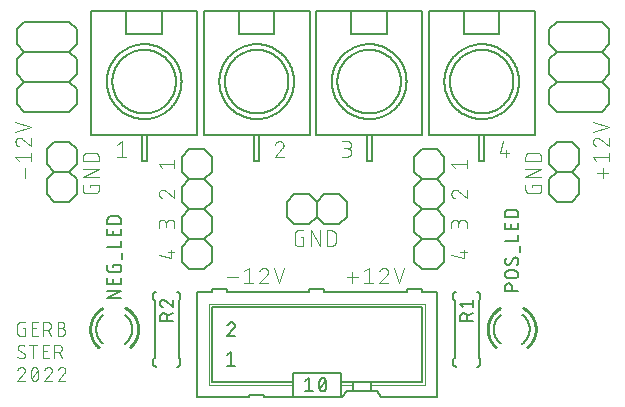
<source format=gbr>
G04 EAGLE Gerber RS-274X export*
G75*
%MOMM*%
%FSLAX34Y34*%
%LPD*%
%INSilkscreen Top*%
%IPPOS*%
%AMOC8*
5,1,8,0,0,1.08239X$1,22.5*%
G01*
%ADD10C,0.101600*%
%ADD11C,0.152400*%
%ADD12C,0.254000*%
%ADD13C,0.127000*%
%ADD14C,0.050800*%


D10*
X19756Y184658D02*
X19756Y193463D01*
X14619Y199047D02*
X11684Y202716D01*
X24892Y202716D01*
X24892Y199047D02*
X24892Y206385D01*
X14986Y219186D02*
X14873Y219184D01*
X14761Y219178D01*
X14648Y219169D01*
X14536Y219155D01*
X14425Y219138D01*
X14314Y219117D01*
X14204Y219092D01*
X14095Y219064D01*
X13987Y219031D01*
X13880Y218995D01*
X13775Y218956D01*
X13670Y218913D01*
X13568Y218866D01*
X13467Y218816D01*
X13368Y218762D01*
X13270Y218705D01*
X13175Y218645D01*
X13082Y218582D01*
X12991Y218515D01*
X12902Y218445D01*
X12816Y218373D01*
X12732Y218297D01*
X12651Y218219D01*
X12573Y218138D01*
X12497Y218054D01*
X12425Y217968D01*
X12355Y217879D01*
X12288Y217788D01*
X12225Y217695D01*
X12165Y217600D01*
X12108Y217502D01*
X12054Y217403D01*
X12004Y217302D01*
X11957Y217200D01*
X11914Y217095D01*
X11875Y216990D01*
X11839Y216883D01*
X11806Y216775D01*
X11778Y216666D01*
X11753Y216556D01*
X11732Y216445D01*
X11715Y216334D01*
X11701Y216222D01*
X11692Y216109D01*
X11686Y215997D01*
X11684Y215884D01*
X11686Y215757D01*
X11692Y215630D01*
X11701Y215503D01*
X11714Y215377D01*
X11731Y215251D01*
X11752Y215126D01*
X11777Y215001D01*
X11805Y214878D01*
X11837Y214755D01*
X11873Y214633D01*
X11912Y214512D01*
X11955Y214392D01*
X12001Y214274D01*
X12051Y214157D01*
X12105Y214042D01*
X12162Y213929D01*
X12222Y213817D01*
X12285Y213707D01*
X12352Y213599D01*
X12422Y213493D01*
X12495Y213389D01*
X12572Y213287D01*
X12651Y213188D01*
X12733Y213091D01*
X12818Y212997D01*
X12906Y212905D01*
X12996Y212816D01*
X13090Y212730D01*
X13185Y212646D01*
X13283Y212566D01*
X13384Y212488D01*
X13487Y212413D01*
X13592Y212342D01*
X13699Y212274D01*
X13808Y212209D01*
X13919Y212147D01*
X14032Y212088D01*
X14146Y212033D01*
X14262Y211982D01*
X14380Y211934D01*
X14499Y211889D01*
X14619Y211848D01*
X17554Y218085D02*
X17474Y218167D01*
X17391Y218246D01*
X17305Y218323D01*
X17217Y218397D01*
X17126Y218467D01*
X17034Y218535D01*
X16939Y218600D01*
X16842Y218662D01*
X16743Y218720D01*
X16642Y218776D01*
X16540Y218828D01*
X16436Y218876D01*
X16330Y218921D01*
X16223Y218963D01*
X16115Y219002D01*
X16005Y219036D01*
X15895Y219068D01*
X15783Y219095D01*
X15671Y219119D01*
X15558Y219140D01*
X15444Y219156D01*
X15330Y219169D01*
X15216Y219179D01*
X15101Y219184D01*
X14986Y219186D01*
X17554Y218085D02*
X24892Y211848D01*
X24892Y219186D01*
X24892Y228319D02*
X11684Y223916D01*
X11684Y232721D02*
X24892Y228319D01*
X74704Y179296D02*
X74704Y177094D01*
X74704Y179296D02*
X82042Y179296D01*
X82042Y174893D01*
X82040Y174786D01*
X82034Y174679D01*
X82024Y174572D01*
X82011Y174466D01*
X81993Y174360D01*
X81972Y174255D01*
X81947Y174151D01*
X81918Y174047D01*
X81885Y173945D01*
X81848Y173845D01*
X81808Y173745D01*
X81764Y173647D01*
X81717Y173551D01*
X81666Y173457D01*
X81612Y173364D01*
X81555Y173274D01*
X81494Y173185D01*
X81430Y173099D01*
X81363Y173016D01*
X81293Y172934D01*
X81220Y172856D01*
X81144Y172780D01*
X81066Y172707D01*
X80984Y172637D01*
X80901Y172570D01*
X80815Y172506D01*
X80726Y172445D01*
X80636Y172388D01*
X80543Y172334D01*
X80449Y172283D01*
X80353Y172236D01*
X80255Y172192D01*
X80155Y172152D01*
X80055Y172115D01*
X79953Y172082D01*
X79849Y172053D01*
X79745Y172028D01*
X79640Y172007D01*
X79534Y171989D01*
X79428Y171976D01*
X79321Y171966D01*
X79214Y171960D01*
X79107Y171958D01*
X71769Y171958D01*
X71662Y171960D01*
X71555Y171966D01*
X71448Y171976D01*
X71342Y171989D01*
X71236Y172007D01*
X71131Y172028D01*
X71027Y172053D01*
X70923Y172082D01*
X70821Y172115D01*
X70721Y172152D01*
X70621Y172192D01*
X70523Y172236D01*
X70427Y172283D01*
X70333Y172334D01*
X70240Y172388D01*
X70150Y172445D01*
X70061Y172506D01*
X69975Y172570D01*
X69892Y172637D01*
X69810Y172707D01*
X69732Y172780D01*
X69656Y172856D01*
X69583Y172934D01*
X69513Y173016D01*
X69446Y173099D01*
X69382Y173185D01*
X69321Y173274D01*
X69264Y173364D01*
X69210Y173457D01*
X69159Y173551D01*
X69112Y173647D01*
X69068Y173745D01*
X69028Y173845D01*
X68991Y173945D01*
X68958Y174047D01*
X68929Y174151D01*
X68904Y174255D01*
X68883Y174360D01*
X68865Y174466D01*
X68852Y174572D01*
X68842Y174679D01*
X68836Y174786D01*
X68834Y174893D01*
X68834Y179296D01*
X68834Y185613D02*
X82042Y185613D01*
X82042Y192951D02*
X68834Y185613D01*
X68834Y192951D02*
X82042Y192951D01*
X82042Y199268D02*
X68834Y199268D01*
X68834Y202937D01*
X68836Y203057D01*
X68842Y203177D01*
X68852Y203297D01*
X68865Y203416D01*
X68883Y203535D01*
X68904Y203653D01*
X68930Y203770D01*
X68959Y203887D01*
X68992Y204002D01*
X69029Y204116D01*
X69069Y204229D01*
X69113Y204341D01*
X69161Y204451D01*
X69212Y204560D01*
X69267Y204667D01*
X69326Y204772D01*
X69387Y204874D01*
X69452Y204975D01*
X69521Y205074D01*
X69592Y205171D01*
X69667Y205265D01*
X69745Y205356D01*
X69825Y205445D01*
X69909Y205531D01*
X69995Y205615D01*
X70084Y205696D01*
X70175Y205773D01*
X70269Y205848D01*
X70366Y205919D01*
X70465Y205988D01*
X70566Y206053D01*
X70669Y206114D01*
X70773Y206173D01*
X70880Y206228D01*
X70989Y206279D01*
X71099Y206327D01*
X71211Y206371D01*
X71324Y206411D01*
X71438Y206448D01*
X71553Y206481D01*
X71670Y206510D01*
X71787Y206536D01*
X71905Y206557D01*
X72024Y206575D01*
X72143Y206588D01*
X72263Y206598D01*
X72383Y206604D01*
X72503Y206606D01*
X78373Y206606D01*
X78493Y206604D01*
X78613Y206598D01*
X78733Y206588D01*
X78852Y206575D01*
X78971Y206557D01*
X79089Y206536D01*
X79206Y206510D01*
X79323Y206481D01*
X79438Y206448D01*
X79552Y206411D01*
X79665Y206371D01*
X79777Y206327D01*
X79887Y206279D01*
X79996Y206228D01*
X80103Y206173D01*
X80208Y206114D01*
X80310Y206053D01*
X80411Y205988D01*
X80510Y205919D01*
X80607Y205848D01*
X80701Y205773D01*
X80792Y205696D01*
X80881Y205615D01*
X80967Y205531D01*
X81051Y205445D01*
X81132Y205356D01*
X81209Y205265D01*
X81284Y205171D01*
X81355Y205074D01*
X81424Y204975D01*
X81489Y204874D01*
X81550Y204772D01*
X81609Y204667D01*
X81664Y204560D01*
X81715Y204451D01*
X81763Y204341D01*
X81807Y204229D01*
X81847Y204116D01*
X81884Y204002D01*
X81917Y203887D01*
X81946Y203770D01*
X81972Y203653D01*
X81993Y203535D01*
X82011Y203416D01*
X82024Y203297D01*
X82034Y203177D01*
X82040Y203057D01*
X82042Y202937D01*
X82042Y199268D01*
X253294Y134846D02*
X255496Y134846D01*
X255496Y127508D01*
X251093Y127508D01*
X250986Y127510D01*
X250879Y127516D01*
X250772Y127526D01*
X250666Y127539D01*
X250560Y127557D01*
X250455Y127578D01*
X250351Y127603D01*
X250247Y127632D01*
X250145Y127665D01*
X250045Y127702D01*
X249945Y127742D01*
X249847Y127786D01*
X249751Y127833D01*
X249657Y127884D01*
X249564Y127938D01*
X249474Y127995D01*
X249385Y128056D01*
X249299Y128120D01*
X249216Y128187D01*
X249134Y128257D01*
X249056Y128330D01*
X248980Y128406D01*
X248907Y128484D01*
X248837Y128566D01*
X248770Y128649D01*
X248706Y128735D01*
X248645Y128824D01*
X248588Y128914D01*
X248534Y129007D01*
X248483Y129101D01*
X248436Y129197D01*
X248392Y129295D01*
X248352Y129395D01*
X248315Y129495D01*
X248282Y129597D01*
X248253Y129701D01*
X248228Y129805D01*
X248207Y129910D01*
X248189Y130016D01*
X248176Y130122D01*
X248166Y130229D01*
X248160Y130336D01*
X248158Y130443D01*
X248158Y137781D01*
X248160Y137888D01*
X248166Y137995D01*
X248176Y138102D01*
X248189Y138208D01*
X248207Y138314D01*
X248228Y138419D01*
X248253Y138523D01*
X248282Y138627D01*
X248315Y138729D01*
X248352Y138829D01*
X248392Y138929D01*
X248436Y139027D01*
X248483Y139123D01*
X248534Y139217D01*
X248588Y139310D01*
X248645Y139400D01*
X248706Y139489D01*
X248770Y139575D01*
X248837Y139658D01*
X248907Y139740D01*
X248980Y139818D01*
X249056Y139894D01*
X249134Y139967D01*
X249216Y140037D01*
X249299Y140104D01*
X249385Y140168D01*
X249474Y140229D01*
X249564Y140286D01*
X249657Y140340D01*
X249751Y140391D01*
X249847Y140438D01*
X249945Y140482D01*
X250045Y140522D01*
X250145Y140559D01*
X250247Y140592D01*
X250351Y140621D01*
X250455Y140646D01*
X250560Y140667D01*
X250666Y140685D01*
X250772Y140698D01*
X250879Y140708D01*
X250986Y140714D01*
X251093Y140716D01*
X255496Y140716D01*
X261813Y140716D02*
X261813Y127508D01*
X269151Y127508D02*
X261813Y140716D01*
X269151Y140716D02*
X269151Y127508D01*
X275468Y127508D02*
X275468Y140716D01*
X279137Y140716D01*
X279257Y140714D01*
X279377Y140708D01*
X279497Y140698D01*
X279616Y140685D01*
X279735Y140667D01*
X279853Y140646D01*
X279970Y140620D01*
X280087Y140591D01*
X280202Y140558D01*
X280316Y140521D01*
X280429Y140481D01*
X280541Y140437D01*
X280651Y140389D01*
X280760Y140338D01*
X280867Y140283D01*
X280972Y140224D01*
X281074Y140163D01*
X281175Y140098D01*
X281274Y140029D01*
X281371Y139958D01*
X281465Y139883D01*
X281556Y139806D01*
X281645Y139725D01*
X281731Y139641D01*
X281815Y139555D01*
X281896Y139466D01*
X281973Y139375D01*
X282048Y139281D01*
X282119Y139184D01*
X282188Y139085D01*
X282253Y138984D01*
X282314Y138882D01*
X282373Y138777D01*
X282428Y138670D01*
X282479Y138561D01*
X282527Y138451D01*
X282571Y138339D01*
X282611Y138226D01*
X282648Y138112D01*
X282681Y137997D01*
X282710Y137880D01*
X282736Y137763D01*
X282757Y137645D01*
X282775Y137526D01*
X282788Y137407D01*
X282798Y137287D01*
X282804Y137167D01*
X282806Y137047D01*
X282806Y131177D01*
X282804Y131057D01*
X282798Y130937D01*
X282788Y130817D01*
X282775Y130698D01*
X282757Y130579D01*
X282736Y130461D01*
X282710Y130344D01*
X282681Y130227D01*
X282648Y130112D01*
X282611Y129998D01*
X282571Y129885D01*
X282527Y129773D01*
X282479Y129663D01*
X282428Y129554D01*
X282373Y129447D01*
X282314Y129343D01*
X282253Y129240D01*
X282188Y129139D01*
X282119Y129040D01*
X282048Y128943D01*
X281973Y128849D01*
X281896Y128758D01*
X281815Y128669D01*
X281731Y128583D01*
X281645Y128499D01*
X281556Y128418D01*
X281465Y128341D01*
X281371Y128266D01*
X281274Y128195D01*
X281175Y128126D01*
X281074Y128061D01*
X280972Y128000D01*
X280867Y127941D01*
X280760Y127886D01*
X280651Y127835D01*
X280541Y127787D01*
X280429Y127743D01*
X280316Y127703D01*
X280202Y127666D01*
X280087Y127633D01*
X279970Y127604D01*
X279853Y127578D01*
X279735Y127557D01*
X279616Y127539D01*
X279497Y127526D01*
X279377Y127516D01*
X279257Y127510D01*
X279137Y127508D01*
X275468Y127508D01*
X449354Y177094D02*
X449354Y179296D01*
X456692Y179296D01*
X456692Y174893D01*
X456690Y174786D01*
X456684Y174679D01*
X456674Y174572D01*
X456661Y174466D01*
X456643Y174360D01*
X456622Y174255D01*
X456597Y174151D01*
X456568Y174047D01*
X456535Y173945D01*
X456498Y173845D01*
X456458Y173745D01*
X456414Y173647D01*
X456367Y173551D01*
X456316Y173457D01*
X456262Y173364D01*
X456205Y173274D01*
X456144Y173185D01*
X456080Y173099D01*
X456013Y173016D01*
X455943Y172934D01*
X455870Y172856D01*
X455794Y172780D01*
X455716Y172707D01*
X455634Y172637D01*
X455551Y172570D01*
X455465Y172506D01*
X455376Y172445D01*
X455286Y172388D01*
X455193Y172334D01*
X455099Y172283D01*
X455003Y172236D01*
X454905Y172192D01*
X454805Y172152D01*
X454705Y172115D01*
X454603Y172082D01*
X454499Y172053D01*
X454395Y172028D01*
X454290Y172007D01*
X454184Y171989D01*
X454078Y171976D01*
X453971Y171966D01*
X453864Y171960D01*
X453757Y171958D01*
X446419Y171958D01*
X446312Y171960D01*
X446205Y171966D01*
X446098Y171976D01*
X445992Y171989D01*
X445886Y172007D01*
X445781Y172028D01*
X445677Y172053D01*
X445573Y172082D01*
X445471Y172115D01*
X445371Y172152D01*
X445271Y172192D01*
X445173Y172236D01*
X445077Y172283D01*
X444983Y172334D01*
X444890Y172388D01*
X444800Y172445D01*
X444711Y172506D01*
X444625Y172570D01*
X444542Y172637D01*
X444460Y172707D01*
X444382Y172780D01*
X444306Y172856D01*
X444233Y172934D01*
X444163Y173016D01*
X444096Y173099D01*
X444032Y173185D01*
X443971Y173274D01*
X443914Y173364D01*
X443860Y173457D01*
X443809Y173551D01*
X443762Y173647D01*
X443718Y173745D01*
X443678Y173845D01*
X443641Y173945D01*
X443608Y174047D01*
X443579Y174151D01*
X443554Y174255D01*
X443533Y174360D01*
X443515Y174466D01*
X443502Y174572D01*
X443492Y174679D01*
X443486Y174786D01*
X443484Y174893D01*
X443484Y179296D01*
X443484Y185613D02*
X456692Y185613D01*
X456692Y192951D02*
X443484Y185613D01*
X443484Y192951D02*
X456692Y192951D01*
X456692Y199268D02*
X443484Y199268D01*
X443484Y202937D01*
X443486Y203057D01*
X443492Y203177D01*
X443502Y203297D01*
X443515Y203416D01*
X443533Y203535D01*
X443554Y203653D01*
X443580Y203770D01*
X443609Y203887D01*
X443642Y204002D01*
X443679Y204116D01*
X443719Y204229D01*
X443763Y204341D01*
X443811Y204451D01*
X443862Y204560D01*
X443917Y204667D01*
X443976Y204772D01*
X444037Y204874D01*
X444102Y204975D01*
X444171Y205074D01*
X444242Y205171D01*
X444317Y205265D01*
X444395Y205356D01*
X444475Y205445D01*
X444559Y205531D01*
X444645Y205615D01*
X444734Y205696D01*
X444825Y205773D01*
X444919Y205848D01*
X445016Y205919D01*
X445115Y205988D01*
X445216Y206053D01*
X445319Y206114D01*
X445423Y206173D01*
X445530Y206228D01*
X445639Y206279D01*
X445749Y206327D01*
X445861Y206371D01*
X445974Y206411D01*
X446088Y206448D01*
X446203Y206481D01*
X446320Y206510D01*
X446437Y206536D01*
X446555Y206557D01*
X446674Y206575D01*
X446793Y206588D01*
X446913Y206598D01*
X447033Y206604D01*
X447153Y206606D01*
X453023Y206606D01*
X453143Y206604D01*
X453263Y206598D01*
X453383Y206588D01*
X453502Y206575D01*
X453621Y206557D01*
X453739Y206536D01*
X453856Y206510D01*
X453973Y206481D01*
X454088Y206448D01*
X454202Y206411D01*
X454315Y206371D01*
X454427Y206327D01*
X454537Y206279D01*
X454646Y206228D01*
X454753Y206173D01*
X454858Y206114D01*
X454960Y206053D01*
X455061Y205988D01*
X455160Y205919D01*
X455257Y205848D01*
X455351Y205773D01*
X455442Y205696D01*
X455531Y205615D01*
X455617Y205531D01*
X455701Y205445D01*
X455782Y205356D01*
X455859Y205265D01*
X455934Y205171D01*
X456005Y205074D01*
X456074Y204975D01*
X456139Y204874D01*
X456200Y204772D01*
X456259Y204667D01*
X456314Y204560D01*
X456365Y204451D01*
X456413Y204341D01*
X456457Y204229D01*
X456497Y204116D01*
X456534Y204002D01*
X456567Y203887D01*
X456596Y203770D01*
X456622Y203653D01*
X456643Y203535D01*
X456661Y203416D01*
X456674Y203297D01*
X456684Y203177D01*
X456690Y203057D01*
X456692Y202937D01*
X456692Y199268D01*
X101600Y216154D02*
X97931Y213219D01*
X101600Y216154D02*
X101600Y202946D01*
X97931Y202946D02*
X105269Y202946D01*
X235317Y216154D02*
X235430Y216152D01*
X235542Y216146D01*
X235655Y216137D01*
X235767Y216123D01*
X235878Y216106D01*
X235989Y216085D01*
X236099Y216060D01*
X236208Y216032D01*
X236316Y215999D01*
X236423Y215963D01*
X236528Y215924D01*
X236633Y215881D01*
X236735Y215834D01*
X236836Y215784D01*
X236935Y215730D01*
X237033Y215673D01*
X237128Y215613D01*
X237221Y215550D01*
X237312Y215483D01*
X237401Y215413D01*
X237487Y215341D01*
X237571Y215265D01*
X237652Y215187D01*
X237730Y215106D01*
X237806Y215022D01*
X237878Y214936D01*
X237948Y214847D01*
X238015Y214756D01*
X238078Y214663D01*
X238138Y214568D01*
X238195Y214470D01*
X238249Y214371D01*
X238299Y214270D01*
X238346Y214168D01*
X238389Y214063D01*
X238428Y213958D01*
X238464Y213851D01*
X238497Y213743D01*
X238525Y213634D01*
X238550Y213524D01*
X238571Y213413D01*
X238588Y213302D01*
X238602Y213190D01*
X238611Y213077D01*
X238617Y212965D01*
X238619Y212852D01*
X235317Y216154D02*
X235190Y216152D01*
X235063Y216146D01*
X234936Y216137D01*
X234810Y216124D01*
X234684Y216107D01*
X234559Y216086D01*
X234434Y216061D01*
X234311Y216033D01*
X234188Y216001D01*
X234066Y215965D01*
X233945Y215926D01*
X233825Y215883D01*
X233707Y215837D01*
X233590Y215787D01*
X233475Y215733D01*
X233362Y215676D01*
X233250Y215616D01*
X233140Y215553D01*
X233032Y215486D01*
X232926Y215416D01*
X232822Y215343D01*
X232720Y215266D01*
X232621Y215187D01*
X232524Y215105D01*
X232430Y215020D01*
X232338Y214932D01*
X232249Y214842D01*
X232163Y214748D01*
X232079Y214653D01*
X231999Y214555D01*
X231921Y214454D01*
X231846Y214351D01*
X231775Y214246D01*
X231707Y214139D01*
X231642Y214030D01*
X231580Y213919D01*
X231521Y213806D01*
X231466Y213692D01*
X231415Y213576D01*
X231367Y213458D01*
X231322Y213339D01*
X231281Y213219D01*
X237518Y210284D02*
X237600Y210364D01*
X237679Y210447D01*
X237756Y210533D01*
X237830Y210621D01*
X237900Y210712D01*
X237968Y210804D01*
X238033Y210899D01*
X238095Y210996D01*
X238153Y211095D01*
X238209Y211196D01*
X238261Y211298D01*
X238309Y211402D01*
X238354Y211508D01*
X238396Y211615D01*
X238435Y211723D01*
X238469Y211833D01*
X238501Y211943D01*
X238528Y212055D01*
X238552Y212167D01*
X238573Y212280D01*
X238589Y212394D01*
X238602Y212508D01*
X238612Y212622D01*
X238617Y212737D01*
X238619Y212852D01*
X237518Y210284D02*
X231281Y202946D01*
X238619Y202946D01*
X288431Y202946D02*
X292100Y202946D01*
X292220Y202948D01*
X292340Y202954D01*
X292460Y202964D01*
X292579Y202977D01*
X292698Y202995D01*
X292816Y203016D01*
X292933Y203042D01*
X293050Y203071D01*
X293165Y203104D01*
X293279Y203141D01*
X293392Y203181D01*
X293504Y203225D01*
X293614Y203273D01*
X293723Y203324D01*
X293830Y203379D01*
X293935Y203438D01*
X294037Y203499D01*
X294138Y203564D01*
X294237Y203633D01*
X294334Y203704D01*
X294428Y203779D01*
X294519Y203856D01*
X294608Y203937D01*
X294694Y204021D01*
X294778Y204107D01*
X294859Y204196D01*
X294936Y204287D01*
X295011Y204381D01*
X295082Y204478D01*
X295151Y204577D01*
X295216Y204678D01*
X295277Y204781D01*
X295336Y204885D01*
X295391Y204992D01*
X295442Y205101D01*
X295490Y205211D01*
X295534Y205323D01*
X295574Y205436D01*
X295611Y205550D01*
X295644Y205665D01*
X295673Y205782D01*
X295699Y205899D01*
X295720Y206017D01*
X295738Y206136D01*
X295751Y206255D01*
X295761Y206375D01*
X295767Y206495D01*
X295769Y206615D01*
X295767Y206735D01*
X295761Y206855D01*
X295751Y206975D01*
X295738Y207094D01*
X295720Y207213D01*
X295699Y207331D01*
X295673Y207448D01*
X295644Y207565D01*
X295611Y207680D01*
X295574Y207794D01*
X295534Y207907D01*
X295490Y208019D01*
X295442Y208129D01*
X295391Y208238D01*
X295336Y208345D01*
X295277Y208450D01*
X295216Y208552D01*
X295151Y208653D01*
X295082Y208752D01*
X295011Y208849D01*
X294936Y208943D01*
X294859Y209034D01*
X294778Y209123D01*
X294694Y209209D01*
X294608Y209293D01*
X294519Y209374D01*
X294428Y209451D01*
X294334Y209526D01*
X294237Y209597D01*
X294138Y209666D01*
X294037Y209731D01*
X293934Y209792D01*
X293830Y209851D01*
X293723Y209906D01*
X293614Y209957D01*
X293504Y210005D01*
X293392Y210049D01*
X293279Y210089D01*
X293165Y210126D01*
X293050Y210159D01*
X292933Y210188D01*
X292816Y210214D01*
X292698Y210235D01*
X292579Y210253D01*
X292460Y210266D01*
X292340Y210276D01*
X292220Y210282D01*
X292100Y210284D01*
X292834Y216154D02*
X288431Y216154D01*
X292834Y216154D02*
X292941Y216152D01*
X293048Y216146D01*
X293155Y216136D01*
X293261Y216123D01*
X293367Y216105D01*
X293472Y216084D01*
X293576Y216059D01*
X293680Y216030D01*
X293782Y215997D01*
X293882Y215960D01*
X293982Y215920D01*
X294080Y215876D01*
X294176Y215829D01*
X294270Y215778D01*
X294363Y215724D01*
X294453Y215667D01*
X294542Y215606D01*
X294628Y215542D01*
X294711Y215475D01*
X294793Y215405D01*
X294871Y215332D01*
X294947Y215256D01*
X295020Y215178D01*
X295090Y215096D01*
X295157Y215013D01*
X295221Y214927D01*
X295282Y214838D01*
X295339Y214748D01*
X295393Y214655D01*
X295444Y214561D01*
X295491Y214465D01*
X295535Y214367D01*
X295575Y214267D01*
X295612Y214167D01*
X295645Y214065D01*
X295674Y213961D01*
X295699Y213857D01*
X295720Y213752D01*
X295738Y213646D01*
X295751Y213540D01*
X295761Y213433D01*
X295767Y213326D01*
X295769Y213219D01*
X295767Y213112D01*
X295761Y213005D01*
X295751Y212898D01*
X295738Y212792D01*
X295720Y212686D01*
X295699Y212581D01*
X295674Y212477D01*
X295645Y212373D01*
X295612Y212271D01*
X295575Y212171D01*
X295535Y212071D01*
X295491Y211973D01*
X295444Y211877D01*
X295393Y211783D01*
X295339Y211690D01*
X295282Y211600D01*
X295221Y211511D01*
X295157Y211425D01*
X295090Y211342D01*
X295020Y211260D01*
X294947Y211182D01*
X294871Y211106D01*
X294793Y211033D01*
X294711Y210963D01*
X294628Y210896D01*
X294542Y210832D01*
X294453Y210771D01*
X294363Y210714D01*
X294270Y210660D01*
X294176Y210609D01*
X294080Y210562D01*
X293982Y210518D01*
X293882Y210478D01*
X293782Y210441D01*
X293680Y210408D01*
X293576Y210379D01*
X293472Y210354D01*
X293367Y210333D01*
X293261Y210315D01*
X293155Y210302D01*
X293048Y210292D01*
X292941Y210286D01*
X292834Y210284D01*
X289899Y210284D01*
X421781Y205881D02*
X424716Y216154D01*
X421781Y205881D02*
X429119Y205881D01*
X426918Y208816D02*
X426918Y202946D01*
X136031Y193181D02*
X133096Y196850D01*
X146304Y196850D01*
X146304Y193181D02*
X146304Y200519D01*
X380746Y196850D02*
X383681Y193181D01*
X380746Y196850D02*
X393954Y196850D01*
X393954Y193181D02*
X393954Y200519D01*
X136398Y175119D02*
X136285Y175117D01*
X136173Y175111D01*
X136060Y175102D01*
X135948Y175088D01*
X135837Y175071D01*
X135726Y175050D01*
X135616Y175025D01*
X135507Y174997D01*
X135399Y174964D01*
X135292Y174928D01*
X135187Y174889D01*
X135082Y174846D01*
X134980Y174799D01*
X134879Y174749D01*
X134780Y174695D01*
X134682Y174638D01*
X134587Y174578D01*
X134494Y174515D01*
X134403Y174448D01*
X134314Y174378D01*
X134228Y174306D01*
X134144Y174230D01*
X134063Y174152D01*
X133985Y174071D01*
X133909Y173987D01*
X133837Y173901D01*
X133767Y173812D01*
X133700Y173721D01*
X133637Y173628D01*
X133577Y173533D01*
X133520Y173435D01*
X133466Y173336D01*
X133416Y173235D01*
X133369Y173133D01*
X133326Y173028D01*
X133287Y172923D01*
X133251Y172816D01*
X133218Y172708D01*
X133190Y172599D01*
X133165Y172489D01*
X133144Y172378D01*
X133127Y172267D01*
X133113Y172155D01*
X133104Y172042D01*
X133098Y171930D01*
X133096Y171817D01*
X133098Y171690D01*
X133104Y171563D01*
X133113Y171436D01*
X133126Y171310D01*
X133143Y171184D01*
X133164Y171059D01*
X133189Y170934D01*
X133217Y170811D01*
X133249Y170688D01*
X133285Y170566D01*
X133324Y170445D01*
X133367Y170325D01*
X133413Y170207D01*
X133463Y170090D01*
X133517Y169975D01*
X133574Y169862D01*
X133634Y169750D01*
X133697Y169640D01*
X133764Y169532D01*
X133834Y169426D01*
X133907Y169322D01*
X133984Y169220D01*
X134063Y169121D01*
X134145Y169024D01*
X134230Y168930D01*
X134318Y168838D01*
X134408Y168749D01*
X134502Y168663D01*
X134597Y168579D01*
X134695Y168499D01*
X134796Y168421D01*
X134899Y168346D01*
X135004Y168275D01*
X135111Y168207D01*
X135220Y168142D01*
X135331Y168080D01*
X135444Y168021D01*
X135558Y167966D01*
X135674Y167915D01*
X135792Y167867D01*
X135911Y167822D01*
X136031Y167781D01*
X138966Y174018D02*
X138886Y174100D01*
X138803Y174179D01*
X138717Y174256D01*
X138629Y174330D01*
X138538Y174400D01*
X138446Y174468D01*
X138351Y174533D01*
X138254Y174595D01*
X138155Y174653D01*
X138054Y174709D01*
X137952Y174761D01*
X137848Y174809D01*
X137742Y174854D01*
X137635Y174896D01*
X137527Y174935D01*
X137417Y174969D01*
X137307Y175001D01*
X137195Y175028D01*
X137083Y175052D01*
X136970Y175073D01*
X136856Y175089D01*
X136742Y175102D01*
X136628Y175112D01*
X136513Y175117D01*
X136398Y175119D01*
X138966Y174018D02*
X146304Y167781D01*
X146304Y175119D01*
X380746Y171817D02*
X380748Y171930D01*
X380754Y172042D01*
X380763Y172155D01*
X380777Y172267D01*
X380794Y172378D01*
X380815Y172489D01*
X380840Y172599D01*
X380868Y172708D01*
X380901Y172816D01*
X380937Y172923D01*
X380976Y173028D01*
X381019Y173133D01*
X381066Y173235D01*
X381116Y173336D01*
X381170Y173435D01*
X381227Y173533D01*
X381287Y173628D01*
X381350Y173721D01*
X381417Y173812D01*
X381487Y173901D01*
X381559Y173987D01*
X381635Y174071D01*
X381713Y174152D01*
X381794Y174230D01*
X381878Y174306D01*
X381964Y174378D01*
X382053Y174448D01*
X382144Y174515D01*
X382237Y174578D01*
X382332Y174638D01*
X382430Y174695D01*
X382529Y174749D01*
X382630Y174799D01*
X382732Y174846D01*
X382837Y174889D01*
X382942Y174928D01*
X383049Y174964D01*
X383157Y174997D01*
X383266Y175025D01*
X383376Y175050D01*
X383487Y175071D01*
X383598Y175088D01*
X383710Y175102D01*
X383823Y175111D01*
X383935Y175117D01*
X384048Y175119D01*
X380746Y171817D02*
X380748Y171690D01*
X380754Y171563D01*
X380763Y171436D01*
X380776Y171310D01*
X380793Y171184D01*
X380814Y171059D01*
X380839Y170934D01*
X380867Y170811D01*
X380899Y170688D01*
X380935Y170566D01*
X380974Y170445D01*
X381017Y170325D01*
X381063Y170207D01*
X381113Y170090D01*
X381167Y169975D01*
X381224Y169862D01*
X381284Y169750D01*
X381347Y169640D01*
X381414Y169532D01*
X381484Y169426D01*
X381557Y169322D01*
X381634Y169220D01*
X381713Y169121D01*
X381795Y169024D01*
X381880Y168930D01*
X381968Y168838D01*
X382058Y168749D01*
X382152Y168663D01*
X382247Y168579D01*
X382345Y168499D01*
X382446Y168421D01*
X382549Y168346D01*
X382654Y168275D01*
X382761Y168207D01*
X382870Y168142D01*
X382981Y168080D01*
X383094Y168021D01*
X383208Y167966D01*
X383324Y167915D01*
X383442Y167867D01*
X383561Y167822D01*
X383681Y167781D01*
X386616Y174018D02*
X386536Y174100D01*
X386453Y174179D01*
X386367Y174256D01*
X386279Y174330D01*
X386188Y174400D01*
X386096Y174468D01*
X386001Y174533D01*
X385904Y174595D01*
X385805Y174653D01*
X385704Y174709D01*
X385602Y174761D01*
X385498Y174809D01*
X385392Y174854D01*
X385285Y174896D01*
X385177Y174935D01*
X385067Y174969D01*
X384957Y175001D01*
X384845Y175028D01*
X384733Y175052D01*
X384620Y175073D01*
X384506Y175089D01*
X384392Y175102D01*
X384278Y175112D01*
X384163Y175117D01*
X384048Y175119D01*
X386616Y174018D02*
X393954Y167781D01*
X393954Y175119D01*
X393954Y146050D02*
X393954Y142381D01*
X393954Y146050D02*
X393952Y146170D01*
X393946Y146290D01*
X393936Y146410D01*
X393923Y146529D01*
X393905Y146648D01*
X393884Y146766D01*
X393858Y146883D01*
X393829Y147000D01*
X393796Y147115D01*
X393759Y147229D01*
X393719Y147342D01*
X393675Y147454D01*
X393627Y147564D01*
X393576Y147673D01*
X393521Y147780D01*
X393462Y147885D01*
X393401Y147987D01*
X393336Y148088D01*
X393267Y148187D01*
X393196Y148284D01*
X393121Y148378D01*
X393044Y148469D01*
X392963Y148558D01*
X392879Y148644D01*
X392793Y148728D01*
X392704Y148809D01*
X392613Y148886D01*
X392519Y148961D01*
X392422Y149032D01*
X392323Y149101D01*
X392222Y149166D01*
X392120Y149227D01*
X392015Y149286D01*
X391908Y149341D01*
X391799Y149392D01*
X391689Y149440D01*
X391577Y149484D01*
X391464Y149524D01*
X391350Y149561D01*
X391235Y149594D01*
X391118Y149623D01*
X391001Y149649D01*
X390883Y149670D01*
X390764Y149688D01*
X390645Y149701D01*
X390525Y149711D01*
X390405Y149717D01*
X390285Y149719D01*
X390165Y149717D01*
X390045Y149711D01*
X389925Y149701D01*
X389806Y149688D01*
X389687Y149670D01*
X389569Y149649D01*
X389452Y149623D01*
X389335Y149594D01*
X389220Y149561D01*
X389106Y149524D01*
X388993Y149484D01*
X388881Y149440D01*
X388771Y149392D01*
X388662Y149341D01*
X388555Y149286D01*
X388451Y149227D01*
X388348Y149166D01*
X388247Y149101D01*
X388148Y149032D01*
X388051Y148961D01*
X387957Y148886D01*
X387866Y148809D01*
X387777Y148728D01*
X387691Y148644D01*
X387607Y148558D01*
X387526Y148469D01*
X387449Y148378D01*
X387374Y148284D01*
X387303Y148187D01*
X387234Y148088D01*
X387169Y147987D01*
X387108Y147885D01*
X387049Y147780D01*
X386994Y147673D01*
X386943Y147564D01*
X386895Y147454D01*
X386851Y147342D01*
X386811Y147229D01*
X386774Y147115D01*
X386741Y147000D01*
X386712Y146883D01*
X386686Y146766D01*
X386665Y146648D01*
X386647Y146529D01*
X386634Y146410D01*
X386624Y146290D01*
X386618Y146170D01*
X386616Y146050D01*
X380746Y146784D02*
X380746Y142381D01*
X380746Y146784D02*
X380748Y146891D01*
X380754Y146998D01*
X380764Y147105D01*
X380777Y147211D01*
X380795Y147317D01*
X380816Y147422D01*
X380841Y147526D01*
X380870Y147630D01*
X380903Y147732D01*
X380940Y147832D01*
X380980Y147932D01*
X381024Y148030D01*
X381071Y148126D01*
X381122Y148220D01*
X381176Y148313D01*
X381233Y148403D01*
X381294Y148492D01*
X381358Y148578D01*
X381425Y148661D01*
X381495Y148743D01*
X381568Y148821D01*
X381644Y148897D01*
X381722Y148970D01*
X381804Y149040D01*
X381887Y149107D01*
X381973Y149171D01*
X382062Y149232D01*
X382152Y149289D01*
X382245Y149343D01*
X382339Y149394D01*
X382435Y149441D01*
X382533Y149485D01*
X382633Y149525D01*
X382733Y149562D01*
X382835Y149595D01*
X382939Y149624D01*
X383043Y149649D01*
X383148Y149670D01*
X383254Y149688D01*
X383360Y149701D01*
X383467Y149711D01*
X383574Y149717D01*
X383681Y149719D01*
X383788Y149717D01*
X383895Y149711D01*
X384002Y149701D01*
X384108Y149688D01*
X384214Y149670D01*
X384319Y149649D01*
X384423Y149624D01*
X384527Y149595D01*
X384629Y149562D01*
X384729Y149525D01*
X384829Y149485D01*
X384927Y149441D01*
X385023Y149394D01*
X385117Y149343D01*
X385210Y149289D01*
X385300Y149232D01*
X385389Y149171D01*
X385475Y149107D01*
X385558Y149040D01*
X385640Y148970D01*
X385718Y148897D01*
X385794Y148821D01*
X385867Y148743D01*
X385937Y148661D01*
X386004Y148578D01*
X386068Y148492D01*
X386129Y148403D01*
X386186Y148313D01*
X386240Y148220D01*
X386291Y148126D01*
X386338Y148030D01*
X386382Y147932D01*
X386422Y147832D01*
X386459Y147732D01*
X386492Y147630D01*
X386521Y147526D01*
X386546Y147422D01*
X386567Y147317D01*
X386585Y147211D01*
X386598Y147105D01*
X386608Y146998D01*
X386614Y146891D01*
X386616Y146784D01*
X386616Y143849D01*
X146304Y142381D02*
X146304Y146050D01*
X146302Y146170D01*
X146296Y146290D01*
X146286Y146410D01*
X146273Y146529D01*
X146255Y146648D01*
X146234Y146766D01*
X146208Y146883D01*
X146179Y147000D01*
X146146Y147115D01*
X146109Y147229D01*
X146069Y147342D01*
X146025Y147454D01*
X145977Y147564D01*
X145926Y147673D01*
X145871Y147780D01*
X145812Y147885D01*
X145751Y147987D01*
X145686Y148088D01*
X145617Y148187D01*
X145546Y148284D01*
X145471Y148378D01*
X145394Y148469D01*
X145313Y148558D01*
X145229Y148644D01*
X145143Y148728D01*
X145054Y148809D01*
X144963Y148886D01*
X144869Y148961D01*
X144772Y149032D01*
X144673Y149101D01*
X144572Y149166D01*
X144470Y149227D01*
X144365Y149286D01*
X144258Y149341D01*
X144149Y149392D01*
X144039Y149440D01*
X143927Y149484D01*
X143814Y149524D01*
X143700Y149561D01*
X143585Y149594D01*
X143468Y149623D01*
X143351Y149649D01*
X143233Y149670D01*
X143114Y149688D01*
X142995Y149701D01*
X142875Y149711D01*
X142755Y149717D01*
X142635Y149719D01*
X142515Y149717D01*
X142395Y149711D01*
X142275Y149701D01*
X142156Y149688D01*
X142037Y149670D01*
X141919Y149649D01*
X141802Y149623D01*
X141685Y149594D01*
X141570Y149561D01*
X141456Y149524D01*
X141343Y149484D01*
X141231Y149440D01*
X141121Y149392D01*
X141012Y149341D01*
X140905Y149286D01*
X140801Y149227D01*
X140698Y149166D01*
X140597Y149101D01*
X140498Y149032D01*
X140401Y148961D01*
X140307Y148886D01*
X140216Y148809D01*
X140127Y148728D01*
X140041Y148644D01*
X139957Y148558D01*
X139876Y148469D01*
X139799Y148378D01*
X139724Y148284D01*
X139653Y148187D01*
X139584Y148088D01*
X139519Y147987D01*
X139458Y147885D01*
X139399Y147780D01*
X139344Y147673D01*
X139293Y147564D01*
X139245Y147454D01*
X139201Y147342D01*
X139161Y147229D01*
X139124Y147115D01*
X139091Y147000D01*
X139062Y146883D01*
X139036Y146766D01*
X139015Y146648D01*
X138997Y146529D01*
X138984Y146410D01*
X138974Y146290D01*
X138968Y146170D01*
X138966Y146050D01*
X133096Y146784D02*
X133096Y142381D01*
X133096Y146784D02*
X133098Y146891D01*
X133104Y146998D01*
X133114Y147105D01*
X133127Y147211D01*
X133145Y147317D01*
X133166Y147422D01*
X133191Y147526D01*
X133220Y147630D01*
X133253Y147732D01*
X133290Y147832D01*
X133330Y147932D01*
X133374Y148030D01*
X133421Y148126D01*
X133472Y148220D01*
X133526Y148313D01*
X133583Y148403D01*
X133644Y148492D01*
X133708Y148578D01*
X133775Y148661D01*
X133845Y148743D01*
X133918Y148821D01*
X133994Y148897D01*
X134072Y148970D01*
X134154Y149040D01*
X134237Y149107D01*
X134323Y149171D01*
X134412Y149232D01*
X134502Y149289D01*
X134595Y149343D01*
X134689Y149394D01*
X134785Y149441D01*
X134883Y149485D01*
X134983Y149525D01*
X135083Y149562D01*
X135185Y149595D01*
X135289Y149624D01*
X135393Y149649D01*
X135498Y149670D01*
X135604Y149688D01*
X135710Y149701D01*
X135817Y149711D01*
X135924Y149717D01*
X136031Y149719D01*
X136138Y149717D01*
X136245Y149711D01*
X136352Y149701D01*
X136458Y149688D01*
X136564Y149670D01*
X136669Y149649D01*
X136773Y149624D01*
X136877Y149595D01*
X136979Y149562D01*
X137079Y149525D01*
X137179Y149485D01*
X137277Y149441D01*
X137373Y149394D01*
X137467Y149343D01*
X137560Y149289D01*
X137650Y149232D01*
X137739Y149171D01*
X137825Y149107D01*
X137908Y149040D01*
X137990Y148970D01*
X138068Y148897D01*
X138144Y148821D01*
X138217Y148743D01*
X138287Y148661D01*
X138354Y148578D01*
X138418Y148492D01*
X138479Y148403D01*
X138536Y148313D01*
X138590Y148220D01*
X138641Y148126D01*
X138688Y148030D01*
X138732Y147932D01*
X138772Y147832D01*
X138809Y147732D01*
X138842Y147630D01*
X138871Y147526D01*
X138896Y147422D01*
X138917Y147317D01*
X138935Y147211D01*
X138948Y147105D01*
X138958Y146998D01*
X138964Y146891D01*
X138966Y146784D01*
X138966Y143849D01*
X380746Y119916D02*
X391019Y116981D01*
X391019Y124319D01*
X388084Y122118D02*
X393954Y122118D01*
X143369Y116981D02*
X133096Y119916D01*
X143369Y116981D02*
X143369Y124319D01*
X140434Y122118D02*
X146304Y122118D01*
X191008Y100894D02*
X199813Y100894D01*
X205397Y106031D02*
X209066Y108966D01*
X209066Y95758D01*
X205397Y95758D02*
X212735Y95758D01*
X225536Y105664D02*
X225534Y105777D01*
X225528Y105889D01*
X225519Y106002D01*
X225505Y106114D01*
X225488Y106225D01*
X225467Y106336D01*
X225442Y106446D01*
X225414Y106555D01*
X225381Y106663D01*
X225345Y106770D01*
X225306Y106875D01*
X225263Y106980D01*
X225216Y107082D01*
X225166Y107183D01*
X225112Y107282D01*
X225055Y107380D01*
X224995Y107475D01*
X224932Y107568D01*
X224865Y107659D01*
X224795Y107748D01*
X224723Y107834D01*
X224647Y107918D01*
X224569Y107999D01*
X224488Y108077D01*
X224404Y108153D01*
X224318Y108225D01*
X224229Y108295D01*
X224138Y108362D01*
X224045Y108425D01*
X223950Y108485D01*
X223852Y108542D01*
X223753Y108596D01*
X223652Y108646D01*
X223550Y108693D01*
X223445Y108736D01*
X223340Y108775D01*
X223233Y108811D01*
X223125Y108844D01*
X223016Y108872D01*
X222906Y108897D01*
X222795Y108918D01*
X222684Y108935D01*
X222572Y108949D01*
X222459Y108958D01*
X222347Y108964D01*
X222234Y108966D01*
X222107Y108964D01*
X221980Y108958D01*
X221853Y108949D01*
X221727Y108936D01*
X221601Y108919D01*
X221476Y108898D01*
X221351Y108873D01*
X221228Y108845D01*
X221105Y108813D01*
X220983Y108777D01*
X220862Y108738D01*
X220742Y108695D01*
X220624Y108649D01*
X220507Y108599D01*
X220392Y108545D01*
X220279Y108488D01*
X220167Y108428D01*
X220057Y108365D01*
X219949Y108298D01*
X219843Y108228D01*
X219739Y108155D01*
X219637Y108078D01*
X219538Y107999D01*
X219441Y107917D01*
X219347Y107832D01*
X219255Y107744D01*
X219166Y107654D01*
X219080Y107560D01*
X218996Y107465D01*
X218916Y107367D01*
X218838Y107266D01*
X218763Y107163D01*
X218692Y107058D01*
X218624Y106951D01*
X218559Y106842D01*
X218497Y106731D01*
X218438Y106618D01*
X218383Y106504D01*
X218332Y106388D01*
X218284Y106270D01*
X218239Y106151D01*
X218198Y106031D01*
X224435Y103096D02*
X224517Y103176D01*
X224596Y103259D01*
X224673Y103345D01*
X224747Y103433D01*
X224817Y103524D01*
X224885Y103616D01*
X224950Y103711D01*
X225012Y103808D01*
X225070Y103907D01*
X225126Y104008D01*
X225178Y104110D01*
X225226Y104214D01*
X225271Y104320D01*
X225313Y104427D01*
X225352Y104535D01*
X225386Y104645D01*
X225418Y104755D01*
X225445Y104867D01*
X225469Y104979D01*
X225490Y105092D01*
X225506Y105206D01*
X225519Y105320D01*
X225529Y105434D01*
X225534Y105549D01*
X225536Y105664D01*
X224435Y103096D02*
X218198Y95758D01*
X225536Y95758D01*
X234669Y95758D02*
X230266Y108966D01*
X239071Y108966D02*
X234669Y95758D01*
X508706Y184658D02*
X508706Y193463D01*
X513108Y189061D02*
X504303Y189061D01*
X503569Y199047D02*
X500634Y202716D01*
X513842Y202716D01*
X513842Y199047D02*
X513842Y206385D01*
X503936Y219186D02*
X503823Y219184D01*
X503711Y219178D01*
X503598Y219169D01*
X503486Y219155D01*
X503375Y219138D01*
X503264Y219117D01*
X503154Y219092D01*
X503045Y219064D01*
X502937Y219031D01*
X502830Y218995D01*
X502725Y218956D01*
X502620Y218913D01*
X502518Y218866D01*
X502417Y218816D01*
X502318Y218762D01*
X502220Y218705D01*
X502125Y218645D01*
X502032Y218582D01*
X501941Y218515D01*
X501852Y218445D01*
X501766Y218373D01*
X501682Y218297D01*
X501601Y218219D01*
X501523Y218138D01*
X501447Y218054D01*
X501375Y217968D01*
X501305Y217879D01*
X501238Y217788D01*
X501175Y217695D01*
X501115Y217600D01*
X501058Y217502D01*
X501004Y217403D01*
X500954Y217302D01*
X500907Y217200D01*
X500864Y217095D01*
X500825Y216990D01*
X500789Y216883D01*
X500756Y216775D01*
X500728Y216666D01*
X500703Y216556D01*
X500682Y216445D01*
X500665Y216334D01*
X500651Y216222D01*
X500642Y216109D01*
X500636Y215997D01*
X500634Y215884D01*
X500636Y215757D01*
X500642Y215630D01*
X500651Y215503D01*
X500664Y215377D01*
X500681Y215251D01*
X500702Y215126D01*
X500727Y215001D01*
X500755Y214878D01*
X500787Y214755D01*
X500823Y214633D01*
X500862Y214512D01*
X500905Y214392D01*
X500951Y214274D01*
X501001Y214157D01*
X501055Y214042D01*
X501112Y213929D01*
X501172Y213817D01*
X501235Y213707D01*
X501302Y213599D01*
X501372Y213493D01*
X501445Y213389D01*
X501522Y213287D01*
X501601Y213188D01*
X501683Y213091D01*
X501768Y212997D01*
X501856Y212905D01*
X501946Y212816D01*
X502040Y212730D01*
X502135Y212646D01*
X502233Y212566D01*
X502334Y212488D01*
X502437Y212413D01*
X502542Y212342D01*
X502649Y212274D01*
X502758Y212209D01*
X502869Y212147D01*
X502982Y212088D01*
X503096Y212033D01*
X503212Y211982D01*
X503330Y211934D01*
X503449Y211889D01*
X503569Y211848D01*
X506504Y218085D02*
X506424Y218167D01*
X506341Y218246D01*
X506255Y218323D01*
X506167Y218397D01*
X506076Y218467D01*
X505984Y218535D01*
X505889Y218600D01*
X505792Y218662D01*
X505693Y218720D01*
X505592Y218776D01*
X505490Y218828D01*
X505386Y218876D01*
X505280Y218921D01*
X505173Y218963D01*
X505065Y219002D01*
X504955Y219036D01*
X504845Y219068D01*
X504733Y219095D01*
X504621Y219119D01*
X504508Y219140D01*
X504394Y219156D01*
X504280Y219169D01*
X504166Y219179D01*
X504051Y219184D01*
X503936Y219186D01*
X506504Y218085D02*
X513842Y211848D01*
X513842Y219186D01*
X513842Y228319D02*
X500634Y223916D01*
X500634Y232721D02*
X513842Y228319D01*
X301413Y100894D02*
X292608Y100894D01*
X297011Y96492D02*
X297011Y105297D01*
X306997Y106031D02*
X310666Y108966D01*
X310666Y95758D01*
X306997Y95758D02*
X314335Y95758D01*
X327136Y105664D02*
X327134Y105777D01*
X327128Y105889D01*
X327119Y106002D01*
X327105Y106114D01*
X327088Y106225D01*
X327067Y106336D01*
X327042Y106446D01*
X327014Y106555D01*
X326981Y106663D01*
X326945Y106770D01*
X326906Y106875D01*
X326863Y106980D01*
X326816Y107082D01*
X326766Y107183D01*
X326712Y107282D01*
X326655Y107380D01*
X326595Y107475D01*
X326532Y107568D01*
X326465Y107659D01*
X326395Y107748D01*
X326323Y107834D01*
X326247Y107918D01*
X326169Y107999D01*
X326088Y108077D01*
X326004Y108153D01*
X325918Y108225D01*
X325829Y108295D01*
X325738Y108362D01*
X325645Y108425D01*
X325550Y108485D01*
X325452Y108542D01*
X325353Y108596D01*
X325252Y108646D01*
X325150Y108693D01*
X325045Y108736D01*
X324940Y108775D01*
X324833Y108811D01*
X324725Y108844D01*
X324616Y108872D01*
X324506Y108897D01*
X324395Y108918D01*
X324284Y108935D01*
X324172Y108949D01*
X324059Y108958D01*
X323947Y108964D01*
X323834Y108966D01*
X323707Y108964D01*
X323580Y108958D01*
X323453Y108949D01*
X323327Y108936D01*
X323201Y108919D01*
X323076Y108898D01*
X322951Y108873D01*
X322828Y108845D01*
X322705Y108813D01*
X322583Y108777D01*
X322462Y108738D01*
X322342Y108695D01*
X322224Y108649D01*
X322107Y108599D01*
X321992Y108545D01*
X321879Y108488D01*
X321767Y108428D01*
X321657Y108365D01*
X321549Y108298D01*
X321443Y108228D01*
X321339Y108155D01*
X321237Y108078D01*
X321138Y107999D01*
X321041Y107917D01*
X320947Y107832D01*
X320855Y107744D01*
X320766Y107654D01*
X320680Y107560D01*
X320596Y107465D01*
X320516Y107367D01*
X320438Y107266D01*
X320363Y107163D01*
X320292Y107058D01*
X320224Y106951D01*
X320159Y106842D01*
X320097Y106731D01*
X320038Y106618D01*
X319983Y106504D01*
X319932Y106388D01*
X319884Y106270D01*
X319839Y106151D01*
X319798Y106031D01*
X326035Y103096D02*
X326117Y103176D01*
X326196Y103259D01*
X326273Y103345D01*
X326347Y103433D01*
X326417Y103524D01*
X326485Y103616D01*
X326550Y103711D01*
X326612Y103808D01*
X326670Y103907D01*
X326726Y104008D01*
X326778Y104110D01*
X326826Y104214D01*
X326871Y104320D01*
X326913Y104427D01*
X326952Y104535D01*
X326986Y104645D01*
X327018Y104755D01*
X327045Y104867D01*
X327069Y104979D01*
X327090Y105092D01*
X327106Y105206D01*
X327119Y105320D01*
X327129Y105434D01*
X327134Y105549D01*
X327136Y105664D01*
X326035Y103096D02*
X319798Y95758D01*
X327136Y95758D01*
X336269Y95758D02*
X331866Y108966D01*
X340671Y108966D02*
X336269Y95758D01*
X19699Y57799D02*
X17752Y57799D01*
X19699Y57799D02*
X19699Y51308D01*
X15804Y51308D01*
X15705Y51310D01*
X15605Y51316D01*
X15506Y51325D01*
X15408Y51338D01*
X15310Y51355D01*
X15212Y51376D01*
X15116Y51401D01*
X15021Y51429D01*
X14927Y51461D01*
X14834Y51496D01*
X14742Y51535D01*
X14652Y51578D01*
X14564Y51623D01*
X14477Y51673D01*
X14393Y51725D01*
X14310Y51781D01*
X14230Y51839D01*
X14152Y51901D01*
X14077Y51966D01*
X14004Y52034D01*
X13934Y52104D01*
X13866Y52177D01*
X13801Y52252D01*
X13739Y52330D01*
X13681Y52410D01*
X13625Y52493D01*
X13573Y52577D01*
X13523Y52664D01*
X13478Y52752D01*
X13435Y52842D01*
X13396Y52934D01*
X13361Y53027D01*
X13329Y53121D01*
X13301Y53216D01*
X13276Y53312D01*
X13255Y53410D01*
X13238Y53508D01*
X13225Y53606D01*
X13216Y53705D01*
X13210Y53805D01*
X13208Y53904D01*
X13208Y60396D01*
X13210Y60495D01*
X13216Y60595D01*
X13225Y60694D01*
X13238Y60792D01*
X13255Y60890D01*
X13276Y60988D01*
X13301Y61084D01*
X13329Y61179D01*
X13361Y61273D01*
X13396Y61366D01*
X13435Y61458D01*
X13478Y61548D01*
X13523Y61636D01*
X13573Y61723D01*
X13625Y61807D01*
X13681Y61890D01*
X13739Y61970D01*
X13801Y62048D01*
X13866Y62123D01*
X13934Y62196D01*
X14004Y62266D01*
X14077Y62334D01*
X14152Y62399D01*
X14230Y62461D01*
X14310Y62519D01*
X14393Y62575D01*
X14477Y62627D01*
X14564Y62677D01*
X14652Y62722D01*
X14742Y62765D01*
X14834Y62804D01*
X14926Y62839D01*
X15021Y62871D01*
X15116Y62899D01*
X15212Y62924D01*
X15310Y62945D01*
X15408Y62962D01*
X15506Y62975D01*
X15605Y62984D01*
X15705Y62990D01*
X15804Y62992D01*
X19699Y62992D01*
X25423Y51308D02*
X30615Y51308D01*
X25423Y51308D02*
X25423Y62992D01*
X30615Y62992D01*
X29317Y57799D02*
X25423Y57799D01*
X35380Y62992D02*
X35380Y51308D01*
X35380Y62992D02*
X38625Y62992D01*
X38738Y62990D01*
X38851Y62984D01*
X38964Y62974D01*
X39077Y62960D01*
X39189Y62943D01*
X39300Y62921D01*
X39410Y62896D01*
X39520Y62866D01*
X39628Y62833D01*
X39735Y62796D01*
X39841Y62756D01*
X39945Y62711D01*
X40048Y62663D01*
X40149Y62612D01*
X40248Y62557D01*
X40345Y62499D01*
X40440Y62437D01*
X40533Y62372D01*
X40623Y62304D01*
X40711Y62233D01*
X40797Y62158D01*
X40880Y62081D01*
X40960Y62001D01*
X41037Y61918D01*
X41112Y61832D01*
X41183Y61744D01*
X41251Y61654D01*
X41316Y61561D01*
X41378Y61466D01*
X41436Y61369D01*
X41491Y61270D01*
X41542Y61169D01*
X41590Y61066D01*
X41635Y60962D01*
X41675Y60856D01*
X41712Y60749D01*
X41745Y60641D01*
X41775Y60531D01*
X41800Y60421D01*
X41822Y60310D01*
X41839Y60198D01*
X41853Y60085D01*
X41863Y59972D01*
X41869Y59859D01*
X41871Y59746D01*
X41869Y59633D01*
X41863Y59520D01*
X41853Y59407D01*
X41839Y59294D01*
X41822Y59182D01*
X41800Y59071D01*
X41775Y58961D01*
X41745Y58851D01*
X41712Y58743D01*
X41675Y58636D01*
X41635Y58530D01*
X41590Y58426D01*
X41542Y58323D01*
X41491Y58222D01*
X41436Y58123D01*
X41378Y58026D01*
X41316Y57931D01*
X41251Y57838D01*
X41183Y57748D01*
X41112Y57660D01*
X41037Y57574D01*
X40960Y57491D01*
X40880Y57411D01*
X40797Y57334D01*
X40711Y57259D01*
X40623Y57188D01*
X40533Y57120D01*
X40440Y57055D01*
X40345Y56993D01*
X40248Y56935D01*
X40149Y56880D01*
X40048Y56829D01*
X39945Y56781D01*
X39841Y56736D01*
X39735Y56696D01*
X39628Y56659D01*
X39520Y56626D01*
X39410Y56596D01*
X39300Y56571D01*
X39189Y56549D01*
X39077Y56532D01*
X38964Y56518D01*
X38851Y56508D01*
X38738Y56502D01*
X38625Y56500D01*
X38625Y56501D02*
X35380Y56501D01*
X39274Y56501D02*
X41871Y51308D01*
X47286Y57799D02*
X50532Y57799D01*
X50532Y57800D02*
X50645Y57798D01*
X50758Y57792D01*
X50871Y57782D01*
X50984Y57768D01*
X51096Y57751D01*
X51207Y57729D01*
X51317Y57704D01*
X51427Y57674D01*
X51535Y57641D01*
X51642Y57604D01*
X51748Y57564D01*
X51852Y57519D01*
X51955Y57471D01*
X52056Y57420D01*
X52155Y57365D01*
X52252Y57307D01*
X52347Y57245D01*
X52440Y57180D01*
X52530Y57112D01*
X52618Y57041D01*
X52704Y56966D01*
X52787Y56889D01*
X52867Y56809D01*
X52944Y56726D01*
X53019Y56640D01*
X53090Y56552D01*
X53158Y56462D01*
X53223Y56369D01*
X53285Y56274D01*
X53343Y56177D01*
X53398Y56078D01*
X53449Y55977D01*
X53497Y55874D01*
X53542Y55770D01*
X53582Y55664D01*
X53619Y55557D01*
X53652Y55449D01*
X53682Y55339D01*
X53707Y55229D01*
X53729Y55118D01*
X53746Y55006D01*
X53760Y54893D01*
X53770Y54780D01*
X53776Y54667D01*
X53778Y54554D01*
X53776Y54441D01*
X53770Y54328D01*
X53760Y54215D01*
X53746Y54102D01*
X53729Y53990D01*
X53707Y53879D01*
X53682Y53769D01*
X53652Y53659D01*
X53619Y53551D01*
X53582Y53444D01*
X53542Y53338D01*
X53497Y53234D01*
X53449Y53131D01*
X53398Y53030D01*
X53343Y52931D01*
X53285Y52834D01*
X53223Y52739D01*
X53158Y52646D01*
X53090Y52556D01*
X53019Y52468D01*
X52944Y52382D01*
X52867Y52299D01*
X52787Y52219D01*
X52704Y52142D01*
X52618Y52067D01*
X52530Y51996D01*
X52440Y51928D01*
X52347Y51863D01*
X52252Y51801D01*
X52155Y51743D01*
X52056Y51688D01*
X51955Y51637D01*
X51852Y51589D01*
X51748Y51544D01*
X51642Y51504D01*
X51535Y51467D01*
X51427Y51434D01*
X51317Y51404D01*
X51207Y51379D01*
X51096Y51357D01*
X50984Y51340D01*
X50871Y51326D01*
X50758Y51316D01*
X50645Y51310D01*
X50532Y51308D01*
X47286Y51308D01*
X47286Y62992D01*
X50532Y62992D01*
X50633Y62990D01*
X50733Y62984D01*
X50833Y62974D01*
X50933Y62961D01*
X51032Y62943D01*
X51131Y62922D01*
X51228Y62897D01*
X51325Y62868D01*
X51420Y62835D01*
X51514Y62799D01*
X51606Y62759D01*
X51697Y62716D01*
X51786Y62669D01*
X51873Y62619D01*
X51959Y62565D01*
X52042Y62508D01*
X52122Y62448D01*
X52201Y62385D01*
X52277Y62318D01*
X52350Y62249D01*
X52420Y62177D01*
X52488Y62103D01*
X52553Y62026D01*
X52614Y61946D01*
X52673Y61864D01*
X52728Y61780D01*
X52780Y61694D01*
X52829Y61606D01*
X52874Y61516D01*
X52916Y61424D01*
X52954Y61331D01*
X52988Y61236D01*
X53019Y61141D01*
X53046Y61044D01*
X53069Y60946D01*
X53089Y60847D01*
X53104Y60747D01*
X53116Y60647D01*
X53124Y60547D01*
X53128Y60446D01*
X53128Y60346D01*
X53124Y60245D01*
X53116Y60145D01*
X53104Y60045D01*
X53089Y59945D01*
X53069Y59846D01*
X53046Y59748D01*
X53019Y59651D01*
X52988Y59556D01*
X52954Y59461D01*
X52916Y59368D01*
X52874Y59276D01*
X52829Y59186D01*
X52780Y59098D01*
X52728Y59012D01*
X52673Y58928D01*
X52614Y58846D01*
X52553Y58766D01*
X52488Y58689D01*
X52420Y58615D01*
X52350Y58543D01*
X52277Y58474D01*
X52201Y58407D01*
X52122Y58344D01*
X52042Y58284D01*
X51959Y58227D01*
X51873Y58173D01*
X51786Y58123D01*
X51697Y58076D01*
X51606Y58033D01*
X51514Y57993D01*
X51420Y57957D01*
X51325Y57924D01*
X51228Y57895D01*
X51131Y57870D01*
X51032Y57849D01*
X50933Y57831D01*
X50833Y57818D01*
X50733Y57808D01*
X50633Y57802D01*
X50532Y57800D01*
X19699Y34854D02*
X19697Y34755D01*
X19691Y34655D01*
X19682Y34556D01*
X19669Y34458D01*
X19652Y34360D01*
X19631Y34262D01*
X19606Y34166D01*
X19578Y34071D01*
X19546Y33977D01*
X19511Y33884D01*
X19472Y33792D01*
X19429Y33702D01*
X19384Y33614D01*
X19334Y33527D01*
X19282Y33443D01*
X19226Y33360D01*
X19168Y33280D01*
X19106Y33202D01*
X19041Y33127D01*
X18973Y33054D01*
X18903Y32984D01*
X18830Y32916D01*
X18755Y32851D01*
X18677Y32789D01*
X18597Y32731D01*
X18514Y32675D01*
X18430Y32623D01*
X18343Y32573D01*
X18255Y32528D01*
X18165Y32485D01*
X18073Y32446D01*
X17980Y32411D01*
X17886Y32379D01*
X17791Y32351D01*
X17695Y32326D01*
X17597Y32305D01*
X17499Y32288D01*
X17401Y32275D01*
X17302Y32266D01*
X17202Y32260D01*
X17103Y32258D01*
X16959Y32260D01*
X16814Y32266D01*
X16670Y32275D01*
X16527Y32288D01*
X16383Y32305D01*
X16240Y32326D01*
X16098Y32351D01*
X15957Y32379D01*
X15816Y32411D01*
X15676Y32447D01*
X15537Y32486D01*
X15399Y32529D01*
X15263Y32576D01*
X15127Y32626D01*
X14993Y32680D01*
X14861Y32737D01*
X14730Y32798D01*
X14601Y32862D01*
X14473Y32930D01*
X14347Y33000D01*
X14223Y33075D01*
X14102Y33152D01*
X13982Y33233D01*
X13864Y33316D01*
X13749Y33403D01*
X13636Y33493D01*
X13525Y33586D01*
X13417Y33681D01*
X13311Y33780D01*
X13208Y33881D01*
X13533Y41346D02*
X13535Y41445D01*
X13541Y41545D01*
X13550Y41644D01*
X13563Y41742D01*
X13580Y41840D01*
X13601Y41938D01*
X13626Y42034D01*
X13654Y42129D01*
X13686Y42223D01*
X13721Y42316D01*
X13760Y42408D01*
X13803Y42498D01*
X13848Y42586D01*
X13898Y42673D01*
X13950Y42757D01*
X14006Y42840D01*
X14064Y42920D01*
X14126Y42998D01*
X14191Y43073D01*
X14259Y43146D01*
X14329Y43216D01*
X14402Y43284D01*
X14477Y43349D01*
X14555Y43411D01*
X14635Y43469D01*
X14718Y43525D01*
X14802Y43577D01*
X14889Y43627D01*
X14977Y43672D01*
X15067Y43715D01*
X15159Y43754D01*
X15252Y43789D01*
X15346Y43821D01*
X15441Y43849D01*
X15538Y43874D01*
X15635Y43895D01*
X15733Y43912D01*
X15831Y43925D01*
X15930Y43934D01*
X16030Y43940D01*
X16129Y43942D01*
X16265Y43940D01*
X16401Y43934D01*
X16537Y43925D01*
X16673Y43912D01*
X16808Y43894D01*
X16942Y43874D01*
X17076Y43849D01*
X17210Y43821D01*
X17342Y43788D01*
X17473Y43753D01*
X17604Y43713D01*
X17733Y43670D01*
X17861Y43624D01*
X17987Y43573D01*
X18113Y43520D01*
X18236Y43462D01*
X18358Y43402D01*
X18478Y43338D01*
X18597Y43270D01*
X18713Y43200D01*
X18827Y43126D01*
X18940Y43049D01*
X19050Y42968D01*
X14831Y39074D02*
X14745Y39127D01*
X14661Y39184D01*
X14579Y39243D01*
X14499Y39306D01*
X14422Y39372D01*
X14347Y39440D01*
X14275Y39512D01*
X14206Y39586D01*
X14140Y39663D01*
X14077Y39742D01*
X14017Y39824D01*
X13960Y39908D01*
X13906Y39994D01*
X13856Y40082D01*
X13809Y40172D01*
X13765Y40263D01*
X13726Y40357D01*
X13689Y40451D01*
X13657Y40547D01*
X13628Y40645D01*
X13603Y40743D01*
X13582Y40842D01*
X13564Y40942D01*
X13551Y41042D01*
X13541Y41143D01*
X13535Y41245D01*
X13533Y41346D01*
X18401Y37126D02*
X18487Y37073D01*
X18571Y37016D01*
X18653Y36957D01*
X18733Y36894D01*
X18810Y36828D01*
X18885Y36760D01*
X18957Y36688D01*
X19026Y36614D01*
X19092Y36537D01*
X19155Y36458D01*
X19215Y36376D01*
X19272Y36292D01*
X19326Y36206D01*
X19376Y36118D01*
X19423Y36028D01*
X19467Y35937D01*
X19506Y35843D01*
X19543Y35749D01*
X19575Y35653D01*
X19604Y35555D01*
X19629Y35457D01*
X19650Y35358D01*
X19668Y35258D01*
X19681Y35158D01*
X19691Y35057D01*
X19697Y34955D01*
X19699Y34854D01*
X18401Y37126D02*
X14831Y39074D01*
X26741Y43942D02*
X26741Y32258D01*
X23495Y43942D02*
X29986Y43942D01*
X34567Y32258D02*
X39759Y32258D01*
X34567Y32258D02*
X34567Y43942D01*
X39759Y43942D01*
X38461Y38749D02*
X34567Y38749D01*
X44524Y43942D02*
X44524Y32258D01*
X44524Y43942D02*
X47769Y43942D01*
X47882Y43940D01*
X47995Y43934D01*
X48108Y43924D01*
X48221Y43910D01*
X48333Y43893D01*
X48444Y43871D01*
X48554Y43846D01*
X48664Y43816D01*
X48772Y43783D01*
X48879Y43746D01*
X48985Y43706D01*
X49089Y43661D01*
X49192Y43613D01*
X49293Y43562D01*
X49392Y43507D01*
X49489Y43449D01*
X49584Y43387D01*
X49677Y43322D01*
X49767Y43254D01*
X49855Y43183D01*
X49941Y43108D01*
X50024Y43031D01*
X50104Y42951D01*
X50181Y42868D01*
X50256Y42782D01*
X50327Y42694D01*
X50395Y42604D01*
X50460Y42511D01*
X50522Y42416D01*
X50580Y42319D01*
X50635Y42220D01*
X50686Y42119D01*
X50734Y42016D01*
X50779Y41912D01*
X50819Y41806D01*
X50856Y41699D01*
X50889Y41591D01*
X50919Y41481D01*
X50944Y41371D01*
X50966Y41260D01*
X50983Y41148D01*
X50997Y41035D01*
X51007Y40922D01*
X51013Y40809D01*
X51015Y40696D01*
X51013Y40583D01*
X51007Y40470D01*
X50997Y40357D01*
X50983Y40244D01*
X50966Y40132D01*
X50944Y40021D01*
X50919Y39911D01*
X50889Y39801D01*
X50856Y39693D01*
X50819Y39586D01*
X50779Y39480D01*
X50734Y39376D01*
X50686Y39273D01*
X50635Y39172D01*
X50580Y39073D01*
X50522Y38976D01*
X50460Y38881D01*
X50395Y38788D01*
X50327Y38698D01*
X50256Y38610D01*
X50181Y38524D01*
X50104Y38441D01*
X50024Y38361D01*
X49941Y38284D01*
X49855Y38209D01*
X49767Y38138D01*
X49677Y38070D01*
X49584Y38005D01*
X49489Y37943D01*
X49392Y37885D01*
X49293Y37830D01*
X49192Y37779D01*
X49089Y37731D01*
X48985Y37686D01*
X48879Y37646D01*
X48772Y37609D01*
X48664Y37576D01*
X48554Y37546D01*
X48444Y37521D01*
X48333Y37499D01*
X48221Y37482D01*
X48108Y37468D01*
X47995Y37458D01*
X47882Y37452D01*
X47769Y37450D01*
X47769Y37451D02*
X44524Y37451D01*
X48418Y37451D02*
X51015Y32258D01*
X19699Y21971D02*
X19697Y22078D01*
X19691Y22184D01*
X19681Y22290D01*
X19668Y22396D01*
X19650Y22502D01*
X19629Y22606D01*
X19604Y22710D01*
X19575Y22813D01*
X19543Y22914D01*
X19506Y23014D01*
X19466Y23113D01*
X19423Y23211D01*
X19376Y23307D01*
X19325Y23401D01*
X19271Y23493D01*
X19214Y23583D01*
X19154Y23671D01*
X19090Y23756D01*
X19023Y23839D01*
X18953Y23920D01*
X18881Y23998D01*
X18805Y24074D01*
X18727Y24146D01*
X18646Y24216D01*
X18563Y24283D01*
X18478Y24347D01*
X18390Y24407D01*
X18300Y24464D01*
X18208Y24518D01*
X18114Y24569D01*
X18018Y24616D01*
X17920Y24659D01*
X17821Y24699D01*
X17721Y24736D01*
X17620Y24768D01*
X17517Y24797D01*
X17413Y24822D01*
X17309Y24843D01*
X17203Y24861D01*
X17097Y24874D01*
X16991Y24884D01*
X16885Y24890D01*
X16778Y24892D01*
X16657Y24890D01*
X16536Y24884D01*
X16416Y24874D01*
X16295Y24861D01*
X16176Y24843D01*
X16056Y24822D01*
X15938Y24797D01*
X15821Y24768D01*
X15704Y24735D01*
X15589Y24699D01*
X15475Y24658D01*
X15362Y24615D01*
X15250Y24567D01*
X15141Y24516D01*
X15033Y24461D01*
X14926Y24403D01*
X14822Y24342D01*
X14720Y24277D01*
X14620Y24209D01*
X14522Y24138D01*
X14426Y24064D01*
X14333Y23987D01*
X14243Y23906D01*
X14155Y23823D01*
X14070Y23737D01*
X13987Y23648D01*
X13908Y23557D01*
X13831Y23463D01*
X13758Y23367D01*
X13688Y23269D01*
X13621Y23168D01*
X13557Y23065D01*
X13497Y22960D01*
X13440Y22853D01*
X13386Y22745D01*
X13336Y22635D01*
X13290Y22523D01*
X13247Y22410D01*
X13208Y22295D01*
X18726Y19699D02*
X18805Y19776D01*
X18881Y19857D01*
X18954Y19940D01*
X19024Y20025D01*
X19091Y20113D01*
X19155Y20203D01*
X19215Y20295D01*
X19272Y20390D01*
X19326Y20486D01*
X19377Y20584D01*
X19424Y20684D01*
X19468Y20786D01*
X19508Y20889D01*
X19544Y20993D01*
X19576Y21099D01*
X19605Y21205D01*
X19630Y21313D01*
X19652Y21421D01*
X19669Y21531D01*
X19683Y21640D01*
X19692Y21750D01*
X19698Y21861D01*
X19700Y21971D01*
X18725Y19699D02*
X13208Y13208D01*
X19699Y13208D01*
X24638Y19050D02*
X24641Y19280D01*
X24649Y19510D01*
X24663Y19739D01*
X24682Y19968D01*
X24707Y20197D01*
X24737Y20424D01*
X24772Y20652D01*
X24813Y20878D01*
X24859Y21103D01*
X24911Y21327D01*
X24968Y21549D01*
X25030Y21771D01*
X25098Y21990D01*
X25171Y22208D01*
X25249Y22425D01*
X25332Y22639D01*
X25420Y22851D01*
X25513Y23061D01*
X25612Y23269D01*
X25645Y23359D01*
X25681Y23448D01*
X25721Y23536D01*
X25765Y23621D01*
X25812Y23705D01*
X25862Y23787D01*
X25916Y23867D01*
X25972Y23944D01*
X26032Y24020D01*
X26095Y24093D01*
X26160Y24163D01*
X26229Y24231D01*
X26300Y24295D01*
X26373Y24357D01*
X26449Y24416D01*
X26527Y24472D01*
X26608Y24525D01*
X26690Y24574D01*
X26774Y24620D01*
X26861Y24663D01*
X26948Y24702D01*
X27038Y24738D01*
X27128Y24770D01*
X27220Y24798D01*
X27313Y24823D01*
X27407Y24844D01*
X27501Y24861D01*
X27596Y24875D01*
X27692Y24884D01*
X27788Y24890D01*
X27884Y24892D01*
X27980Y24890D01*
X28076Y24884D01*
X28172Y24875D01*
X28267Y24861D01*
X28361Y24844D01*
X28455Y24823D01*
X28548Y24798D01*
X28640Y24770D01*
X28730Y24738D01*
X28820Y24702D01*
X28907Y24663D01*
X28994Y24620D01*
X29078Y24574D01*
X29160Y24525D01*
X29241Y24472D01*
X29319Y24416D01*
X29395Y24357D01*
X29468Y24295D01*
X29539Y24231D01*
X29608Y24163D01*
X29673Y24093D01*
X29736Y24020D01*
X29796Y23944D01*
X29852Y23867D01*
X29906Y23787D01*
X29956Y23705D01*
X30003Y23621D01*
X30047Y23536D01*
X30087Y23448D01*
X30123Y23359D01*
X30156Y23269D01*
X30255Y23062D01*
X30348Y22852D01*
X30436Y22639D01*
X30519Y22425D01*
X30597Y22209D01*
X30670Y21991D01*
X30738Y21771D01*
X30800Y21550D01*
X30857Y21327D01*
X30909Y21103D01*
X30955Y20878D01*
X30996Y20652D01*
X31031Y20425D01*
X31061Y20197D01*
X31086Y19968D01*
X31105Y19739D01*
X31119Y19510D01*
X31127Y19280D01*
X31130Y19050D01*
X24638Y19050D02*
X24641Y18820D01*
X24649Y18590D01*
X24663Y18361D01*
X24682Y18132D01*
X24707Y17903D01*
X24737Y17675D01*
X24772Y17448D01*
X24813Y17222D01*
X24859Y16997D01*
X24911Y16773D01*
X24968Y16550D01*
X25030Y16329D01*
X25098Y16109D01*
X25171Y15891D01*
X25249Y15675D01*
X25332Y15461D01*
X25420Y15249D01*
X25513Y15038D01*
X25612Y14831D01*
X25645Y14741D01*
X25681Y14652D01*
X25722Y14564D01*
X25765Y14479D01*
X25812Y14395D01*
X25862Y14313D01*
X25916Y14233D01*
X25972Y14156D01*
X26032Y14080D01*
X26095Y14007D01*
X26160Y13937D01*
X26229Y13869D01*
X26300Y13805D01*
X26373Y13743D01*
X26449Y13684D01*
X26527Y13628D01*
X26608Y13575D01*
X26690Y13526D01*
X26774Y13480D01*
X26861Y13437D01*
X26948Y13398D01*
X27038Y13362D01*
X27128Y13330D01*
X27220Y13302D01*
X27313Y13277D01*
X27407Y13256D01*
X27501Y13239D01*
X27596Y13225D01*
X27692Y13216D01*
X27788Y13210D01*
X27884Y13208D01*
X30155Y14831D02*
X30254Y15038D01*
X30347Y15249D01*
X30435Y15461D01*
X30518Y15675D01*
X30596Y15891D01*
X30669Y16109D01*
X30737Y16329D01*
X30799Y16550D01*
X30856Y16773D01*
X30908Y16997D01*
X30954Y17222D01*
X30995Y17448D01*
X31030Y17675D01*
X31060Y17903D01*
X31085Y18132D01*
X31104Y18361D01*
X31118Y18590D01*
X31126Y18820D01*
X31129Y19050D01*
X30156Y14831D02*
X30123Y14741D01*
X30087Y14652D01*
X30047Y14564D01*
X30003Y14479D01*
X29956Y14395D01*
X29906Y14313D01*
X29852Y14233D01*
X29796Y14156D01*
X29736Y14080D01*
X29673Y14007D01*
X29608Y13937D01*
X29539Y13869D01*
X29468Y13805D01*
X29395Y13743D01*
X29319Y13684D01*
X29241Y13628D01*
X29160Y13575D01*
X29078Y13526D01*
X28994Y13480D01*
X28907Y13437D01*
X28820Y13398D01*
X28730Y13362D01*
X28640Y13330D01*
X28548Y13302D01*
X28455Y13277D01*
X28361Y13256D01*
X28267Y13239D01*
X28172Y13225D01*
X28076Y13216D01*
X27980Y13210D01*
X27884Y13208D01*
X25287Y15804D02*
X30480Y22296D01*
X39638Y24892D02*
X39745Y24890D01*
X39851Y24884D01*
X39957Y24874D01*
X40063Y24861D01*
X40169Y24843D01*
X40273Y24822D01*
X40377Y24797D01*
X40480Y24768D01*
X40581Y24736D01*
X40681Y24699D01*
X40780Y24659D01*
X40878Y24616D01*
X40974Y24569D01*
X41068Y24518D01*
X41160Y24464D01*
X41250Y24407D01*
X41338Y24347D01*
X41423Y24283D01*
X41506Y24216D01*
X41587Y24146D01*
X41665Y24074D01*
X41741Y23998D01*
X41813Y23920D01*
X41883Y23839D01*
X41950Y23756D01*
X42014Y23671D01*
X42074Y23583D01*
X42131Y23493D01*
X42185Y23401D01*
X42236Y23307D01*
X42283Y23211D01*
X42326Y23113D01*
X42366Y23014D01*
X42403Y22914D01*
X42435Y22813D01*
X42464Y22710D01*
X42489Y22606D01*
X42510Y22502D01*
X42528Y22396D01*
X42541Y22290D01*
X42551Y22184D01*
X42557Y22078D01*
X42559Y21971D01*
X39638Y24892D02*
X39517Y24890D01*
X39396Y24884D01*
X39276Y24874D01*
X39155Y24861D01*
X39036Y24843D01*
X38916Y24822D01*
X38798Y24797D01*
X38681Y24768D01*
X38564Y24735D01*
X38449Y24699D01*
X38335Y24658D01*
X38222Y24615D01*
X38110Y24567D01*
X38001Y24516D01*
X37893Y24461D01*
X37786Y24403D01*
X37682Y24342D01*
X37580Y24277D01*
X37480Y24209D01*
X37382Y24138D01*
X37286Y24064D01*
X37193Y23987D01*
X37103Y23906D01*
X37015Y23823D01*
X36930Y23737D01*
X36847Y23648D01*
X36768Y23557D01*
X36691Y23463D01*
X36618Y23367D01*
X36548Y23269D01*
X36481Y23168D01*
X36417Y23065D01*
X36357Y22960D01*
X36300Y22853D01*
X36246Y22745D01*
X36196Y22635D01*
X36150Y22523D01*
X36107Y22410D01*
X36068Y22295D01*
X41586Y19699D02*
X41665Y19776D01*
X41741Y19857D01*
X41814Y19940D01*
X41884Y20025D01*
X41951Y20113D01*
X42015Y20203D01*
X42075Y20295D01*
X42132Y20390D01*
X42186Y20486D01*
X42237Y20584D01*
X42284Y20684D01*
X42328Y20786D01*
X42368Y20889D01*
X42404Y20993D01*
X42436Y21099D01*
X42465Y21205D01*
X42490Y21313D01*
X42512Y21421D01*
X42529Y21531D01*
X42543Y21640D01*
X42552Y21750D01*
X42558Y21861D01*
X42560Y21971D01*
X41585Y19699D02*
X36068Y13208D01*
X42559Y13208D01*
X53989Y21971D02*
X53987Y22078D01*
X53981Y22184D01*
X53971Y22290D01*
X53958Y22396D01*
X53940Y22502D01*
X53919Y22606D01*
X53894Y22710D01*
X53865Y22813D01*
X53833Y22914D01*
X53796Y23014D01*
X53756Y23113D01*
X53713Y23211D01*
X53666Y23307D01*
X53615Y23401D01*
X53561Y23493D01*
X53504Y23583D01*
X53444Y23671D01*
X53380Y23756D01*
X53313Y23839D01*
X53243Y23920D01*
X53171Y23998D01*
X53095Y24074D01*
X53017Y24146D01*
X52936Y24216D01*
X52853Y24283D01*
X52768Y24347D01*
X52680Y24407D01*
X52590Y24464D01*
X52498Y24518D01*
X52404Y24569D01*
X52308Y24616D01*
X52210Y24659D01*
X52111Y24699D01*
X52011Y24736D01*
X51910Y24768D01*
X51807Y24797D01*
X51703Y24822D01*
X51599Y24843D01*
X51493Y24861D01*
X51387Y24874D01*
X51281Y24884D01*
X51175Y24890D01*
X51068Y24892D01*
X50947Y24890D01*
X50826Y24884D01*
X50706Y24874D01*
X50585Y24861D01*
X50466Y24843D01*
X50346Y24822D01*
X50228Y24797D01*
X50111Y24768D01*
X49994Y24735D01*
X49879Y24699D01*
X49765Y24658D01*
X49652Y24615D01*
X49540Y24567D01*
X49431Y24516D01*
X49323Y24461D01*
X49216Y24403D01*
X49112Y24342D01*
X49010Y24277D01*
X48910Y24209D01*
X48812Y24138D01*
X48716Y24064D01*
X48623Y23987D01*
X48533Y23906D01*
X48445Y23823D01*
X48360Y23737D01*
X48277Y23648D01*
X48198Y23557D01*
X48121Y23463D01*
X48048Y23367D01*
X47978Y23269D01*
X47911Y23168D01*
X47847Y23065D01*
X47787Y22960D01*
X47730Y22853D01*
X47676Y22745D01*
X47626Y22635D01*
X47580Y22523D01*
X47537Y22410D01*
X47498Y22295D01*
X53016Y19699D02*
X53095Y19776D01*
X53171Y19857D01*
X53244Y19940D01*
X53314Y20025D01*
X53381Y20113D01*
X53445Y20203D01*
X53505Y20295D01*
X53562Y20390D01*
X53616Y20486D01*
X53667Y20584D01*
X53714Y20684D01*
X53758Y20786D01*
X53798Y20889D01*
X53834Y20993D01*
X53866Y21099D01*
X53895Y21205D01*
X53920Y21313D01*
X53942Y21421D01*
X53959Y21531D01*
X53973Y21640D01*
X53982Y21750D01*
X53988Y21861D01*
X53990Y21971D01*
X53015Y19699D02*
X47498Y13208D01*
X53989Y13208D01*
D11*
X440658Y44749D02*
X440958Y44968D01*
X441252Y45195D01*
X441540Y45429D01*
X441823Y45670D01*
X442100Y45917D01*
X442371Y46172D01*
X442635Y46433D01*
X442893Y46700D01*
X443144Y46973D01*
X443389Y47253D01*
X443627Y47538D01*
X443857Y47829D01*
X444081Y48126D01*
X444297Y48428D01*
X444506Y48735D01*
X444707Y49047D01*
X444901Y49364D01*
X445087Y49686D01*
X445265Y50012D01*
X445435Y50342D01*
X445597Y50676D01*
X445750Y51014D01*
X445896Y51356D01*
X446033Y51701D01*
X446161Y52050D01*
X446281Y52401D01*
X446393Y52756D01*
X446495Y53113D01*
X446590Y53472D01*
X446675Y53833D01*
X446751Y54197D01*
X446819Y54562D01*
X446877Y54929D01*
X446927Y55297D01*
X446968Y55666D01*
X446999Y56036D01*
X447022Y56407D01*
X447035Y56778D01*
X447040Y57150D01*
X447035Y57522D01*
X447022Y57893D01*
X446999Y58265D01*
X446967Y58635D01*
X446927Y59005D01*
X446877Y59373D01*
X446818Y59741D01*
X446751Y60106D01*
X446674Y60470D01*
X446588Y60832D01*
X446494Y61192D01*
X446391Y61549D01*
X446280Y61904D01*
X446159Y62256D01*
X446030Y62605D01*
X445893Y62950D01*
X445747Y63292D01*
X445593Y63631D01*
X445431Y63966D01*
X445261Y64296D01*
X445082Y64622D01*
X444896Y64944D01*
X444702Y65262D01*
X444500Y65574D01*
X444291Y65881D01*
X444074Y66183D01*
X443850Y66480D01*
X443619Y66772D01*
X443381Y67057D01*
X443135Y67337D01*
X442883Y67610D01*
X442625Y67878D01*
X442360Y68138D01*
X442089Y68393D01*
X441811Y68641D01*
X441528Y68881D01*
X441239Y69115D01*
X440944Y69342D01*
X416560Y57150D02*
X416564Y56785D01*
X416577Y56420D01*
X416599Y56056D01*
X416630Y55693D01*
X416669Y55330D01*
X416717Y54968D01*
X416774Y54608D01*
X416839Y54249D01*
X416912Y53891D01*
X416995Y53536D01*
X417085Y53183D01*
X417185Y52831D01*
X417292Y52483D01*
X417408Y52137D01*
X417532Y51794D01*
X417665Y51454D01*
X417805Y51117D01*
X417953Y50784D01*
X418110Y50454D01*
X418274Y50128D01*
X418446Y49806D01*
X418626Y49489D01*
X418813Y49176D01*
X419007Y48867D01*
X419209Y48563D01*
X419419Y48264D01*
X419635Y47970D01*
X419858Y47682D01*
X420088Y47399D01*
X420325Y47121D01*
X420568Y46849D01*
X420818Y46583D01*
X421074Y46323D01*
X421337Y46070D01*
X421605Y45822D01*
X421879Y45582D01*
X422159Y45347D01*
X422444Y45120D01*
X416560Y57150D02*
X416564Y57515D01*
X416577Y57880D01*
X416599Y58244D01*
X416630Y58607D01*
X416669Y58970D01*
X416717Y59332D01*
X416774Y59692D01*
X416839Y60051D01*
X416912Y60409D01*
X416995Y60764D01*
X417085Y61117D01*
X417185Y61469D01*
X417292Y61817D01*
X417408Y62163D01*
X417532Y62506D01*
X417665Y62846D01*
X417805Y63183D01*
X417953Y63516D01*
X418110Y63846D01*
X418274Y64172D01*
X418446Y64494D01*
X418626Y64811D01*
X418813Y65124D01*
X419007Y65433D01*
X419209Y65737D01*
X419419Y66036D01*
X419635Y66330D01*
X419858Y66618D01*
X420088Y66901D01*
X420325Y67179D01*
X420568Y67451D01*
X420818Y67717D01*
X421074Y67977D01*
X421337Y68230D01*
X421605Y68478D01*
X421879Y68718D01*
X422159Y68953D01*
X422444Y69180D01*
D12*
X452120Y57150D02*
X452114Y56656D01*
X452096Y56162D01*
X452066Y55668D01*
X452024Y55175D01*
X451970Y54684D01*
X451904Y54194D01*
X451826Y53706D01*
X451736Y53219D01*
X451635Y52735D01*
X451521Y52254D01*
X451396Y51776D01*
X451260Y51300D01*
X451112Y50829D01*
X450952Y50361D01*
X450781Y49897D01*
X450599Y49437D01*
X450406Y48982D01*
X450202Y48531D01*
X449987Y48086D01*
X449761Y47646D01*
X449524Y47212D01*
X449277Y46784D01*
X449020Y46362D01*
X448752Y45946D01*
X448474Y45537D01*
X448187Y45135D01*
X447890Y44739D01*
X447583Y44352D01*
X447267Y43971D01*
X446942Y43599D01*
X446607Y43234D01*
X446264Y42878D01*
X445913Y42531D01*
X445553Y42191D01*
X445185Y41861D01*
X444809Y41540D01*
X452120Y57150D02*
X452114Y57638D01*
X452097Y58125D01*
X452067Y58612D01*
X452026Y59099D01*
X451974Y59584D01*
X451909Y60068D01*
X451833Y60550D01*
X451746Y61030D01*
X451647Y61508D01*
X451537Y61983D01*
X451415Y62456D01*
X451282Y62925D01*
X451137Y63392D01*
X450982Y63854D01*
X450815Y64313D01*
X450638Y64768D01*
X450449Y65218D01*
X450250Y65663D01*
X450040Y66104D01*
X449820Y66540D01*
X449589Y66970D01*
X449348Y67394D01*
X449097Y67812D01*
X448836Y68225D01*
X448565Y68631D01*
X448285Y69030D01*
X447995Y69423D01*
X447695Y69808D01*
X447386Y70186D01*
X447069Y70557D01*
X446742Y70919D01*
X446407Y71274D01*
X446064Y71621D01*
X445712Y71959D01*
X445353Y72289D01*
X444985Y72610D01*
X444610Y72923D01*
X444227Y73226D01*
X443838Y73520D01*
X443441Y73804D01*
X443038Y74079D01*
X442628Y74344D01*
X442212Y74599D01*
X441790Y74844D01*
X441362Y75079D01*
X411480Y57150D02*
X411486Y56660D01*
X411504Y56170D01*
X411533Y55681D01*
X411575Y55192D01*
X411628Y54705D01*
X411692Y54219D01*
X411769Y53735D01*
X411857Y53253D01*
X411957Y52773D01*
X412068Y52295D01*
X412191Y51821D01*
X412326Y51349D01*
X412471Y50881D01*
X412628Y50417D01*
X412796Y49956D01*
X412975Y49500D01*
X413165Y49048D01*
X413366Y48601D01*
X413578Y48159D01*
X413800Y47722D01*
X414032Y47290D01*
X414275Y46864D01*
X414529Y46445D01*
X414792Y46031D01*
X415065Y45624D01*
X415348Y45224D01*
X415641Y44830D01*
X415942Y44444D01*
X416254Y44065D01*
X416574Y43694D01*
X416903Y43331D01*
X417240Y42975D01*
X417587Y42628D01*
X417941Y42290D01*
X418304Y41960D01*
X418674Y41638D01*
X411480Y57150D02*
X411486Y57647D01*
X411504Y58144D01*
X411535Y58640D01*
X411577Y59135D01*
X411632Y59629D01*
X411698Y60122D01*
X411777Y60612D01*
X411868Y61101D01*
X411970Y61587D01*
X412085Y62071D01*
X412211Y62551D01*
X412349Y63029D01*
X412498Y63503D01*
X412659Y63973D01*
X412832Y64439D01*
X413016Y64901D01*
X413211Y65358D01*
X413417Y65810D01*
X413634Y66257D01*
X413863Y66698D01*
X414101Y67134D01*
X414351Y67564D01*
X414611Y67987D01*
X414881Y68405D01*
X415161Y68815D01*
X415451Y69218D01*
X415751Y69615D01*
X416061Y70003D01*
X416380Y70384D01*
X416708Y70757D01*
X417045Y71122D01*
X417391Y71479D01*
X417746Y71827D01*
X418109Y72166D01*
X418480Y72497D01*
X418860Y72818D01*
X419247Y73130D01*
X419641Y73432D01*
X420043Y73724D01*
X420452Y74007D01*
X420867Y74279D01*
X421290Y74542D01*
X421718Y74793D01*
D13*
X426085Y89535D02*
X437515Y89535D01*
X426085Y89535D02*
X426085Y92710D01*
X426087Y92821D01*
X426093Y92931D01*
X426102Y93042D01*
X426116Y93152D01*
X426133Y93261D01*
X426154Y93370D01*
X426179Y93478D01*
X426208Y93585D01*
X426240Y93691D01*
X426276Y93796D01*
X426316Y93899D01*
X426359Y94001D01*
X426406Y94102D01*
X426457Y94201D01*
X426510Y94297D01*
X426567Y94392D01*
X426628Y94485D01*
X426691Y94576D01*
X426758Y94665D01*
X426828Y94751D01*
X426901Y94834D01*
X426976Y94916D01*
X427054Y94994D01*
X427136Y95069D01*
X427219Y95142D01*
X427305Y95212D01*
X427394Y95279D01*
X427485Y95342D01*
X427578Y95403D01*
X427673Y95460D01*
X427769Y95513D01*
X427868Y95564D01*
X427969Y95611D01*
X428071Y95654D01*
X428174Y95694D01*
X428279Y95730D01*
X428385Y95762D01*
X428492Y95791D01*
X428600Y95816D01*
X428709Y95837D01*
X428818Y95854D01*
X428928Y95868D01*
X429039Y95877D01*
X429149Y95883D01*
X429260Y95885D01*
X429371Y95883D01*
X429481Y95877D01*
X429592Y95868D01*
X429702Y95854D01*
X429811Y95837D01*
X429920Y95816D01*
X430028Y95791D01*
X430135Y95762D01*
X430241Y95730D01*
X430346Y95694D01*
X430449Y95654D01*
X430551Y95611D01*
X430652Y95564D01*
X430751Y95513D01*
X430848Y95460D01*
X430942Y95403D01*
X431035Y95342D01*
X431126Y95279D01*
X431215Y95212D01*
X431301Y95142D01*
X431384Y95069D01*
X431466Y94994D01*
X431544Y94916D01*
X431619Y94834D01*
X431692Y94751D01*
X431762Y94665D01*
X431829Y94576D01*
X431892Y94485D01*
X431953Y94392D01*
X432010Y94298D01*
X432063Y94201D01*
X432114Y94102D01*
X432161Y94001D01*
X432204Y93899D01*
X432244Y93796D01*
X432280Y93691D01*
X432312Y93585D01*
X432341Y93478D01*
X432366Y93370D01*
X432387Y93261D01*
X432404Y93152D01*
X432418Y93042D01*
X432427Y92931D01*
X432433Y92821D01*
X432435Y92710D01*
X432435Y89535D01*
X434340Y100394D02*
X429260Y100394D01*
X429149Y100396D01*
X429039Y100402D01*
X428928Y100411D01*
X428818Y100425D01*
X428709Y100442D01*
X428600Y100463D01*
X428492Y100488D01*
X428385Y100517D01*
X428279Y100549D01*
X428174Y100585D01*
X428071Y100625D01*
X427969Y100668D01*
X427868Y100715D01*
X427769Y100766D01*
X427673Y100819D01*
X427578Y100876D01*
X427485Y100937D01*
X427394Y101000D01*
X427305Y101067D01*
X427219Y101137D01*
X427136Y101210D01*
X427054Y101285D01*
X426976Y101363D01*
X426901Y101445D01*
X426828Y101528D01*
X426758Y101614D01*
X426691Y101703D01*
X426628Y101794D01*
X426567Y101887D01*
X426510Y101981D01*
X426457Y102078D01*
X426406Y102177D01*
X426359Y102278D01*
X426316Y102380D01*
X426276Y102483D01*
X426240Y102588D01*
X426208Y102694D01*
X426179Y102801D01*
X426154Y102909D01*
X426133Y103018D01*
X426116Y103127D01*
X426102Y103237D01*
X426093Y103348D01*
X426087Y103458D01*
X426085Y103569D01*
X426087Y103680D01*
X426093Y103790D01*
X426102Y103901D01*
X426116Y104011D01*
X426133Y104120D01*
X426154Y104229D01*
X426179Y104337D01*
X426208Y104444D01*
X426240Y104550D01*
X426276Y104655D01*
X426316Y104758D01*
X426359Y104860D01*
X426406Y104961D01*
X426457Y105060D01*
X426510Y105157D01*
X426567Y105251D01*
X426628Y105344D01*
X426691Y105435D01*
X426758Y105524D01*
X426828Y105610D01*
X426901Y105693D01*
X426976Y105775D01*
X427054Y105853D01*
X427136Y105928D01*
X427219Y106001D01*
X427305Y106071D01*
X427394Y106138D01*
X427485Y106201D01*
X427578Y106262D01*
X427673Y106319D01*
X427769Y106372D01*
X427868Y106423D01*
X427969Y106470D01*
X428071Y106513D01*
X428174Y106553D01*
X428279Y106589D01*
X428385Y106621D01*
X428492Y106650D01*
X428600Y106675D01*
X428709Y106696D01*
X428818Y106713D01*
X428928Y106727D01*
X429039Y106736D01*
X429149Y106742D01*
X429260Y106744D01*
X434340Y106744D01*
X434451Y106742D01*
X434561Y106736D01*
X434672Y106727D01*
X434782Y106713D01*
X434891Y106696D01*
X435000Y106675D01*
X435108Y106650D01*
X435215Y106621D01*
X435321Y106589D01*
X435426Y106553D01*
X435529Y106513D01*
X435631Y106470D01*
X435732Y106423D01*
X435831Y106372D01*
X435928Y106319D01*
X436022Y106262D01*
X436115Y106201D01*
X436206Y106138D01*
X436295Y106071D01*
X436381Y106001D01*
X436464Y105928D01*
X436546Y105853D01*
X436624Y105775D01*
X436699Y105693D01*
X436772Y105610D01*
X436842Y105524D01*
X436909Y105435D01*
X436972Y105344D01*
X437033Y105251D01*
X437090Y105156D01*
X437143Y105060D01*
X437194Y104961D01*
X437241Y104860D01*
X437284Y104758D01*
X437324Y104655D01*
X437360Y104550D01*
X437392Y104444D01*
X437421Y104337D01*
X437446Y104229D01*
X437467Y104120D01*
X437484Y104011D01*
X437498Y103901D01*
X437507Y103790D01*
X437513Y103680D01*
X437515Y103569D01*
X437513Y103458D01*
X437507Y103348D01*
X437498Y103237D01*
X437484Y103127D01*
X437467Y103018D01*
X437446Y102909D01*
X437421Y102801D01*
X437392Y102694D01*
X437360Y102588D01*
X437324Y102483D01*
X437284Y102380D01*
X437241Y102278D01*
X437194Y102177D01*
X437143Y102078D01*
X437090Y101981D01*
X437033Y101887D01*
X436972Y101794D01*
X436909Y101703D01*
X436842Y101614D01*
X436772Y101528D01*
X436699Y101445D01*
X436624Y101363D01*
X436546Y101285D01*
X436464Y101210D01*
X436381Y101137D01*
X436295Y101067D01*
X436206Y101000D01*
X436115Y100937D01*
X436022Y100876D01*
X435928Y100819D01*
X435831Y100766D01*
X435732Y100715D01*
X435631Y100668D01*
X435529Y100625D01*
X435426Y100585D01*
X435321Y100549D01*
X435215Y100517D01*
X435108Y100488D01*
X435000Y100463D01*
X434891Y100442D01*
X434782Y100425D01*
X434672Y100411D01*
X434561Y100402D01*
X434451Y100396D01*
X434340Y100394D01*
X437515Y115253D02*
X437513Y115353D01*
X437507Y115452D01*
X437497Y115552D01*
X437484Y115650D01*
X437466Y115749D01*
X437445Y115846D01*
X437420Y115942D01*
X437391Y116038D01*
X437358Y116132D01*
X437322Y116225D01*
X437282Y116316D01*
X437238Y116406D01*
X437191Y116494D01*
X437141Y116580D01*
X437087Y116664D01*
X437030Y116746D01*
X436970Y116825D01*
X436906Y116903D01*
X436840Y116977D01*
X436771Y117049D01*
X436699Y117118D01*
X436625Y117184D01*
X436547Y117248D01*
X436468Y117308D01*
X436386Y117365D01*
X436302Y117419D01*
X436216Y117469D01*
X436128Y117516D01*
X436038Y117560D01*
X435947Y117600D01*
X435854Y117636D01*
X435760Y117669D01*
X435664Y117698D01*
X435568Y117723D01*
X435471Y117744D01*
X435372Y117762D01*
X435274Y117775D01*
X435174Y117785D01*
X435075Y117791D01*
X434975Y117793D01*
X437515Y115253D02*
X437513Y115112D01*
X437508Y114971D01*
X437498Y114830D01*
X437485Y114689D01*
X437469Y114549D01*
X437448Y114409D01*
X437424Y114270D01*
X437396Y114131D01*
X437365Y113994D01*
X437330Y113857D01*
X437292Y113721D01*
X437250Y113586D01*
X437204Y113453D01*
X437155Y113320D01*
X437102Y113189D01*
X437046Y113060D01*
X436987Y112931D01*
X436924Y112805D01*
X436858Y112680D01*
X436789Y112557D01*
X436716Y112436D01*
X436640Y112317D01*
X436561Y112199D01*
X436480Y112084D01*
X436395Y111972D01*
X436307Y111861D01*
X436216Y111753D01*
X436123Y111647D01*
X436026Y111544D01*
X435927Y111443D01*
X428625Y111760D02*
X428525Y111762D01*
X428426Y111768D01*
X428326Y111778D01*
X428228Y111791D01*
X428129Y111809D01*
X428032Y111830D01*
X427936Y111855D01*
X427840Y111884D01*
X427746Y111917D01*
X427653Y111953D01*
X427562Y111993D01*
X427472Y112037D01*
X427384Y112084D01*
X427298Y112134D01*
X427214Y112188D01*
X427132Y112245D01*
X427053Y112305D01*
X426975Y112369D01*
X426901Y112435D01*
X426829Y112504D01*
X426760Y112576D01*
X426694Y112650D01*
X426630Y112728D01*
X426570Y112807D01*
X426513Y112889D01*
X426459Y112973D01*
X426409Y113059D01*
X426362Y113147D01*
X426318Y113237D01*
X426278Y113328D01*
X426242Y113421D01*
X426209Y113515D01*
X426180Y113611D01*
X426155Y113707D01*
X426134Y113804D01*
X426116Y113903D01*
X426103Y114001D01*
X426093Y114101D01*
X426087Y114200D01*
X426085Y114300D01*
X426087Y114433D01*
X426092Y114566D01*
X426102Y114699D01*
X426115Y114832D01*
X426132Y114964D01*
X426152Y115096D01*
X426176Y115227D01*
X426204Y115357D01*
X426235Y115487D01*
X426270Y115615D01*
X426309Y115743D01*
X426351Y115869D01*
X426397Y115994D01*
X426446Y116118D01*
X426498Y116241D01*
X426554Y116362D01*
X426614Y116481D01*
X426676Y116599D01*
X426742Y116714D01*
X426811Y116828D01*
X426884Y116940D01*
X426959Y117050D01*
X427038Y117158D01*
X430848Y113030D02*
X430796Y112946D01*
X430741Y112863D01*
X430682Y112783D01*
X430621Y112705D01*
X430557Y112630D01*
X430489Y112557D01*
X430419Y112486D01*
X430347Y112419D01*
X430272Y112354D01*
X430194Y112292D01*
X430114Y112233D01*
X430032Y112177D01*
X429948Y112125D01*
X429862Y112076D01*
X429774Y112030D01*
X429684Y111987D01*
X429593Y111948D01*
X429500Y111913D01*
X429406Y111881D01*
X429311Y111853D01*
X429215Y111828D01*
X429118Y111808D01*
X429020Y111790D01*
X428922Y111777D01*
X428823Y111768D01*
X428724Y111762D01*
X428625Y111760D01*
X432752Y116523D02*
X432804Y116607D01*
X432859Y116690D01*
X432918Y116770D01*
X432979Y116848D01*
X433043Y116923D01*
X433111Y116996D01*
X433181Y117067D01*
X433253Y117134D01*
X433328Y117199D01*
X433406Y117261D01*
X433486Y117320D01*
X433568Y117376D01*
X433652Y117428D01*
X433738Y117477D01*
X433826Y117523D01*
X433916Y117566D01*
X434007Y117605D01*
X434100Y117640D01*
X434194Y117672D01*
X434289Y117700D01*
X434385Y117725D01*
X434482Y117745D01*
X434580Y117763D01*
X434678Y117776D01*
X434777Y117785D01*
X434876Y117791D01*
X434975Y117793D01*
X432753Y116523D02*
X430848Y113030D01*
X438785Y121984D02*
X438785Y127064D01*
X437515Y132042D02*
X426085Y132042D01*
X437515Y132042D02*
X437515Y137122D01*
X437515Y141948D02*
X437515Y147028D01*
X437515Y141948D02*
X426085Y141948D01*
X426085Y147028D01*
X431165Y145758D02*
X431165Y141948D01*
X426085Y151828D02*
X437515Y151828D01*
X426085Y151828D02*
X426085Y155003D01*
X426087Y155114D01*
X426093Y155224D01*
X426102Y155335D01*
X426116Y155445D01*
X426133Y155554D01*
X426154Y155663D01*
X426179Y155771D01*
X426208Y155878D01*
X426240Y155984D01*
X426276Y156089D01*
X426316Y156192D01*
X426359Y156294D01*
X426406Y156395D01*
X426457Y156494D01*
X426510Y156591D01*
X426567Y156685D01*
X426628Y156778D01*
X426691Y156869D01*
X426758Y156958D01*
X426828Y157044D01*
X426901Y157127D01*
X426976Y157209D01*
X427054Y157287D01*
X427136Y157362D01*
X427219Y157435D01*
X427305Y157505D01*
X427394Y157572D01*
X427485Y157635D01*
X427578Y157696D01*
X427673Y157753D01*
X427769Y157806D01*
X427868Y157857D01*
X427969Y157904D01*
X428071Y157947D01*
X428174Y157987D01*
X428279Y158023D01*
X428385Y158055D01*
X428492Y158084D01*
X428600Y158109D01*
X428709Y158130D01*
X428818Y158147D01*
X428928Y158161D01*
X429039Y158170D01*
X429149Y158176D01*
X429260Y158178D01*
X434340Y158178D01*
X434451Y158176D01*
X434561Y158170D01*
X434672Y158161D01*
X434782Y158147D01*
X434891Y158130D01*
X435000Y158109D01*
X435108Y158084D01*
X435215Y158055D01*
X435321Y158023D01*
X435426Y157987D01*
X435529Y157947D01*
X435631Y157904D01*
X435732Y157857D01*
X435831Y157806D01*
X435928Y157753D01*
X436022Y157696D01*
X436115Y157635D01*
X436206Y157572D01*
X436295Y157505D01*
X436381Y157435D01*
X436464Y157362D01*
X436546Y157287D01*
X436624Y157209D01*
X436699Y157127D01*
X436772Y157044D01*
X436842Y156958D01*
X436909Y156869D01*
X436972Y156778D01*
X437033Y156685D01*
X437090Y156591D01*
X437143Y156494D01*
X437194Y156395D01*
X437241Y156294D01*
X437284Y156192D01*
X437324Y156089D01*
X437360Y155984D01*
X437392Y155878D01*
X437421Y155771D01*
X437446Y155663D01*
X437467Y155554D01*
X437484Y155445D01*
X437498Y155335D01*
X437507Y155224D01*
X437513Y155114D01*
X437515Y155003D01*
X437515Y151828D01*
D11*
X110490Y57150D02*
X110485Y56778D01*
X110472Y56407D01*
X110449Y56036D01*
X110418Y55666D01*
X110377Y55297D01*
X110327Y54929D01*
X110269Y54562D01*
X110201Y54197D01*
X110125Y53833D01*
X110040Y53472D01*
X109945Y53113D01*
X109843Y52756D01*
X109731Y52401D01*
X109611Y52050D01*
X109483Y51701D01*
X109346Y51356D01*
X109200Y51014D01*
X109047Y50676D01*
X108885Y50342D01*
X108715Y50012D01*
X108537Y49686D01*
X108351Y49364D01*
X108157Y49047D01*
X107956Y48735D01*
X107747Y48428D01*
X107531Y48126D01*
X107307Y47829D01*
X107077Y47538D01*
X106839Y47253D01*
X106594Y46973D01*
X106343Y46700D01*
X106085Y46433D01*
X105821Y46172D01*
X105550Y45917D01*
X105273Y45670D01*
X104990Y45429D01*
X104702Y45195D01*
X104408Y44968D01*
X104108Y44749D01*
X110490Y57150D02*
X110485Y57522D01*
X110472Y57893D01*
X110449Y58265D01*
X110417Y58635D01*
X110377Y59005D01*
X110327Y59373D01*
X110268Y59741D01*
X110201Y60106D01*
X110124Y60470D01*
X110038Y60832D01*
X109944Y61192D01*
X109841Y61549D01*
X109730Y61904D01*
X109609Y62256D01*
X109480Y62605D01*
X109343Y62950D01*
X109197Y63292D01*
X109043Y63631D01*
X108881Y63966D01*
X108711Y64296D01*
X108532Y64622D01*
X108346Y64944D01*
X108152Y65262D01*
X107950Y65574D01*
X107741Y65881D01*
X107524Y66183D01*
X107300Y66480D01*
X107069Y66772D01*
X106831Y67057D01*
X106585Y67337D01*
X106333Y67610D01*
X106075Y67878D01*
X105810Y68138D01*
X105539Y68393D01*
X105261Y68641D01*
X104978Y68881D01*
X104689Y69115D01*
X104394Y69342D01*
X80010Y57150D02*
X80014Y56785D01*
X80027Y56420D01*
X80049Y56056D01*
X80080Y55693D01*
X80119Y55330D01*
X80167Y54968D01*
X80224Y54608D01*
X80289Y54249D01*
X80362Y53891D01*
X80445Y53536D01*
X80535Y53183D01*
X80635Y52831D01*
X80742Y52483D01*
X80858Y52137D01*
X80982Y51794D01*
X81115Y51454D01*
X81255Y51117D01*
X81403Y50784D01*
X81560Y50454D01*
X81724Y50128D01*
X81896Y49806D01*
X82076Y49489D01*
X82263Y49176D01*
X82457Y48867D01*
X82659Y48563D01*
X82869Y48264D01*
X83085Y47970D01*
X83308Y47682D01*
X83538Y47399D01*
X83775Y47121D01*
X84018Y46849D01*
X84268Y46583D01*
X84524Y46323D01*
X84787Y46070D01*
X85055Y45822D01*
X85329Y45582D01*
X85609Y45347D01*
X85894Y45120D01*
X80010Y57150D02*
X80014Y57515D01*
X80027Y57880D01*
X80049Y58244D01*
X80080Y58607D01*
X80119Y58970D01*
X80167Y59332D01*
X80224Y59692D01*
X80289Y60051D01*
X80362Y60409D01*
X80445Y60764D01*
X80535Y61117D01*
X80635Y61469D01*
X80742Y61817D01*
X80858Y62163D01*
X80982Y62506D01*
X81115Y62846D01*
X81255Y63183D01*
X81403Y63516D01*
X81560Y63846D01*
X81724Y64172D01*
X81896Y64494D01*
X82076Y64811D01*
X82263Y65124D01*
X82457Y65433D01*
X82659Y65737D01*
X82869Y66036D01*
X83085Y66330D01*
X83308Y66618D01*
X83538Y66901D01*
X83775Y67179D01*
X84018Y67451D01*
X84268Y67717D01*
X84524Y67977D01*
X84787Y68230D01*
X85055Y68478D01*
X85329Y68718D01*
X85609Y68953D01*
X85894Y69180D01*
D12*
X115570Y57150D02*
X115564Y56656D01*
X115546Y56162D01*
X115516Y55668D01*
X115474Y55175D01*
X115420Y54684D01*
X115354Y54194D01*
X115276Y53706D01*
X115186Y53219D01*
X115085Y52735D01*
X114971Y52254D01*
X114846Y51776D01*
X114710Y51300D01*
X114562Y50829D01*
X114402Y50361D01*
X114231Y49897D01*
X114049Y49437D01*
X113856Y48982D01*
X113652Y48531D01*
X113437Y48086D01*
X113211Y47646D01*
X112974Y47212D01*
X112727Y46784D01*
X112470Y46362D01*
X112202Y45946D01*
X111924Y45537D01*
X111637Y45135D01*
X111340Y44739D01*
X111033Y44352D01*
X110717Y43971D01*
X110392Y43599D01*
X110057Y43234D01*
X109714Y42878D01*
X109363Y42531D01*
X109003Y42191D01*
X108635Y41861D01*
X108259Y41540D01*
X115570Y57150D02*
X115564Y57638D01*
X115547Y58125D01*
X115517Y58612D01*
X115476Y59099D01*
X115424Y59584D01*
X115359Y60068D01*
X115283Y60550D01*
X115196Y61030D01*
X115097Y61508D01*
X114987Y61983D01*
X114865Y62456D01*
X114732Y62925D01*
X114587Y63392D01*
X114432Y63854D01*
X114265Y64313D01*
X114088Y64768D01*
X113899Y65218D01*
X113700Y65663D01*
X113490Y66104D01*
X113270Y66540D01*
X113039Y66970D01*
X112798Y67394D01*
X112547Y67812D01*
X112286Y68225D01*
X112015Y68631D01*
X111735Y69030D01*
X111445Y69423D01*
X111145Y69808D01*
X110836Y70186D01*
X110519Y70557D01*
X110192Y70919D01*
X109857Y71274D01*
X109514Y71621D01*
X109162Y71959D01*
X108803Y72289D01*
X108435Y72610D01*
X108060Y72923D01*
X107677Y73226D01*
X107288Y73520D01*
X106891Y73804D01*
X106488Y74079D01*
X106078Y74344D01*
X105662Y74599D01*
X105240Y74844D01*
X104812Y75079D01*
X74930Y57150D02*
X74936Y56660D01*
X74954Y56170D01*
X74983Y55681D01*
X75025Y55192D01*
X75078Y54705D01*
X75142Y54219D01*
X75219Y53735D01*
X75307Y53253D01*
X75407Y52773D01*
X75518Y52295D01*
X75641Y51821D01*
X75776Y51349D01*
X75921Y50881D01*
X76078Y50417D01*
X76246Y49956D01*
X76425Y49500D01*
X76615Y49048D01*
X76816Y48601D01*
X77028Y48159D01*
X77250Y47722D01*
X77482Y47290D01*
X77725Y46864D01*
X77979Y46445D01*
X78242Y46031D01*
X78515Y45624D01*
X78798Y45224D01*
X79091Y44830D01*
X79392Y44444D01*
X79704Y44065D01*
X80024Y43694D01*
X80353Y43331D01*
X80690Y42975D01*
X81037Y42628D01*
X81391Y42290D01*
X81754Y41960D01*
X82124Y41638D01*
X74930Y57150D02*
X74936Y57647D01*
X74954Y58144D01*
X74985Y58640D01*
X75027Y59135D01*
X75082Y59629D01*
X75148Y60122D01*
X75227Y60612D01*
X75318Y61101D01*
X75420Y61587D01*
X75535Y62071D01*
X75661Y62551D01*
X75799Y63029D01*
X75948Y63503D01*
X76109Y63973D01*
X76282Y64439D01*
X76466Y64901D01*
X76661Y65358D01*
X76867Y65810D01*
X77084Y66257D01*
X77313Y66698D01*
X77551Y67134D01*
X77801Y67564D01*
X78061Y67987D01*
X78331Y68405D01*
X78611Y68815D01*
X78901Y69218D01*
X79201Y69615D01*
X79511Y70003D01*
X79830Y70384D01*
X80158Y70757D01*
X80495Y71122D01*
X80841Y71479D01*
X81196Y71827D01*
X81559Y72166D01*
X81930Y72497D01*
X82310Y72818D01*
X82697Y73130D01*
X83091Y73432D01*
X83493Y73724D01*
X83902Y74007D01*
X84317Y74279D01*
X84740Y74542D01*
X85168Y74793D01*
D13*
X89535Y83185D02*
X100965Y83185D01*
X100965Y89535D02*
X89535Y83185D01*
X89535Y89535D02*
X100965Y89535D01*
X100965Y95402D02*
X100965Y100482D01*
X100965Y95402D02*
X89535Y95402D01*
X89535Y100482D01*
X94615Y99212D02*
X94615Y95402D01*
X94615Y109728D02*
X94615Y111633D01*
X100965Y111633D01*
X100965Y107823D01*
X100963Y107723D01*
X100957Y107624D01*
X100947Y107524D01*
X100934Y107426D01*
X100916Y107327D01*
X100895Y107230D01*
X100870Y107134D01*
X100841Y107038D01*
X100808Y106944D01*
X100772Y106851D01*
X100732Y106760D01*
X100688Y106670D01*
X100641Y106582D01*
X100591Y106496D01*
X100537Y106412D01*
X100480Y106330D01*
X100420Y106251D01*
X100356Y106173D01*
X100290Y106099D01*
X100221Y106027D01*
X100149Y105958D01*
X100075Y105892D01*
X99997Y105828D01*
X99918Y105768D01*
X99836Y105711D01*
X99752Y105657D01*
X99666Y105607D01*
X99578Y105560D01*
X99488Y105516D01*
X99397Y105476D01*
X99304Y105440D01*
X99210Y105407D01*
X99114Y105378D01*
X99018Y105353D01*
X98921Y105332D01*
X98822Y105314D01*
X98724Y105301D01*
X98624Y105291D01*
X98525Y105285D01*
X98425Y105283D01*
X92075Y105283D01*
X91975Y105285D01*
X91876Y105291D01*
X91776Y105301D01*
X91678Y105314D01*
X91579Y105332D01*
X91482Y105353D01*
X91386Y105378D01*
X91290Y105407D01*
X91196Y105440D01*
X91103Y105476D01*
X91012Y105516D01*
X90922Y105560D01*
X90834Y105607D01*
X90748Y105657D01*
X90664Y105711D01*
X90582Y105768D01*
X90503Y105828D01*
X90425Y105892D01*
X90351Y105958D01*
X90279Y106027D01*
X90210Y106099D01*
X90144Y106173D01*
X90080Y106251D01*
X90020Y106330D01*
X89963Y106412D01*
X89909Y106496D01*
X89859Y106582D01*
X89812Y106670D01*
X89768Y106760D01*
X89728Y106851D01*
X89692Y106944D01*
X89659Y107038D01*
X89630Y107134D01*
X89605Y107230D01*
X89584Y107327D01*
X89566Y107426D01*
X89553Y107524D01*
X89543Y107624D01*
X89537Y107723D01*
X89535Y107823D01*
X89535Y111633D01*
X102235Y116586D02*
X102235Y121666D01*
X100965Y126644D02*
X89535Y126644D01*
X100965Y126644D02*
X100965Y131724D01*
X100965Y136550D02*
X100965Y141630D01*
X100965Y136550D02*
X89535Y136550D01*
X89535Y141630D01*
X94615Y140360D02*
X94615Y136550D01*
X89535Y146431D02*
X100965Y146431D01*
X89535Y146431D02*
X89535Y149606D01*
X89537Y149717D01*
X89543Y149827D01*
X89552Y149938D01*
X89566Y150048D01*
X89583Y150157D01*
X89604Y150266D01*
X89629Y150374D01*
X89658Y150481D01*
X89690Y150587D01*
X89726Y150692D01*
X89766Y150795D01*
X89809Y150897D01*
X89856Y150998D01*
X89907Y151097D01*
X89960Y151194D01*
X90017Y151288D01*
X90078Y151381D01*
X90141Y151472D01*
X90208Y151561D01*
X90278Y151647D01*
X90351Y151730D01*
X90426Y151812D01*
X90504Y151890D01*
X90586Y151965D01*
X90669Y152038D01*
X90755Y152108D01*
X90844Y152175D01*
X90935Y152238D01*
X91028Y152299D01*
X91123Y152356D01*
X91219Y152409D01*
X91318Y152460D01*
X91419Y152507D01*
X91521Y152550D01*
X91624Y152590D01*
X91729Y152626D01*
X91835Y152658D01*
X91942Y152687D01*
X92050Y152712D01*
X92159Y152733D01*
X92268Y152750D01*
X92378Y152764D01*
X92489Y152773D01*
X92599Y152779D01*
X92710Y152781D01*
X97790Y152781D01*
X97901Y152779D01*
X98011Y152773D01*
X98122Y152764D01*
X98232Y152750D01*
X98341Y152733D01*
X98450Y152712D01*
X98558Y152687D01*
X98665Y152658D01*
X98771Y152626D01*
X98876Y152590D01*
X98979Y152550D01*
X99081Y152507D01*
X99182Y152460D01*
X99281Y152409D01*
X99378Y152356D01*
X99472Y152299D01*
X99565Y152238D01*
X99656Y152175D01*
X99745Y152108D01*
X99831Y152038D01*
X99914Y151965D01*
X99996Y151890D01*
X100074Y151812D01*
X100149Y151730D01*
X100222Y151647D01*
X100292Y151561D01*
X100359Y151472D01*
X100422Y151381D01*
X100483Y151288D01*
X100540Y151194D01*
X100593Y151097D01*
X100644Y150998D01*
X100691Y150897D01*
X100734Y150795D01*
X100774Y150692D01*
X100810Y150587D01*
X100842Y150481D01*
X100871Y150374D01*
X100896Y150266D01*
X100917Y150157D01*
X100934Y150048D01*
X100948Y149938D01*
X100957Y149827D01*
X100963Y149717D01*
X100965Y149606D01*
X100965Y146431D01*
X177800Y76200D02*
X355600Y76200D01*
X355600Y12700D01*
X177800Y12700D02*
X177800Y76200D01*
X177800Y88900D02*
X165100Y88900D01*
X321310Y0D02*
X368300Y0D01*
X368300Y88900D01*
X165100Y88900D02*
X165100Y0D01*
X312420Y12700D02*
X355600Y12700D01*
X287020Y20320D02*
X246380Y20320D01*
X246380Y12700D01*
X177800Y12700D01*
X246380Y12700D02*
X246380Y10160D01*
X287020Y12700D02*
X287020Y20320D01*
X287020Y12700D02*
X287020Y10160D01*
X355600Y88900D02*
X355600Y91440D01*
X342900Y91440D01*
X342900Y88900D01*
X355600Y88900D02*
X368300Y88900D01*
X273050Y91440D02*
X260350Y91440D01*
X273050Y91440D02*
X273050Y88900D01*
X342900Y88900D01*
X260350Y88900D02*
X260350Y91440D01*
X190500Y91440D02*
X177800Y91440D01*
X177800Y88900D01*
X190500Y88900D02*
X190500Y91440D01*
X190500Y88900D02*
X260350Y88900D01*
X287020Y0D02*
X288290Y0D01*
X287020Y0D02*
X246380Y0D01*
X297180Y10160D02*
X297180Y12700D01*
X287020Y12700D01*
X312420Y12700D02*
X312420Y10160D01*
X312420Y12700D02*
X297180Y12700D01*
X292100Y5080D02*
X288290Y0D01*
X317500Y5080D02*
X321310Y0D01*
X317500Y5080D02*
X312420Y5080D01*
D14*
X297180Y10160D02*
X287020Y10160D01*
D13*
X287020Y0D01*
D14*
X312420Y10160D02*
X358140Y10160D01*
X358140Y78740D01*
X175260Y78740D01*
X175260Y10160D01*
X246380Y10160D01*
D13*
X246380Y0D01*
X297180Y5080D02*
X297180Y10160D01*
X297180Y5080D02*
X292100Y5080D01*
X312420Y5080D02*
X312420Y10160D01*
X312420Y5080D02*
X297180Y5080D01*
X246380Y0D02*
X222250Y0D01*
X222250Y1270D01*
X209550Y1270D01*
X209550Y0D01*
X165100Y0D01*
X257175Y13335D02*
X260350Y15875D01*
X260350Y4445D01*
X257175Y4445D02*
X263525Y4445D01*
X268605Y10160D02*
X268608Y10385D01*
X268616Y10610D01*
X268629Y10834D01*
X268648Y11058D01*
X268672Y11282D01*
X268701Y11505D01*
X268736Y11727D01*
X268776Y11948D01*
X268822Y12168D01*
X268872Y12387D01*
X268928Y12605D01*
X268989Y12822D01*
X269055Y13037D01*
X269126Y13250D01*
X269203Y13461D01*
X269284Y13671D01*
X269370Y13879D01*
X269461Y14084D01*
X269557Y14287D01*
X269557Y14288D02*
X269589Y14376D01*
X269625Y14463D01*
X269664Y14549D01*
X269707Y14633D01*
X269753Y14715D01*
X269802Y14795D01*
X269854Y14873D01*
X269910Y14949D01*
X269968Y15023D01*
X270030Y15094D01*
X270094Y15163D01*
X270161Y15229D01*
X270230Y15292D01*
X270302Y15353D01*
X270376Y15411D01*
X270453Y15465D01*
X270531Y15517D01*
X270612Y15565D01*
X270694Y15610D01*
X270779Y15652D01*
X270865Y15690D01*
X270952Y15725D01*
X271040Y15757D01*
X271130Y15784D01*
X271221Y15809D01*
X271313Y15829D01*
X271405Y15846D01*
X271499Y15859D01*
X271592Y15868D01*
X271686Y15874D01*
X271780Y15876D01*
X271874Y15874D01*
X271968Y15868D01*
X272061Y15859D01*
X272155Y15846D01*
X272247Y15829D01*
X272339Y15809D01*
X272430Y15784D01*
X272520Y15757D01*
X272608Y15725D01*
X272695Y15690D01*
X272781Y15652D01*
X272866Y15610D01*
X272948Y15565D01*
X273029Y15517D01*
X273107Y15465D01*
X273184Y15411D01*
X273258Y15353D01*
X273330Y15292D01*
X273399Y15229D01*
X273466Y15163D01*
X273530Y15094D01*
X273592Y15023D01*
X273650Y14949D01*
X273706Y14873D01*
X273758Y14795D01*
X273807Y14715D01*
X273853Y14633D01*
X273896Y14549D01*
X273935Y14463D01*
X273971Y14376D01*
X274003Y14288D01*
X274003Y14287D02*
X274099Y14084D01*
X274190Y13879D01*
X274276Y13671D01*
X274357Y13461D01*
X274434Y13250D01*
X274505Y13037D01*
X274571Y12822D01*
X274632Y12605D01*
X274688Y12387D01*
X274738Y12168D01*
X274784Y11948D01*
X274824Y11727D01*
X274859Y11505D01*
X274888Y11282D01*
X274912Y11058D01*
X274931Y10834D01*
X274944Y10610D01*
X274952Y10385D01*
X274955Y10160D01*
X268605Y10160D02*
X268608Y9935D01*
X268616Y9710D01*
X268629Y9486D01*
X268648Y9262D01*
X268672Y9038D01*
X268701Y8815D01*
X268736Y8593D01*
X268776Y8372D01*
X268822Y8152D01*
X268872Y7933D01*
X268928Y7715D01*
X268989Y7498D01*
X269055Y7283D01*
X269126Y7070D01*
X269203Y6859D01*
X269284Y6649D01*
X269370Y6441D01*
X269461Y6236D01*
X269557Y6033D01*
X269589Y5945D01*
X269625Y5858D01*
X269664Y5772D01*
X269707Y5688D01*
X269753Y5606D01*
X269802Y5526D01*
X269854Y5448D01*
X269910Y5372D01*
X269968Y5298D01*
X270030Y5227D01*
X270094Y5158D01*
X270161Y5092D01*
X270230Y5029D01*
X270302Y4968D01*
X270376Y4910D01*
X270453Y4856D01*
X270531Y4804D01*
X270612Y4756D01*
X270694Y4711D01*
X270779Y4669D01*
X270865Y4631D01*
X270952Y4596D01*
X271040Y4564D01*
X271130Y4537D01*
X271221Y4512D01*
X271313Y4492D01*
X271405Y4475D01*
X271499Y4462D01*
X271592Y4453D01*
X271686Y4447D01*
X271780Y4445D01*
X274003Y6033D02*
X274099Y6236D01*
X274190Y6441D01*
X274276Y6649D01*
X274357Y6859D01*
X274434Y7070D01*
X274505Y7283D01*
X274571Y7498D01*
X274632Y7715D01*
X274688Y7933D01*
X274738Y8152D01*
X274784Y8372D01*
X274824Y8593D01*
X274859Y8815D01*
X274888Y9038D01*
X274912Y9262D01*
X274931Y9486D01*
X274944Y9710D01*
X274952Y9935D01*
X274955Y10160D01*
X274003Y6033D02*
X273971Y5945D01*
X273935Y5858D01*
X273896Y5772D01*
X273853Y5688D01*
X273807Y5606D01*
X273758Y5526D01*
X273706Y5448D01*
X273650Y5372D01*
X273592Y5298D01*
X273530Y5227D01*
X273466Y5158D01*
X273399Y5092D01*
X273330Y5029D01*
X273258Y4968D01*
X273184Y4910D01*
X273107Y4856D01*
X273029Y4804D01*
X272948Y4756D01*
X272866Y4711D01*
X272781Y4669D01*
X272695Y4631D01*
X272608Y4596D01*
X272520Y4564D01*
X272430Y4537D01*
X272339Y4512D01*
X272247Y4492D01*
X272155Y4475D01*
X272061Y4462D01*
X271968Y4453D01*
X271874Y4447D01*
X271780Y4445D01*
X269240Y6985D02*
X274320Y13335D01*
X194310Y37465D02*
X191135Y34925D01*
X194310Y37465D02*
X194310Y26035D01*
X191135Y26035D02*
X197485Y26035D01*
X197486Y60008D02*
X197484Y60112D01*
X197478Y60217D01*
X197469Y60321D01*
X197456Y60424D01*
X197438Y60527D01*
X197418Y60629D01*
X197393Y60731D01*
X197365Y60831D01*
X197333Y60931D01*
X197297Y61029D01*
X197258Y61126D01*
X197216Y61221D01*
X197170Y61315D01*
X197120Y61407D01*
X197068Y61497D01*
X197012Y61585D01*
X196952Y61671D01*
X196890Y61755D01*
X196825Y61836D01*
X196757Y61915D01*
X196685Y61992D01*
X196612Y62065D01*
X196535Y62137D01*
X196456Y62205D01*
X196375Y62270D01*
X196291Y62332D01*
X196205Y62392D01*
X196117Y62448D01*
X196027Y62500D01*
X195935Y62550D01*
X195841Y62596D01*
X195746Y62638D01*
X195649Y62677D01*
X195551Y62713D01*
X195451Y62745D01*
X195351Y62773D01*
X195249Y62798D01*
X195147Y62818D01*
X195044Y62836D01*
X194941Y62849D01*
X194837Y62858D01*
X194732Y62864D01*
X194628Y62866D01*
X194628Y62865D02*
X194510Y62863D01*
X194391Y62857D01*
X194273Y62848D01*
X194156Y62835D01*
X194039Y62817D01*
X193922Y62797D01*
X193806Y62772D01*
X193691Y62744D01*
X193578Y62711D01*
X193465Y62676D01*
X193353Y62636D01*
X193243Y62594D01*
X193134Y62547D01*
X193026Y62497D01*
X192921Y62444D01*
X192817Y62387D01*
X192715Y62327D01*
X192615Y62264D01*
X192517Y62197D01*
X192421Y62128D01*
X192328Y62055D01*
X192237Y61979D01*
X192148Y61901D01*
X192062Y61819D01*
X191979Y61735D01*
X191898Y61649D01*
X191821Y61559D01*
X191746Y61468D01*
X191674Y61374D01*
X191605Y61277D01*
X191540Y61179D01*
X191477Y61078D01*
X191418Y60975D01*
X191362Y60871D01*
X191310Y60765D01*
X191261Y60657D01*
X191216Y60548D01*
X191174Y60437D01*
X191136Y60325D01*
X196533Y57786D02*
X196609Y57861D01*
X196684Y57940D01*
X196755Y58021D01*
X196824Y58105D01*
X196889Y58191D01*
X196951Y58279D01*
X197011Y58369D01*
X197067Y58461D01*
X197120Y58556D01*
X197169Y58652D01*
X197215Y58750D01*
X197258Y58849D01*
X197297Y58950D01*
X197332Y59052D01*
X197364Y59155D01*
X197392Y59259D01*
X197417Y59364D01*
X197438Y59471D01*
X197455Y59577D01*
X197468Y59684D01*
X197477Y59792D01*
X197483Y59900D01*
X197485Y60008D01*
X196533Y57785D02*
X191135Y51435D01*
X197485Y51435D01*
D11*
X402590Y88900D02*
X402690Y88898D01*
X402789Y88892D01*
X402889Y88882D01*
X402987Y88869D01*
X403086Y88851D01*
X403183Y88830D01*
X403279Y88805D01*
X403375Y88776D01*
X403469Y88743D01*
X403562Y88707D01*
X403653Y88667D01*
X403743Y88623D01*
X403831Y88576D01*
X403917Y88526D01*
X404001Y88472D01*
X404083Y88415D01*
X404162Y88355D01*
X404240Y88291D01*
X404314Y88225D01*
X404386Y88156D01*
X404455Y88084D01*
X404521Y88010D01*
X404585Y87932D01*
X404645Y87853D01*
X404702Y87771D01*
X404756Y87687D01*
X404806Y87601D01*
X404853Y87513D01*
X404897Y87423D01*
X404937Y87332D01*
X404973Y87239D01*
X405006Y87145D01*
X405035Y87049D01*
X405060Y86953D01*
X405081Y86856D01*
X405099Y86757D01*
X405112Y86659D01*
X405122Y86559D01*
X405128Y86460D01*
X405130Y86360D01*
X384810Y88900D02*
X384710Y88898D01*
X384611Y88892D01*
X384511Y88882D01*
X384413Y88869D01*
X384314Y88851D01*
X384217Y88830D01*
X384121Y88805D01*
X384025Y88776D01*
X383931Y88743D01*
X383838Y88707D01*
X383747Y88667D01*
X383657Y88623D01*
X383569Y88576D01*
X383483Y88526D01*
X383399Y88472D01*
X383317Y88415D01*
X383238Y88355D01*
X383160Y88291D01*
X383086Y88225D01*
X383014Y88156D01*
X382945Y88084D01*
X382879Y88010D01*
X382815Y87932D01*
X382755Y87853D01*
X382698Y87771D01*
X382644Y87687D01*
X382594Y87601D01*
X382547Y87513D01*
X382503Y87423D01*
X382463Y87332D01*
X382427Y87239D01*
X382394Y87145D01*
X382365Y87049D01*
X382340Y86953D01*
X382319Y86856D01*
X382301Y86757D01*
X382288Y86659D01*
X382278Y86559D01*
X382272Y86460D01*
X382270Y86360D01*
X382270Y27940D02*
X382272Y27840D01*
X382278Y27741D01*
X382288Y27641D01*
X382301Y27543D01*
X382319Y27444D01*
X382340Y27347D01*
X382365Y27251D01*
X382394Y27155D01*
X382427Y27061D01*
X382463Y26968D01*
X382503Y26877D01*
X382547Y26787D01*
X382594Y26699D01*
X382644Y26613D01*
X382698Y26529D01*
X382755Y26447D01*
X382815Y26368D01*
X382879Y26290D01*
X382945Y26216D01*
X383014Y26144D01*
X383086Y26075D01*
X383160Y26009D01*
X383238Y25945D01*
X383317Y25885D01*
X383399Y25828D01*
X383483Y25774D01*
X383569Y25724D01*
X383657Y25677D01*
X383747Y25633D01*
X383838Y25593D01*
X383931Y25557D01*
X384025Y25524D01*
X384121Y25495D01*
X384217Y25470D01*
X384314Y25449D01*
X384413Y25431D01*
X384511Y25418D01*
X384611Y25408D01*
X384710Y25402D01*
X384810Y25400D01*
X402590Y25400D02*
X402690Y25402D01*
X402789Y25408D01*
X402889Y25418D01*
X402987Y25431D01*
X403086Y25449D01*
X403183Y25470D01*
X403279Y25495D01*
X403375Y25524D01*
X403469Y25557D01*
X403562Y25593D01*
X403653Y25633D01*
X403743Y25677D01*
X403831Y25724D01*
X403917Y25774D01*
X404001Y25828D01*
X404083Y25885D01*
X404162Y25945D01*
X404240Y26009D01*
X404314Y26075D01*
X404386Y26144D01*
X404455Y26216D01*
X404521Y26290D01*
X404585Y26368D01*
X404645Y26447D01*
X404702Y26529D01*
X404756Y26613D01*
X404806Y26699D01*
X404853Y26787D01*
X404897Y26877D01*
X404937Y26968D01*
X404973Y27061D01*
X405006Y27155D01*
X405035Y27251D01*
X405060Y27347D01*
X405081Y27444D01*
X405099Y27543D01*
X405112Y27641D01*
X405122Y27741D01*
X405128Y27840D01*
X405130Y27940D01*
X405130Y82550D02*
X405130Y86360D01*
X405130Y82550D02*
X403860Y81280D01*
X382270Y82550D02*
X382270Y86360D01*
X382270Y82550D02*
X383540Y81280D01*
X403860Y33020D02*
X405130Y31750D01*
X403860Y33020D02*
X403860Y81280D01*
X383540Y33020D02*
X382270Y31750D01*
X383540Y33020D02*
X383540Y81280D01*
X405130Y31750D02*
X405130Y27940D01*
X382270Y27940D02*
X382270Y31750D01*
D13*
X387985Y64218D02*
X399415Y64218D01*
X387985Y64218D02*
X387985Y67393D01*
X387987Y67504D01*
X387993Y67614D01*
X388002Y67725D01*
X388016Y67835D01*
X388033Y67944D01*
X388054Y68053D01*
X388079Y68161D01*
X388108Y68268D01*
X388140Y68374D01*
X388176Y68479D01*
X388216Y68582D01*
X388259Y68684D01*
X388306Y68785D01*
X388357Y68884D01*
X388410Y68980D01*
X388467Y69075D01*
X388528Y69168D01*
X388591Y69259D01*
X388658Y69348D01*
X388728Y69434D01*
X388801Y69517D01*
X388876Y69599D01*
X388954Y69677D01*
X389036Y69752D01*
X389119Y69825D01*
X389205Y69895D01*
X389294Y69962D01*
X389385Y70025D01*
X389478Y70086D01*
X389573Y70143D01*
X389669Y70196D01*
X389768Y70247D01*
X389869Y70294D01*
X389971Y70337D01*
X390074Y70377D01*
X390179Y70413D01*
X390285Y70445D01*
X390392Y70474D01*
X390500Y70499D01*
X390609Y70520D01*
X390718Y70537D01*
X390828Y70551D01*
X390939Y70560D01*
X391049Y70566D01*
X391160Y70568D01*
X391271Y70566D01*
X391381Y70560D01*
X391492Y70551D01*
X391602Y70537D01*
X391711Y70520D01*
X391820Y70499D01*
X391928Y70474D01*
X392035Y70445D01*
X392141Y70413D01*
X392246Y70377D01*
X392349Y70337D01*
X392451Y70294D01*
X392552Y70247D01*
X392651Y70196D01*
X392748Y70143D01*
X392842Y70086D01*
X392935Y70025D01*
X393026Y69962D01*
X393115Y69895D01*
X393201Y69825D01*
X393284Y69752D01*
X393366Y69677D01*
X393444Y69599D01*
X393519Y69517D01*
X393592Y69434D01*
X393662Y69348D01*
X393729Y69259D01*
X393792Y69168D01*
X393853Y69075D01*
X393910Y68981D01*
X393963Y68884D01*
X394014Y68785D01*
X394061Y68684D01*
X394104Y68582D01*
X394144Y68479D01*
X394180Y68374D01*
X394212Y68268D01*
X394241Y68161D01*
X394266Y68053D01*
X394287Y67944D01*
X394304Y67835D01*
X394318Y67725D01*
X394327Y67614D01*
X394333Y67504D01*
X394335Y67393D01*
X394335Y64218D01*
X394335Y68028D02*
X399415Y70568D01*
X390525Y75565D02*
X387985Y78740D01*
X399415Y78740D01*
X399415Y75565D02*
X399415Y81915D01*
D11*
X130810Y25400D02*
X130710Y25402D01*
X130611Y25408D01*
X130511Y25418D01*
X130413Y25431D01*
X130314Y25449D01*
X130217Y25470D01*
X130121Y25495D01*
X130025Y25524D01*
X129931Y25557D01*
X129838Y25593D01*
X129747Y25633D01*
X129657Y25677D01*
X129569Y25724D01*
X129483Y25774D01*
X129399Y25828D01*
X129317Y25885D01*
X129238Y25945D01*
X129160Y26009D01*
X129086Y26075D01*
X129014Y26144D01*
X128945Y26216D01*
X128879Y26290D01*
X128815Y26368D01*
X128755Y26447D01*
X128698Y26529D01*
X128644Y26613D01*
X128594Y26699D01*
X128547Y26787D01*
X128503Y26877D01*
X128463Y26968D01*
X128427Y27061D01*
X128394Y27155D01*
X128365Y27251D01*
X128340Y27347D01*
X128319Y27444D01*
X128301Y27543D01*
X128288Y27641D01*
X128278Y27741D01*
X128272Y27840D01*
X128270Y27940D01*
X148590Y25400D02*
X148690Y25402D01*
X148789Y25408D01*
X148889Y25418D01*
X148987Y25431D01*
X149086Y25449D01*
X149183Y25470D01*
X149279Y25495D01*
X149375Y25524D01*
X149469Y25557D01*
X149562Y25593D01*
X149653Y25633D01*
X149743Y25677D01*
X149831Y25724D01*
X149917Y25774D01*
X150001Y25828D01*
X150083Y25885D01*
X150162Y25945D01*
X150240Y26009D01*
X150314Y26075D01*
X150386Y26144D01*
X150455Y26216D01*
X150521Y26290D01*
X150585Y26368D01*
X150645Y26447D01*
X150702Y26529D01*
X150756Y26613D01*
X150806Y26699D01*
X150853Y26787D01*
X150897Y26877D01*
X150937Y26968D01*
X150973Y27061D01*
X151006Y27155D01*
X151035Y27251D01*
X151060Y27347D01*
X151081Y27444D01*
X151099Y27543D01*
X151112Y27641D01*
X151122Y27741D01*
X151128Y27840D01*
X151130Y27940D01*
X151130Y86360D02*
X151128Y86460D01*
X151122Y86559D01*
X151112Y86659D01*
X151099Y86757D01*
X151081Y86856D01*
X151060Y86953D01*
X151035Y87049D01*
X151006Y87145D01*
X150973Y87239D01*
X150937Y87332D01*
X150897Y87423D01*
X150853Y87513D01*
X150806Y87601D01*
X150756Y87687D01*
X150702Y87771D01*
X150645Y87853D01*
X150585Y87932D01*
X150521Y88010D01*
X150455Y88084D01*
X150386Y88156D01*
X150314Y88225D01*
X150240Y88291D01*
X150162Y88355D01*
X150083Y88415D01*
X150001Y88472D01*
X149917Y88526D01*
X149831Y88576D01*
X149743Y88623D01*
X149653Y88667D01*
X149562Y88707D01*
X149469Y88743D01*
X149375Y88776D01*
X149279Y88805D01*
X149183Y88830D01*
X149086Y88851D01*
X148987Y88869D01*
X148889Y88882D01*
X148789Y88892D01*
X148690Y88898D01*
X148590Y88900D01*
X130810Y88900D02*
X130710Y88898D01*
X130611Y88892D01*
X130511Y88882D01*
X130413Y88869D01*
X130314Y88851D01*
X130217Y88830D01*
X130121Y88805D01*
X130025Y88776D01*
X129931Y88743D01*
X129838Y88707D01*
X129747Y88667D01*
X129657Y88623D01*
X129569Y88576D01*
X129483Y88526D01*
X129399Y88472D01*
X129317Y88415D01*
X129238Y88355D01*
X129160Y88291D01*
X129086Y88225D01*
X129014Y88156D01*
X128945Y88084D01*
X128879Y88010D01*
X128815Y87932D01*
X128755Y87853D01*
X128698Y87771D01*
X128644Y87687D01*
X128594Y87601D01*
X128547Y87513D01*
X128503Y87423D01*
X128463Y87332D01*
X128427Y87239D01*
X128394Y87145D01*
X128365Y87049D01*
X128340Y86953D01*
X128319Y86856D01*
X128301Y86757D01*
X128288Y86659D01*
X128278Y86559D01*
X128272Y86460D01*
X128270Y86360D01*
X128270Y31750D02*
X128270Y27940D01*
X128270Y31750D02*
X129540Y33020D01*
X151130Y31750D02*
X151130Y27940D01*
X151130Y31750D02*
X149860Y33020D01*
X129540Y81280D02*
X128270Y82550D01*
X129540Y81280D02*
X129540Y33020D01*
X149860Y81280D02*
X151130Y82550D01*
X149860Y81280D02*
X149860Y33020D01*
X128270Y82550D02*
X128270Y86360D01*
X151130Y86360D02*
X151130Y82550D01*
D13*
X145415Y64218D02*
X133985Y64218D01*
X133985Y67393D01*
X133987Y67504D01*
X133993Y67614D01*
X134002Y67725D01*
X134016Y67835D01*
X134033Y67944D01*
X134054Y68053D01*
X134079Y68161D01*
X134108Y68268D01*
X134140Y68374D01*
X134176Y68479D01*
X134216Y68582D01*
X134259Y68684D01*
X134306Y68785D01*
X134357Y68884D01*
X134410Y68980D01*
X134467Y69075D01*
X134528Y69168D01*
X134591Y69259D01*
X134658Y69348D01*
X134728Y69434D01*
X134801Y69517D01*
X134876Y69599D01*
X134954Y69677D01*
X135036Y69752D01*
X135119Y69825D01*
X135205Y69895D01*
X135294Y69962D01*
X135385Y70025D01*
X135478Y70086D01*
X135573Y70143D01*
X135669Y70196D01*
X135768Y70247D01*
X135869Y70294D01*
X135971Y70337D01*
X136074Y70377D01*
X136179Y70413D01*
X136285Y70445D01*
X136392Y70474D01*
X136500Y70499D01*
X136609Y70520D01*
X136718Y70537D01*
X136828Y70551D01*
X136939Y70560D01*
X137049Y70566D01*
X137160Y70568D01*
X137271Y70566D01*
X137381Y70560D01*
X137492Y70551D01*
X137602Y70537D01*
X137711Y70520D01*
X137820Y70499D01*
X137928Y70474D01*
X138035Y70445D01*
X138141Y70413D01*
X138246Y70377D01*
X138349Y70337D01*
X138451Y70294D01*
X138552Y70247D01*
X138651Y70196D01*
X138748Y70143D01*
X138842Y70086D01*
X138935Y70025D01*
X139026Y69962D01*
X139115Y69895D01*
X139201Y69825D01*
X139284Y69752D01*
X139366Y69677D01*
X139444Y69599D01*
X139519Y69517D01*
X139592Y69434D01*
X139662Y69348D01*
X139729Y69259D01*
X139792Y69168D01*
X139853Y69075D01*
X139910Y68981D01*
X139963Y68884D01*
X140014Y68785D01*
X140061Y68684D01*
X140104Y68582D01*
X140144Y68479D01*
X140180Y68374D01*
X140212Y68268D01*
X140241Y68161D01*
X140266Y68053D01*
X140287Y67944D01*
X140304Y67835D01*
X140318Y67725D01*
X140327Y67614D01*
X140333Y67504D01*
X140335Y67393D01*
X140335Y64218D01*
X140335Y68028D02*
X145415Y70568D01*
X136843Y81916D02*
X136739Y81914D01*
X136634Y81908D01*
X136530Y81899D01*
X136427Y81886D01*
X136324Y81868D01*
X136222Y81848D01*
X136120Y81823D01*
X136020Y81795D01*
X135920Y81763D01*
X135822Y81727D01*
X135725Y81688D01*
X135630Y81646D01*
X135536Y81600D01*
X135444Y81550D01*
X135354Y81498D01*
X135266Y81442D01*
X135180Y81382D01*
X135096Y81320D01*
X135015Y81255D01*
X134936Y81187D01*
X134859Y81115D01*
X134786Y81042D01*
X134714Y80965D01*
X134646Y80886D01*
X134581Y80805D01*
X134519Y80721D01*
X134459Y80635D01*
X134403Y80547D01*
X134351Y80457D01*
X134301Y80365D01*
X134255Y80271D01*
X134213Y80176D01*
X134174Y80079D01*
X134138Y79981D01*
X134106Y79881D01*
X134078Y79781D01*
X134053Y79679D01*
X134033Y79577D01*
X134015Y79474D01*
X134002Y79371D01*
X133993Y79267D01*
X133987Y79162D01*
X133985Y79058D01*
X133987Y78940D01*
X133993Y78821D01*
X134002Y78703D01*
X134015Y78586D01*
X134033Y78469D01*
X134053Y78352D01*
X134078Y78236D01*
X134106Y78121D01*
X134139Y78008D01*
X134174Y77895D01*
X134214Y77783D01*
X134256Y77673D01*
X134303Y77564D01*
X134353Y77456D01*
X134406Y77351D01*
X134463Y77247D01*
X134523Y77145D01*
X134586Y77045D01*
X134653Y76947D01*
X134722Y76851D01*
X134795Y76758D01*
X134871Y76667D01*
X134949Y76578D01*
X135031Y76492D01*
X135115Y76409D01*
X135201Y76328D01*
X135291Y76251D01*
X135382Y76176D01*
X135476Y76104D01*
X135573Y76035D01*
X135671Y75970D01*
X135772Y75907D01*
X135875Y75848D01*
X135979Y75792D01*
X136085Y75740D01*
X136193Y75691D01*
X136302Y75646D01*
X136413Y75604D01*
X136525Y75566D01*
X139065Y80963D02*
X138990Y81039D01*
X138911Y81114D01*
X138830Y81185D01*
X138746Y81254D01*
X138660Y81319D01*
X138572Y81381D01*
X138482Y81441D01*
X138390Y81497D01*
X138295Y81550D01*
X138199Y81599D01*
X138101Y81645D01*
X138002Y81688D01*
X137901Y81727D01*
X137799Y81762D01*
X137696Y81794D01*
X137592Y81822D01*
X137487Y81847D01*
X137380Y81868D01*
X137274Y81885D01*
X137167Y81898D01*
X137059Y81907D01*
X136951Y81913D01*
X136843Y81915D01*
X139065Y80963D02*
X145415Y75565D01*
X145415Y81915D01*
D11*
X349250Y165100D02*
X355600Y158750D01*
X349250Y165100D02*
X349250Y177800D01*
X355600Y184150D01*
X368300Y184150D01*
X374650Y177800D01*
X374650Y165100D01*
X368300Y158750D01*
X349250Y127000D02*
X349250Y114300D01*
X349250Y127000D02*
X355600Y133350D01*
X368300Y133350D01*
X374650Y127000D01*
X355600Y133350D02*
X349250Y139700D01*
X349250Y152400D01*
X355600Y158750D01*
X368300Y158750D01*
X374650Y152400D01*
X374650Y139700D01*
X368300Y133350D01*
X368300Y107950D02*
X355600Y107950D01*
X349250Y114300D01*
X368300Y107950D02*
X374650Y114300D01*
X374650Y127000D01*
X349250Y190500D02*
X349250Y203200D01*
X355600Y209550D01*
X368300Y209550D01*
X374650Y203200D01*
X355600Y184150D02*
X349250Y190500D01*
X368300Y184150D02*
X374650Y190500D01*
X374650Y203200D01*
X488950Y209550D02*
X488950Y196850D01*
X482600Y190500D01*
X469900Y190500D01*
X463550Y196850D01*
X469900Y215900D02*
X482600Y215900D01*
X488950Y209550D01*
X469900Y215900D02*
X463550Y209550D01*
X463550Y196850D01*
X482600Y190500D02*
X488950Y184150D01*
X488950Y171450D01*
X482600Y165100D01*
X469900Y165100D01*
X463550Y171450D01*
X463550Y184150D01*
X469900Y190500D01*
X63500Y196850D02*
X63500Y209550D01*
X63500Y196850D02*
X57150Y190500D01*
X44450Y190500D01*
X38100Y196850D01*
X44450Y215900D02*
X57150Y215900D01*
X63500Y209550D01*
X44450Y215900D02*
X38100Y209550D01*
X38100Y196850D01*
X57150Y190500D02*
X63500Y184150D01*
X63500Y171450D01*
X57150Y165100D01*
X44450Y165100D01*
X38100Y171450D01*
X38100Y184150D01*
X44450Y190500D01*
X152400Y165100D02*
X158750Y158750D01*
X152400Y165100D02*
X152400Y177800D01*
X158750Y184150D01*
X171450Y184150D01*
X177800Y177800D01*
X177800Y165100D01*
X171450Y158750D01*
X152400Y127000D02*
X152400Y114300D01*
X152400Y127000D02*
X158750Y133350D01*
X171450Y133350D01*
X177800Y127000D01*
X158750Y133350D02*
X152400Y139700D01*
X152400Y152400D01*
X158750Y158750D01*
X171450Y158750D01*
X177800Y152400D01*
X177800Y139700D01*
X171450Y133350D01*
X171450Y107950D02*
X158750Y107950D01*
X152400Y114300D01*
X171450Y107950D02*
X177800Y114300D01*
X177800Y127000D01*
X152400Y190500D02*
X152400Y203200D01*
X158750Y209550D01*
X171450Y209550D01*
X177800Y203200D01*
X158750Y184150D02*
X152400Y190500D01*
X171450Y184150D02*
X177800Y190500D01*
X177800Y203200D01*
D13*
X105650Y326700D02*
X75650Y326700D01*
X105650Y326700D02*
X135650Y326700D01*
X165650Y326700D01*
X75650Y326700D02*
X75650Y221700D01*
X122650Y221700D01*
X165650Y221700D01*
X165650Y326700D01*
X89027Y266700D02*
X89037Y267476D01*
X89065Y268252D01*
X89113Y269026D01*
X89179Y269800D01*
X89265Y270571D01*
X89369Y271340D01*
X89493Y272106D01*
X89635Y272869D01*
X89795Y273629D01*
X89975Y274384D01*
X90173Y275134D01*
X90389Y275880D01*
X90623Y276620D01*
X90876Y277353D01*
X91146Y278081D01*
X91434Y278802D01*
X91740Y279515D01*
X92063Y280221D01*
X92404Y280918D01*
X92761Y281607D01*
X93135Y282287D01*
X93526Y282957D01*
X93933Y283618D01*
X94356Y284269D01*
X94796Y284909D01*
X95250Y285538D01*
X95720Y286155D01*
X96205Y286761D01*
X96705Y287355D01*
X97219Y287937D01*
X97747Y288505D01*
X98289Y289061D01*
X98845Y289603D01*
X99413Y290131D01*
X99995Y290645D01*
X100589Y291145D01*
X101195Y291630D01*
X101812Y292100D01*
X102441Y292554D01*
X103081Y292994D01*
X103732Y293417D01*
X104393Y293824D01*
X105063Y294215D01*
X105743Y294589D01*
X106432Y294946D01*
X107129Y295287D01*
X107835Y295610D01*
X108548Y295916D01*
X109269Y296204D01*
X109997Y296474D01*
X110730Y296727D01*
X111470Y296961D01*
X112216Y297177D01*
X112966Y297375D01*
X113721Y297555D01*
X114481Y297715D01*
X115244Y297857D01*
X116010Y297981D01*
X116779Y298085D01*
X117550Y298171D01*
X118324Y298237D01*
X119098Y298285D01*
X119874Y298313D01*
X120650Y298323D01*
X121426Y298313D01*
X122202Y298285D01*
X122976Y298237D01*
X123750Y298171D01*
X124521Y298085D01*
X125290Y297981D01*
X126056Y297857D01*
X126819Y297715D01*
X127579Y297555D01*
X128334Y297375D01*
X129084Y297177D01*
X129830Y296961D01*
X130570Y296727D01*
X131303Y296474D01*
X132031Y296204D01*
X132752Y295916D01*
X133465Y295610D01*
X134171Y295287D01*
X134868Y294946D01*
X135557Y294589D01*
X136237Y294215D01*
X136907Y293824D01*
X137568Y293417D01*
X138219Y292994D01*
X138859Y292554D01*
X139488Y292100D01*
X140105Y291630D01*
X140711Y291145D01*
X141305Y290645D01*
X141887Y290131D01*
X142455Y289603D01*
X143011Y289061D01*
X143553Y288505D01*
X144081Y287937D01*
X144595Y287355D01*
X145095Y286761D01*
X145580Y286155D01*
X146050Y285538D01*
X146504Y284909D01*
X146944Y284269D01*
X147367Y283618D01*
X147774Y282957D01*
X148165Y282287D01*
X148539Y281607D01*
X148896Y280918D01*
X149237Y280221D01*
X149560Y279515D01*
X149866Y278802D01*
X150154Y278081D01*
X150424Y277353D01*
X150677Y276620D01*
X150911Y275880D01*
X151127Y275134D01*
X151325Y274384D01*
X151505Y273629D01*
X151665Y272869D01*
X151807Y272106D01*
X151931Y271340D01*
X152035Y270571D01*
X152121Y269800D01*
X152187Y269026D01*
X152235Y268252D01*
X152263Y267476D01*
X152273Y266700D01*
X152263Y265924D01*
X152235Y265148D01*
X152187Y264374D01*
X152121Y263600D01*
X152035Y262829D01*
X151931Y262060D01*
X151807Y261294D01*
X151665Y260531D01*
X151505Y259771D01*
X151325Y259016D01*
X151127Y258266D01*
X150911Y257520D01*
X150677Y256780D01*
X150424Y256047D01*
X150154Y255319D01*
X149866Y254598D01*
X149560Y253885D01*
X149237Y253179D01*
X148896Y252482D01*
X148539Y251793D01*
X148165Y251113D01*
X147774Y250443D01*
X147367Y249782D01*
X146944Y249131D01*
X146504Y248491D01*
X146050Y247862D01*
X145580Y247245D01*
X145095Y246639D01*
X144595Y246045D01*
X144081Y245463D01*
X143553Y244895D01*
X143011Y244339D01*
X142455Y243797D01*
X141887Y243269D01*
X141305Y242755D01*
X140711Y242255D01*
X140105Y241770D01*
X139488Y241300D01*
X138859Y240846D01*
X138219Y240406D01*
X137568Y239983D01*
X136907Y239576D01*
X136237Y239185D01*
X135557Y238811D01*
X134868Y238454D01*
X134171Y238113D01*
X133465Y237790D01*
X132752Y237484D01*
X132031Y237196D01*
X131303Y236926D01*
X130570Y236673D01*
X129830Y236439D01*
X129084Y236223D01*
X128334Y236025D01*
X127579Y235845D01*
X126819Y235685D01*
X126056Y235543D01*
X125290Y235419D01*
X124521Y235315D01*
X123750Y235229D01*
X122976Y235163D01*
X122202Y235115D01*
X121426Y235087D01*
X120650Y235077D01*
X119874Y235087D01*
X119098Y235115D01*
X118324Y235163D01*
X117550Y235229D01*
X116779Y235315D01*
X116010Y235419D01*
X115244Y235543D01*
X114481Y235685D01*
X113721Y235845D01*
X112966Y236025D01*
X112216Y236223D01*
X111470Y236439D01*
X110730Y236673D01*
X109997Y236926D01*
X109269Y237196D01*
X108548Y237484D01*
X107835Y237790D01*
X107129Y238113D01*
X106432Y238454D01*
X105743Y238811D01*
X105063Y239185D01*
X104393Y239576D01*
X103732Y239983D01*
X103081Y240406D01*
X102441Y240846D01*
X101812Y241300D01*
X101195Y241770D01*
X100589Y242255D01*
X99995Y242755D01*
X99413Y243269D01*
X98845Y243797D01*
X98289Y244339D01*
X97747Y244895D01*
X97219Y245463D01*
X96705Y246045D01*
X96205Y246639D01*
X95720Y247245D01*
X95250Y247862D01*
X94796Y248491D01*
X94356Y249131D01*
X93933Y249782D01*
X93526Y250443D01*
X93135Y251113D01*
X92761Y251793D01*
X92404Y252482D01*
X92063Y253179D01*
X91740Y253885D01*
X91434Y254598D01*
X91146Y255319D01*
X90876Y256047D01*
X90623Y256780D01*
X90389Y257520D01*
X90173Y258266D01*
X89975Y259016D01*
X89795Y259771D01*
X89635Y260531D01*
X89493Y261294D01*
X89369Y262060D01*
X89265Y262829D01*
X89179Y263600D01*
X89113Y264374D01*
X89065Y265148D01*
X89037Y265924D01*
X89027Y266700D01*
X105650Y306700D02*
X105650Y326700D01*
X105650Y306700D02*
X135650Y306700D01*
X135650Y326700D01*
X93743Y266700D02*
X93751Y267360D01*
X93775Y268020D01*
X93816Y268679D01*
X93873Y269337D01*
X93945Y269994D01*
X94034Y270648D01*
X94139Y271300D01*
X94260Y271949D01*
X94397Y272595D01*
X94549Y273238D01*
X94718Y273876D01*
X94902Y274511D01*
X95101Y275140D01*
X95316Y275765D01*
X95546Y276384D01*
X95791Y276997D01*
X96051Y277604D01*
X96326Y278204D01*
X96616Y278798D01*
X96920Y279384D01*
X97239Y279962D01*
X97571Y280533D01*
X97918Y281095D01*
X98278Y281649D01*
X98651Y282193D01*
X99038Y282728D01*
X99438Y283254D01*
X99851Y283770D01*
X100276Y284275D01*
X100713Y284770D01*
X101163Y285253D01*
X101624Y285726D01*
X102097Y286187D01*
X102580Y286637D01*
X103075Y287074D01*
X103580Y287499D01*
X104096Y287912D01*
X104622Y288312D01*
X105157Y288699D01*
X105701Y289072D01*
X106255Y289432D01*
X106817Y289779D01*
X107388Y290111D01*
X107966Y290430D01*
X108552Y290734D01*
X109146Y291024D01*
X109746Y291299D01*
X110353Y291559D01*
X110966Y291804D01*
X111585Y292034D01*
X112210Y292249D01*
X112839Y292448D01*
X113474Y292632D01*
X114112Y292801D01*
X114755Y292953D01*
X115401Y293090D01*
X116050Y293211D01*
X116702Y293316D01*
X117356Y293405D01*
X118013Y293477D01*
X118671Y293534D01*
X119330Y293575D01*
X119990Y293599D01*
X120650Y293607D01*
X121310Y293599D01*
X121970Y293575D01*
X122629Y293534D01*
X123287Y293477D01*
X123944Y293405D01*
X124598Y293316D01*
X125250Y293211D01*
X125899Y293090D01*
X126545Y292953D01*
X127188Y292801D01*
X127826Y292632D01*
X128461Y292448D01*
X129090Y292249D01*
X129715Y292034D01*
X130334Y291804D01*
X130947Y291559D01*
X131554Y291299D01*
X132154Y291024D01*
X132748Y290734D01*
X133334Y290430D01*
X133912Y290111D01*
X134483Y289779D01*
X135045Y289432D01*
X135599Y289072D01*
X136143Y288699D01*
X136678Y288312D01*
X137204Y287912D01*
X137720Y287499D01*
X138225Y287074D01*
X138720Y286637D01*
X139203Y286187D01*
X139676Y285726D01*
X140137Y285253D01*
X140587Y284770D01*
X141024Y284275D01*
X141449Y283770D01*
X141862Y283254D01*
X142262Y282728D01*
X142649Y282193D01*
X143022Y281649D01*
X143382Y281095D01*
X143729Y280533D01*
X144061Y279962D01*
X144380Y279384D01*
X144684Y278798D01*
X144974Y278204D01*
X145249Y277604D01*
X145509Y276997D01*
X145754Y276384D01*
X145984Y275765D01*
X146199Y275140D01*
X146398Y274511D01*
X146582Y273876D01*
X146751Y273238D01*
X146903Y272595D01*
X147040Y271949D01*
X147161Y271300D01*
X147266Y270648D01*
X147355Y269994D01*
X147427Y269337D01*
X147484Y268679D01*
X147525Y268020D01*
X147549Y267360D01*
X147557Y266700D01*
X147549Y266040D01*
X147525Y265380D01*
X147484Y264721D01*
X147427Y264063D01*
X147355Y263406D01*
X147266Y262752D01*
X147161Y262100D01*
X147040Y261451D01*
X146903Y260805D01*
X146751Y260162D01*
X146582Y259524D01*
X146398Y258889D01*
X146199Y258260D01*
X145984Y257635D01*
X145754Y257016D01*
X145509Y256403D01*
X145249Y255796D01*
X144974Y255196D01*
X144684Y254602D01*
X144380Y254016D01*
X144061Y253438D01*
X143729Y252867D01*
X143382Y252305D01*
X143022Y251751D01*
X142649Y251207D01*
X142262Y250672D01*
X141862Y250146D01*
X141449Y249630D01*
X141024Y249125D01*
X140587Y248630D01*
X140137Y248147D01*
X139676Y247674D01*
X139203Y247213D01*
X138720Y246763D01*
X138225Y246326D01*
X137720Y245901D01*
X137204Y245488D01*
X136678Y245088D01*
X136143Y244701D01*
X135599Y244328D01*
X135045Y243968D01*
X134483Y243621D01*
X133912Y243289D01*
X133334Y242970D01*
X132748Y242666D01*
X132154Y242376D01*
X131554Y242101D01*
X130947Y241841D01*
X130334Y241596D01*
X129715Y241366D01*
X129090Y241151D01*
X128461Y240952D01*
X127826Y240768D01*
X127188Y240599D01*
X126545Y240447D01*
X125899Y240310D01*
X125250Y240189D01*
X124598Y240084D01*
X123944Y239995D01*
X123287Y239923D01*
X122629Y239866D01*
X121970Y239825D01*
X121310Y239801D01*
X120650Y239793D01*
X119990Y239801D01*
X119330Y239825D01*
X118671Y239866D01*
X118013Y239923D01*
X117356Y239995D01*
X116702Y240084D01*
X116050Y240189D01*
X115401Y240310D01*
X114755Y240447D01*
X114112Y240599D01*
X113474Y240768D01*
X112839Y240952D01*
X112210Y241151D01*
X111585Y241366D01*
X110966Y241596D01*
X110353Y241841D01*
X109746Y242101D01*
X109146Y242376D01*
X108552Y242666D01*
X107966Y242970D01*
X107388Y243289D01*
X106817Y243621D01*
X106255Y243968D01*
X105701Y244328D01*
X105157Y244701D01*
X104622Y245088D01*
X104096Y245488D01*
X103580Y245901D01*
X103075Y246326D01*
X102580Y246763D01*
X102097Y247213D01*
X101624Y247674D01*
X101163Y248147D01*
X100713Y248630D01*
X100276Y249125D01*
X99851Y249630D01*
X99438Y250146D01*
X99038Y250672D01*
X98651Y251207D01*
X98278Y251751D01*
X97918Y252305D01*
X97571Y252867D01*
X97239Y253438D01*
X96920Y254016D01*
X96616Y254602D01*
X96326Y255196D01*
X96051Y255796D01*
X95791Y256403D01*
X95546Y257016D01*
X95316Y257635D01*
X95101Y258260D01*
X94902Y258889D01*
X94718Y259524D01*
X94549Y260162D01*
X94397Y260805D01*
X94260Y261451D01*
X94139Y262100D01*
X94034Y262752D01*
X93945Y263406D01*
X93873Y264063D01*
X93816Y264721D01*
X93775Y265380D01*
X93751Y266040D01*
X93743Y266700D01*
X118650Y220700D02*
X118650Y199700D01*
X122650Y199700D01*
X122650Y221700D01*
X170900Y326700D02*
X200900Y326700D01*
X230900Y326700D01*
X260900Y326700D01*
X170900Y326700D02*
X170900Y221700D01*
X217900Y221700D01*
X260900Y221700D01*
X260900Y326700D01*
X184277Y266700D02*
X184287Y267476D01*
X184315Y268252D01*
X184363Y269026D01*
X184429Y269800D01*
X184515Y270571D01*
X184619Y271340D01*
X184743Y272106D01*
X184885Y272869D01*
X185045Y273629D01*
X185225Y274384D01*
X185423Y275134D01*
X185639Y275880D01*
X185873Y276620D01*
X186126Y277353D01*
X186396Y278081D01*
X186684Y278802D01*
X186990Y279515D01*
X187313Y280221D01*
X187654Y280918D01*
X188011Y281607D01*
X188385Y282287D01*
X188776Y282957D01*
X189183Y283618D01*
X189606Y284269D01*
X190046Y284909D01*
X190500Y285538D01*
X190970Y286155D01*
X191455Y286761D01*
X191955Y287355D01*
X192469Y287937D01*
X192997Y288505D01*
X193539Y289061D01*
X194095Y289603D01*
X194663Y290131D01*
X195245Y290645D01*
X195839Y291145D01*
X196445Y291630D01*
X197062Y292100D01*
X197691Y292554D01*
X198331Y292994D01*
X198982Y293417D01*
X199643Y293824D01*
X200313Y294215D01*
X200993Y294589D01*
X201682Y294946D01*
X202379Y295287D01*
X203085Y295610D01*
X203798Y295916D01*
X204519Y296204D01*
X205247Y296474D01*
X205980Y296727D01*
X206720Y296961D01*
X207466Y297177D01*
X208216Y297375D01*
X208971Y297555D01*
X209731Y297715D01*
X210494Y297857D01*
X211260Y297981D01*
X212029Y298085D01*
X212800Y298171D01*
X213574Y298237D01*
X214348Y298285D01*
X215124Y298313D01*
X215900Y298323D01*
X216676Y298313D01*
X217452Y298285D01*
X218226Y298237D01*
X219000Y298171D01*
X219771Y298085D01*
X220540Y297981D01*
X221306Y297857D01*
X222069Y297715D01*
X222829Y297555D01*
X223584Y297375D01*
X224334Y297177D01*
X225080Y296961D01*
X225820Y296727D01*
X226553Y296474D01*
X227281Y296204D01*
X228002Y295916D01*
X228715Y295610D01*
X229421Y295287D01*
X230118Y294946D01*
X230807Y294589D01*
X231487Y294215D01*
X232157Y293824D01*
X232818Y293417D01*
X233469Y292994D01*
X234109Y292554D01*
X234738Y292100D01*
X235355Y291630D01*
X235961Y291145D01*
X236555Y290645D01*
X237137Y290131D01*
X237705Y289603D01*
X238261Y289061D01*
X238803Y288505D01*
X239331Y287937D01*
X239845Y287355D01*
X240345Y286761D01*
X240830Y286155D01*
X241300Y285538D01*
X241754Y284909D01*
X242194Y284269D01*
X242617Y283618D01*
X243024Y282957D01*
X243415Y282287D01*
X243789Y281607D01*
X244146Y280918D01*
X244487Y280221D01*
X244810Y279515D01*
X245116Y278802D01*
X245404Y278081D01*
X245674Y277353D01*
X245927Y276620D01*
X246161Y275880D01*
X246377Y275134D01*
X246575Y274384D01*
X246755Y273629D01*
X246915Y272869D01*
X247057Y272106D01*
X247181Y271340D01*
X247285Y270571D01*
X247371Y269800D01*
X247437Y269026D01*
X247485Y268252D01*
X247513Y267476D01*
X247523Y266700D01*
X247513Y265924D01*
X247485Y265148D01*
X247437Y264374D01*
X247371Y263600D01*
X247285Y262829D01*
X247181Y262060D01*
X247057Y261294D01*
X246915Y260531D01*
X246755Y259771D01*
X246575Y259016D01*
X246377Y258266D01*
X246161Y257520D01*
X245927Y256780D01*
X245674Y256047D01*
X245404Y255319D01*
X245116Y254598D01*
X244810Y253885D01*
X244487Y253179D01*
X244146Y252482D01*
X243789Y251793D01*
X243415Y251113D01*
X243024Y250443D01*
X242617Y249782D01*
X242194Y249131D01*
X241754Y248491D01*
X241300Y247862D01*
X240830Y247245D01*
X240345Y246639D01*
X239845Y246045D01*
X239331Y245463D01*
X238803Y244895D01*
X238261Y244339D01*
X237705Y243797D01*
X237137Y243269D01*
X236555Y242755D01*
X235961Y242255D01*
X235355Y241770D01*
X234738Y241300D01*
X234109Y240846D01*
X233469Y240406D01*
X232818Y239983D01*
X232157Y239576D01*
X231487Y239185D01*
X230807Y238811D01*
X230118Y238454D01*
X229421Y238113D01*
X228715Y237790D01*
X228002Y237484D01*
X227281Y237196D01*
X226553Y236926D01*
X225820Y236673D01*
X225080Y236439D01*
X224334Y236223D01*
X223584Y236025D01*
X222829Y235845D01*
X222069Y235685D01*
X221306Y235543D01*
X220540Y235419D01*
X219771Y235315D01*
X219000Y235229D01*
X218226Y235163D01*
X217452Y235115D01*
X216676Y235087D01*
X215900Y235077D01*
X215124Y235087D01*
X214348Y235115D01*
X213574Y235163D01*
X212800Y235229D01*
X212029Y235315D01*
X211260Y235419D01*
X210494Y235543D01*
X209731Y235685D01*
X208971Y235845D01*
X208216Y236025D01*
X207466Y236223D01*
X206720Y236439D01*
X205980Y236673D01*
X205247Y236926D01*
X204519Y237196D01*
X203798Y237484D01*
X203085Y237790D01*
X202379Y238113D01*
X201682Y238454D01*
X200993Y238811D01*
X200313Y239185D01*
X199643Y239576D01*
X198982Y239983D01*
X198331Y240406D01*
X197691Y240846D01*
X197062Y241300D01*
X196445Y241770D01*
X195839Y242255D01*
X195245Y242755D01*
X194663Y243269D01*
X194095Y243797D01*
X193539Y244339D01*
X192997Y244895D01*
X192469Y245463D01*
X191955Y246045D01*
X191455Y246639D01*
X190970Y247245D01*
X190500Y247862D01*
X190046Y248491D01*
X189606Y249131D01*
X189183Y249782D01*
X188776Y250443D01*
X188385Y251113D01*
X188011Y251793D01*
X187654Y252482D01*
X187313Y253179D01*
X186990Y253885D01*
X186684Y254598D01*
X186396Y255319D01*
X186126Y256047D01*
X185873Y256780D01*
X185639Y257520D01*
X185423Y258266D01*
X185225Y259016D01*
X185045Y259771D01*
X184885Y260531D01*
X184743Y261294D01*
X184619Y262060D01*
X184515Y262829D01*
X184429Y263600D01*
X184363Y264374D01*
X184315Y265148D01*
X184287Y265924D01*
X184277Y266700D01*
X200900Y306700D02*
X200900Y326700D01*
X200900Y306700D02*
X230900Y306700D01*
X230900Y326700D01*
X188993Y266700D02*
X189001Y267360D01*
X189025Y268020D01*
X189066Y268679D01*
X189123Y269337D01*
X189195Y269994D01*
X189284Y270648D01*
X189389Y271300D01*
X189510Y271949D01*
X189647Y272595D01*
X189799Y273238D01*
X189968Y273876D01*
X190152Y274511D01*
X190351Y275140D01*
X190566Y275765D01*
X190796Y276384D01*
X191041Y276997D01*
X191301Y277604D01*
X191576Y278204D01*
X191866Y278798D01*
X192170Y279384D01*
X192489Y279962D01*
X192821Y280533D01*
X193168Y281095D01*
X193528Y281649D01*
X193901Y282193D01*
X194288Y282728D01*
X194688Y283254D01*
X195101Y283770D01*
X195526Y284275D01*
X195963Y284770D01*
X196413Y285253D01*
X196874Y285726D01*
X197347Y286187D01*
X197830Y286637D01*
X198325Y287074D01*
X198830Y287499D01*
X199346Y287912D01*
X199872Y288312D01*
X200407Y288699D01*
X200951Y289072D01*
X201505Y289432D01*
X202067Y289779D01*
X202638Y290111D01*
X203216Y290430D01*
X203802Y290734D01*
X204396Y291024D01*
X204996Y291299D01*
X205603Y291559D01*
X206216Y291804D01*
X206835Y292034D01*
X207460Y292249D01*
X208089Y292448D01*
X208724Y292632D01*
X209362Y292801D01*
X210005Y292953D01*
X210651Y293090D01*
X211300Y293211D01*
X211952Y293316D01*
X212606Y293405D01*
X213263Y293477D01*
X213921Y293534D01*
X214580Y293575D01*
X215240Y293599D01*
X215900Y293607D01*
X216560Y293599D01*
X217220Y293575D01*
X217879Y293534D01*
X218537Y293477D01*
X219194Y293405D01*
X219848Y293316D01*
X220500Y293211D01*
X221149Y293090D01*
X221795Y292953D01*
X222438Y292801D01*
X223076Y292632D01*
X223711Y292448D01*
X224340Y292249D01*
X224965Y292034D01*
X225584Y291804D01*
X226197Y291559D01*
X226804Y291299D01*
X227404Y291024D01*
X227998Y290734D01*
X228584Y290430D01*
X229162Y290111D01*
X229733Y289779D01*
X230295Y289432D01*
X230849Y289072D01*
X231393Y288699D01*
X231928Y288312D01*
X232454Y287912D01*
X232970Y287499D01*
X233475Y287074D01*
X233970Y286637D01*
X234453Y286187D01*
X234926Y285726D01*
X235387Y285253D01*
X235837Y284770D01*
X236274Y284275D01*
X236699Y283770D01*
X237112Y283254D01*
X237512Y282728D01*
X237899Y282193D01*
X238272Y281649D01*
X238632Y281095D01*
X238979Y280533D01*
X239311Y279962D01*
X239630Y279384D01*
X239934Y278798D01*
X240224Y278204D01*
X240499Y277604D01*
X240759Y276997D01*
X241004Y276384D01*
X241234Y275765D01*
X241449Y275140D01*
X241648Y274511D01*
X241832Y273876D01*
X242001Y273238D01*
X242153Y272595D01*
X242290Y271949D01*
X242411Y271300D01*
X242516Y270648D01*
X242605Y269994D01*
X242677Y269337D01*
X242734Y268679D01*
X242775Y268020D01*
X242799Y267360D01*
X242807Y266700D01*
X242799Y266040D01*
X242775Y265380D01*
X242734Y264721D01*
X242677Y264063D01*
X242605Y263406D01*
X242516Y262752D01*
X242411Y262100D01*
X242290Y261451D01*
X242153Y260805D01*
X242001Y260162D01*
X241832Y259524D01*
X241648Y258889D01*
X241449Y258260D01*
X241234Y257635D01*
X241004Y257016D01*
X240759Y256403D01*
X240499Y255796D01*
X240224Y255196D01*
X239934Y254602D01*
X239630Y254016D01*
X239311Y253438D01*
X238979Y252867D01*
X238632Y252305D01*
X238272Y251751D01*
X237899Y251207D01*
X237512Y250672D01*
X237112Y250146D01*
X236699Y249630D01*
X236274Y249125D01*
X235837Y248630D01*
X235387Y248147D01*
X234926Y247674D01*
X234453Y247213D01*
X233970Y246763D01*
X233475Y246326D01*
X232970Y245901D01*
X232454Y245488D01*
X231928Y245088D01*
X231393Y244701D01*
X230849Y244328D01*
X230295Y243968D01*
X229733Y243621D01*
X229162Y243289D01*
X228584Y242970D01*
X227998Y242666D01*
X227404Y242376D01*
X226804Y242101D01*
X226197Y241841D01*
X225584Y241596D01*
X224965Y241366D01*
X224340Y241151D01*
X223711Y240952D01*
X223076Y240768D01*
X222438Y240599D01*
X221795Y240447D01*
X221149Y240310D01*
X220500Y240189D01*
X219848Y240084D01*
X219194Y239995D01*
X218537Y239923D01*
X217879Y239866D01*
X217220Y239825D01*
X216560Y239801D01*
X215900Y239793D01*
X215240Y239801D01*
X214580Y239825D01*
X213921Y239866D01*
X213263Y239923D01*
X212606Y239995D01*
X211952Y240084D01*
X211300Y240189D01*
X210651Y240310D01*
X210005Y240447D01*
X209362Y240599D01*
X208724Y240768D01*
X208089Y240952D01*
X207460Y241151D01*
X206835Y241366D01*
X206216Y241596D01*
X205603Y241841D01*
X204996Y242101D01*
X204396Y242376D01*
X203802Y242666D01*
X203216Y242970D01*
X202638Y243289D01*
X202067Y243621D01*
X201505Y243968D01*
X200951Y244328D01*
X200407Y244701D01*
X199872Y245088D01*
X199346Y245488D01*
X198830Y245901D01*
X198325Y246326D01*
X197830Y246763D01*
X197347Y247213D01*
X196874Y247674D01*
X196413Y248147D01*
X195963Y248630D01*
X195526Y249125D01*
X195101Y249630D01*
X194688Y250146D01*
X194288Y250672D01*
X193901Y251207D01*
X193528Y251751D01*
X193168Y252305D01*
X192821Y252867D01*
X192489Y253438D01*
X192170Y254016D01*
X191866Y254602D01*
X191576Y255196D01*
X191301Y255796D01*
X191041Y256403D01*
X190796Y257016D01*
X190566Y257635D01*
X190351Y258260D01*
X190152Y258889D01*
X189968Y259524D01*
X189799Y260162D01*
X189647Y260805D01*
X189510Y261451D01*
X189389Y262100D01*
X189284Y262752D01*
X189195Y263406D01*
X189123Y264063D01*
X189066Y264721D01*
X189025Y265380D01*
X189001Y266040D01*
X188993Y266700D01*
X213900Y220700D02*
X213900Y199700D01*
X217900Y199700D01*
X217900Y221700D01*
X266150Y326700D02*
X296150Y326700D01*
X326150Y326700D01*
X356150Y326700D01*
X266150Y326700D02*
X266150Y221700D01*
X313150Y221700D01*
X356150Y221700D01*
X356150Y326700D01*
X279527Y266700D02*
X279537Y267476D01*
X279565Y268252D01*
X279613Y269026D01*
X279679Y269800D01*
X279765Y270571D01*
X279869Y271340D01*
X279993Y272106D01*
X280135Y272869D01*
X280295Y273629D01*
X280475Y274384D01*
X280673Y275134D01*
X280889Y275880D01*
X281123Y276620D01*
X281376Y277353D01*
X281646Y278081D01*
X281934Y278802D01*
X282240Y279515D01*
X282563Y280221D01*
X282904Y280918D01*
X283261Y281607D01*
X283635Y282287D01*
X284026Y282957D01*
X284433Y283618D01*
X284856Y284269D01*
X285296Y284909D01*
X285750Y285538D01*
X286220Y286155D01*
X286705Y286761D01*
X287205Y287355D01*
X287719Y287937D01*
X288247Y288505D01*
X288789Y289061D01*
X289345Y289603D01*
X289913Y290131D01*
X290495Y290645D01*
X291089Y291145D01*
X291695Y291630D01*
X292312Y292100D01*
X292941Y292554D01*
X293581Y292994D01*
X294232Y293417D01*
X294893Y293824D01*
X295563Y294215D01*
X296243Y294589D01*
X296932Y294946D01*
X297629Y295287D01*
X298335Y295610D01*
X299048Y295916D01*
X299769Y296204D01*
X300497Y296474D01*
X301230Y296727D01*
X301970Y296961D01*
X302716Y297177D01*
X303466Y297375D01*
X304221Y297555D01*
X304981Y297715D01*
X305744Y297857D01*
X306510Y297981D01*
X307279Y298085D01*
X308050Y298171D01*
X308824Y298237D01*
X309598Y298285D01*
X310374Y298313D01*
X311150Y298323D01*
X311926Y298313D01*
X312702Y298285D01*
X313476Y298237D01*
X314250Y298171D01*
X315021Y298085D01*
X315790Y297981D01*
X316556Y297857D01*
X317319Y297715D01*
X318079Y297555D01*
X318834Y297375D01*
X319584Y297177D01*
X320330Y296961D01*
X321070Y296727D01*
X321803Y296474D01*
X322531Y296204D01*
X323252Y295916D01*
X323965Y295610D01*
X324671Y295287D01*
X325368Y294946D01*
X326057Y294589D01*
X326737Y294215D01*
X327407Y293824D01*
X328068Y293417D01*
X328719Y292994D01*
X329359Y292554D01*
X329988Y292100D01*
X330605Y291630D01*
X331211Y291145D01*
X331805Y290645D01*
X332387Y290131D01*
X332955Y289603D01*
X333511Y289061D01*
X334053Y288505D01*
X334581Y287937D01*
X335095Y287355D01*
X335595Y286761D01*
X336080Y286155D01*
X336550Y285538D01*
X337004Y284909D01*
X337444Y284269D01*
X337867Y283618D01*
X338274Y282957D01*
X338665Y282287D01*
X339039Y281607D01*
X339396Y280918D01*
X339737Y280221D01*
X340060Y279515D01*
X340366Y278802D01*
X340654Y278081D01*
X340924Y277353D01*
X341177Y276620D01*
X341411Y275880D01*
X341627Y275134D01*
X341825Y274384D01*
X342005Y273629D01*
X342165Y272869D01*
X342307Y272106D01*
X342431Y271340D01*
X342535Y270571D01*
X342621Y269800D01*
X342687Y269026D01*
X342735Y268252D01*
X342763Y267476D01*
X342773Y266700D01*
X342763Y265924D01*
X342735Y265148D01*
X342687Y264374D01*
X342621Y263600D01*
X342535Y262829D01*
X342431Y262060D01*
X342307Y261294D01*
X342165Y260531D01*
X342005Y259771D01*
X341825Y259016D01*
X341627Y258266D01*
X341411Y257520D01*
X341177Y256780D01*
X340924Y256047D01*
X340654Y255319D01*
X340366Y254598D01*
X340060Y253885D01*
X339737Y253179D01*
X339396Y252482D01*
X339039Y251793D01*
X338665Y251113D01*
X338274Y250443D01*
X337867Y249782D01*
X337444Y249131D01*
X337004Y248491D01*
X336550Y247862D01*
X336080Y247245D01*
X335595Y246639D01*
X335095Y246045D01*
X334581Y245463D01*
X334053Y244895D01*
X333511Y244339D01*
X332955Y243797D01*
X332387Y243269D01*
X331805Y242755D01*
X331211Y242255D01*
X330605Y241770D01*
X329988Y241300D01*
X329359Y240846D01*
X328719Y240406D01*
X328068Y239983D01*
X327407Y239576D01*
X326737Y239185D01*
X326057Y238811D01*
X325368Y238454D01*
X324671Y238113D01*
X323965Y237790D01*
X323252Y237484D01*
X322531Y237196D01*
X321803Y236926D01*
X321070Y236673D01*
X320330Y236439D01*
X319584Y236223D01*
X318834Y236025D01*
X318079Y235845D01*
X317319Y235685D01*
X316556Y235543D01*
X315790Y235419D01*
X315021Y235315D01*
X314250Y235229D01*
X313476Y235163D01*
X312702Y235115D01*
X311926Y235087D01*
X311150Y235077D01*
X310374Y235087D01*
X309598Y235115D01*
X308824Y235163D01*
X308050Y235229D01*
X307279Y235315D01*
X306510Y235419D01*
X305744Y235543D01*
X304981Y235685D01*
X304221Y235845D01*
X303466Y236025D01*
X302716Y236223D01*
X301970Y236439D01*
X301230Y236673D01*
X300497Y236926D01*
X299769Y237196D01*
X299048Y237484D01*
X298335Y237790D01*
X297629Y238113D01*
X296932Y238454D01*
X296243Y238811D01*
X295563Y239185D01*
X294893Y239576D01*
X294232Y239983D01*
X293581Y240406D01*
X292941Y240846D01*
X292312Y241300D01*
X291695Y241770D01*
X291089Y242255D01*
X290495Y242755D01*
X289913Y243269D01*
X289345Y243797D01*
X288789Y244339D01*
X288247Y244895D01*
X287719Y245463D01*
X287205Y246045D01*
X286705Y246639D01*
X286220Y247245D01*
X285750Y247862D01*
X285296Y248491D01*
X284856Y249131D01*
X284433Y249782D01*
X284026Y250443D01*
X283635Y251113D01*
X283261Y251793D01*
X282904Y252482D01*
X282563Y253179D01*
X282240Y253885D01*
X281934Y254598D01*
X281646Y255319D01*
X281376Y256047D01*
X281123Y256780D01*
X280889Y257520D01*
X280673Y258266D01*
X280475Y259016D01*
X280295Y259771D01*
X280135Y260531D01*
X279993Y261294D01*
X279869Y262060D01*
X279765Y262829D01*
X279679Y263600D01*
X279613Y264374D01*
X279565Y265148D01*
X279537Y265924D01*
X279527Y266700D01*
X296150Y306700D02*
X296150Y326700D01*
X296150Y306700D02*
X326150Y306700D01*
X326150Y326700D01*
X284243Y266700D02*
X284251Y267360D01*
X284275Y268020D01*
X284316Y268679D01*
X284373Y269337D01*
X284445Y269994D01*
X284534Y270648D01*
X284639Y271300D01*
X284760Y271949D01*
X284897Y272595D01*
X285049Y273238D01*
X285218Y273876D01*
X285402Y274511D01*
X285601Y275140D01*
X285816Y275765D01*
X286046Y276384D01*
X286291Y276997D01*
X286551Y277604D01*
X286826Y278204D01*
X287116Y278798D01*
X287420Y279384D01*
X287739Y279962D01*
X288071Y280533D01*
X288418Y281095D01*
X288778Y281649D01*
X289151Y282193D01*
X289538Y282728D01*
X289938Y283254D01*
X290351Y283770D01*
X290776Y284275D01*
X291213Y284770D01*
X291663Y285253D01*
X292124Y285726D01*
X292597Y286187D01*
X293080Y286637D01*
X293575Y287074D01*
X294080Y287499D01*
X294596Y287912D01*
X295122Y288312D01*
X295657Y288699D01*
X296201Y289072D01*
X296755Y289432D01*
X297317Y289779D01*
X297888Y290111D01*
X298466Y290430D01*
X299052Y290734D01*
X299646Y291024D01*
X300246Y291299D01*
X300853Y291559D01*
X301466Y291804D01*
X302085Y292034D01*
X302710Y292249D01*
X303339Y292448D01*
X303974Y292632D01*
X304612Y292801D01*
X305255Y292953D01*
X305901Y293090D01*
X306550Y293211D01*
X307202Y293316D01*
X307856Y293405D01*
X308513Y293477D01*
X309171Y293534D01*
X309830Y293575D01*
X310490Y293599D01*
X311150Y293607D01*
X311810Y293599D01*
X312470Y293575D01*
X313129Y293534D01*
X313787Y293477D01*
X314444Y293405D01*
X315098Y293316D01*
X315750Y293211D01*
X316399Y293090D01*
X317045Y292953D01*
X317688Y292801D01*
X318326Y292632D01*
X318961Y292448D01*
X319590Y292249D01*
X320215Y292034D01*
X320834Y291804D01*
X321447Y291559D01*
X322054Y291299D01*
X322654Y291024D01*
X323248Y290734D01*
X323834Y290430D01*
X324412Y290111D01*
X324983Y289779D01*
X325545Y289432D01*
X326099Y289072D01*
X326643Y288699D01*
X327178Y288312D01*
X327704Y287912D01*
X328220Y287499D01*
X328725Y287074D01*
X329220Y286637D01*
X329703Y286187D01*
X330176Y285726D01*
X330637Y285253D01*
X331087Y284770D01*
X331524Y284275D01*
X331949Y283770D01*
X332362Y283254D01*
X332762Y282728D01*
X333149Y282193D01*
X333522Y281649D01*
X333882Y281095D01*
X334229Y280533D01*
X334561Y279962D01*
X334880Y279384D01*
X335184Y278798D01*
X335474Y278204D01*
X335749Y277604D01*
X336009Y276997D01*
X336254Y276384D01*
X336484Y275765D01*
X336699Y275140D01*
X336898Y274511D01*
X337082Y273876D01*
X337251Y273238D01*
X337403Y272595D01*
X337540Y271949D01*
X337661Y271300D01*
X337766Y270648D01*
X337855Y269994D01*
X337927Y269337D01*
X337984Y268679D01*
X338025Y268020D01*
X338049Y267360D01*
X338057Y266700D01*
X338049Y266040D01*
X338025Y265380D01*
X337984Y264721D01*
X337927Y264063D01*
X337855Y263406D01*
X337766Y262752D01*
X337661Y262100D01*
X337540Y261451D01*
X337403Y260805D01*
X337251Y260162D01*
X337082Y259524D01*
X336898Y258889D01*
X336699Y258260D01*
X336484Y257635D01*
X336254Y257016D01*
X336009Y256403D01*
X335749Y255796D01*
X335474Y255196D01*
X335184Y254602D01*
X334880Y254016D01*
X334561Y253438D01*
X334229Y252867D01*
X333882Y252305D01*
X333522Y251751D01*
X333149Y251207D01*
X332762Y250672D01*
X332362Y250146D01*
X331949Y249630D01*
X331524Y249125D01*
X331087Y248630D01*
X330637Y248147D01*
X330176Y247674D01*
X329703Y247213D01*
X329220Y246763D01*
X328725Y246326D01*
X328220Y245901D01*
X327704Y245488D01*
X327178Y245088D01*
X326643Y244701D01*
X326099Y244328D01*
X325545Y243968D01*
X324983Y243621D01*
X324412Y243289D01*
X323834Y242970D01*
X323248Y242666D01*
X322654Y242376D01*
X322054Y242101D01*
X321447Y241841D01*
X320834Y241596D01*
X320215Y241366D01*
X319590Y241151D01*
X318961Y240952D01*
X318326Y240768D01*
X317688Y240599D01*
X317045Y240447D01*
X316399Y240310D01*
X315750Y240189D01*
X315098Y240084D01*
X314444Y239995D01*
X313787Y239923D01*
X313129Y239866D01*
X312470Y239825D01*
X311810Y239801D01*
X311150Y239793D01*
X310490Y239801D01*
X309830Y239825D01*
X309171Y239866D01*
X308513Y239923D01*
X307856Y239995D01*
X307202Y240084D01*
X306550Y240189D01*
X305901Y240310D01*
X305255Y240447D01*
X304612Y240599D01*
X303974Y240768D01*
X303339Y240952D01*
X302710Y241151D01*
X302085Y241366D01*
X301466Y241596D01*
X300853Y241841D01*
X300246Y242101D01*
X299646Y242376D01*
X299052Y242666D01*
X298466Y242970D01*
X297888Y243289D01*
X297317Y243621D01*
X296755Y243968D01*
X296201Y244328D01*
X295657Y244701D01*
X295122Y245088D01*
X294596Y245488D01*
X294080Y245901D01*
X293575Y246326D01*
X293080Y246763D01*
X292597Y247213D01*
X292124Y247674D01*
X291663Y248147D01*
X291213Y248630D01*
X290776Y249125D01*
X290351Y249630D01*
X289938Y250146D01*
X289538Y250672D01*
X289151Y251207D01*
X288778Y251751D01*
X288418Y252305D01*
X288071Y252867D01*
X287739Y253438D01*
X287420Y254016D01*
X287116Y254602D01*
X286826Y255196D01*
X286551Y255796D01*
X286291Y256403D01*
X286046Y257016D01*
X285816Y257635D01*
X285601Y258260D01*
X285402Y258889D01*
X285218Y259524D01*
X285049Y260162D01*
X284897Y260805D01*
X284760Y261451D01*
X284639Y262100D01*
X284534Y262752D01*
X284445Y263406D01*
X284373Y264063D01*
X284316Y264721D01*
X284275Y265380D01*
X284251Y266040D01*
X284243Y266700D01*
X309150Y220700D02*
X309150Y199700D01*
X313150Y199700D01*
X313150Y221700D01*
X361400Y326700D02*
X391400Y326700D01*
X421400Y326700D01*
X451400Y326700D01*
X361400Y326700D02*
X361400Y221700D01*
X408400Y221700D01*
X451400Y221700D01*
X451400Y326700D01*
X374777Y266700D02*
X374787Y267476D01*
X374815Y268252D01*
X374863Y269026D01*
X374929Y269800D01*
X375015Y270571D01*
X375119Y271340D01*
X375243Y272106D01*
X375385Y272869D01*
X375545Y273629D01*
X375725Y274384D01*
X375923Y275134D01*
X376139Y275880D01*
X376373Y276620D01*
X376626Y277353D01*
X376896Y278081D01*
X377184Y278802D01*
X377490Y279515D01*
X377813Y280221D01*
X378154Y280918D01*
X378511Y281607D01*
X378885Y282287D01*
X379276Y282957D01*
X379683Y283618D01*
X380106Y284269D01*
X380546Y284909D01*
X381000Y285538D01*
X381470Y286155D01*
X381955Y286761D01*
X382455Y287355D01*
X382969Y287937D01*
X383497Y288505D01*
X384039Y289061D01*
X384595Y289603D01*
X385163Y290131D01*
X385745Y290645D01*
X386339Y291145D01*
X386945Y291630D01*
X387562Y292100D01*
X388191Y292554D01*
X388831Y292994D01*
X389482Y293417D01*
X390143Y293824D01*
X390813Y294215D01*
X391493Y294589D01*
X392182Y294946D01*
X392879Y295287D01*
X393585Y295610D01*
X394298Y295916D01*
X395019Y296204D01*
X395747Y296474D01*
X396480Y296727D01*
X397220Y296961D01*
X397966Y297177D01*
X398716Y297375D01*
X399471Y297555D01*
X400231Y297715D01*
X400994Y297857D01*
X401760Y297981D01*
X402529Y298085D01*
X403300Y298171D01*
X404074Y298237D01*
X404848Y298285D01*
X405624Y298313D01*
X406400Y298323D01*
X407176Y298313D01*
X407952Y298285D01*
X408726Y298237D01*
X409500Y298171D01*
X410271Y298085D01*
X411040Y297981D01*
X411806Y297857D01*
X412569Y297715D01*
X413329Y297555D01*
X414084Y297375D01*
X414834Y297177D01*
X415580Y296961D01*
X416320Y296727D01*
X417053Y296474D01*
X417781Y296204D01*
X418502Y295916D01*
X419215Y295610D01*
X419921Y295287D01*
X420618Y294946D01*
X421307Y294589D01*
X421987Y294215D01*
X422657Y293824D01*
X423318Y293417D01*
X423969Y292994D01*
X424609Y292554D01*
X425238Y292100D01*
X425855Y291630D01*
X426461Y291145D01*
X427055Y290645D01*
X427637Y290131D01*
X428205Y289603D01*
X428761Y289061D01*
X429303Y288505D01*
X429831Y287937D01*
X430345Y287355D01*
X430845Y286761D01*
X431330Y286155D01*
X431800Y285538D01*
X432254Y284909D01*
X432694Y284269D01*
X433117Y283618D01*
X433524Y282957D01*
X433915Y282287D01*
X434289Y281607D01*
X434646Y280918D01*
X434987Y280221D01*
X435310Y279515D01*
X435616Y278802D01*
X435904Y278081D01*
X436174Y277353D01*
X436427Y276620D01*
X436661Y275880D01*
X436877Y275134D01*
X437075Y274384D01*
X437255Y273629D01*
X437415Y272869D01*
X437557Y272106D01*
X437681Y271340D01*
X437785Y270571D01*
X437871Y269800D01*
X437937Y269026D01*
X437985Y268252D01*
X438013Y267476D01*
X438023Y266700D01*
X438013Y265924D01*
X437985Y265148D01*
X437937Y264374D01*
X437871Y263600D01*
X437785Y262829D01*
X437681Y262060D01*
X437557Y261294D01*
X437415Y260531D01*
X437255Y259771D01*
X437075Y259016D01*
X436877Y258266D01*
X436661Y257520D01*
X436427Y256780D01*
X436174Y256047D01*
X435904Y255319D01*
X435616Y254598D01*
X435310Y253885D01*
X434987Y253179D01*
X434646Y252482D01*
X434289Y251793D01*
X433915Y251113D01*
X433524Y250443D01*
X433117Y249782D01*
X432694Y249131D01*
X432254Y248491D01*
X431800Y247862D01*
X431330Y247245D01*
X430845Y246639D01*
X430345Y246045D01*
X429831Y245463D01*
X429303Y244895D01*
X428761Y244339D01*
X428205Y243797D01*
X427637Y243269D01*
X427055Y242755D01*
X426461Y242255D01*
X425855Y241770D01*
X425238Y241300D01*
X424609Y240846D01*
X423969Y240406D01*
X423318Y239983D01*
X422657Y239576D01*
X421987Y239185D01*
X421307Y238811D01*
X420618Y238454D01*
X419921Y238113D01*
X419215Y237790D01*
X418502Y237484D01*
X417781Y237196D01*
X417053Y236926D01*
X416320Y236673D01*
X415580Y236439D01*
X414834Y236223D01*
X414084Y236025D01*
X413329Y235845D01*
X412569Y235685D01*
X411806Y235543D01*
X411040Y235419D01*
X410271Y235315D01*
X409500Y235229D01*
X408726Y235163D01*
X407952Y235115D01*
X407176Y235087D01*
X406400Y235077D01*
X405624Y235087D01*
X404848Y235115D01*
X404074Y235163D01*
X403300Y235229D01*
X402529Y235315D01*
X401760Y235419D01*
X400994Y235543D01*
X400231Y235685D01*
X399471Y235845D01*
X398716Y236025D01*
X397966Y236223D01*
X397220Y236439D01*
X396480Y236673D01*
X395747Y236926D01*
X395019Y237196D01*
X394298Y237484D01*
X393585Y237790D01*
X392879Y238113D01*
X392182Y238454D01*
X391493Y238811D01*
X390813Y239185D01*
X390143Y239576D01*
X389482Y239983D01*
X388831Y240406D01*
X388191Y240846D01*
X387562Y241300D01*
X386945Y241770D01*
X386339Y242255D01*
X385745Y242755D01*
X385163Y243269D01*
X384595Y243797D01*
X384039Y244339D01*
X383497Y244895D01*
X382969Y245463D01*
X382455Y246045D01*
X381955Y246639D01*
X381470Y247245D01*
X381000Y247862D01*
X380546Y248491D01*
X380106Y249131D01*
X379683Y249782D01*
X379276Y250443D01*
X378885Y251113D01*
X378511Y251793D01*
X378154Y252482D01*
X377813Y253179D01*
X377490Y253885D01*
X377184Y254598D01*
X376896Y255319D01*
X376626Y256047D01*
X376373Y256780D01*
X376139Y257520D01*
X375923Y258266D01*
X375725Y259016D01*
X375545Y259771D01*
X375385Y260531D01*
X375243Y261294D01*
X375119Y262060D01*
X375015Y262829D01*
X374929Y263600D01*
X374863Y264374D01*
X374815Y265148D01*
X374787Y265924D01*
X374777Y266700D01*
X391400Y306700D02*
X391400Y326700D01*
X391400Y306700D02*
X421400Y306700D01*
X421400Y326700D01*
X379493Y266700D02*
X379501Y267360D01*
X379525Y268020D01*
X379566Y268679D01*
X379623Y269337D01*
X379695Y269994D01*
X379784Y270648D01*
X379889Y271300D01*
X380010Y271949D01*
X380147Y272595D01*
X380299Y273238D01*
X380468Y273876D01*
X380652Y274511D01*
X380851Y275140D01*
X381066Y275765D01*
X381296Y276384D01*
X381541Y276997D01*
X381801Y277604D01*
X382076Y278204D01*
X382366Y278798D01*
X382670Y279384D01*
X382989Y279962D01*
X383321Y280533D01*
X383668Y281095D01*
X384028Y281649D01*
X384401Y282193D01*
X384788Y282728D01*
X385188Y283254D01*
X385601Y283770D01*
X386026Y284275D01*
X386463Y284770D01*
X386913Y285253D01*
X387374Y285726D01*
X387847Y286187D01*
X388330Y286637D01*
X388825Y287074D01*
X389330Y287499D01*
X389846Y287912D01*
X390372Y288312D01*
X390907Y288699D01*
X391451Y289072D01*
X392005Y289432D01*
X392567Y289779D01*
X393138Y290111D01*
X393716Y290430D01*
X394302Y290734D01*
X394896Y291024D01*
X395496Y291299D01*
X396103Y291559D01*
X396716Y291804D01*
X397335Y292034D01*
X397960Y292249D01*
X398589Y292448D01*
X399224Y292632D01*
X399862Y292801D01*
X400505Y292953D01*
X401151Y293090D01*
X401800Y293211D01*
X402452Y293316D01*
X403106Y293405D01*
X403763Y293477D01*
X404421Y293534D01*
X405080Y293575D01*
X405740Y293599D01*
X406400Y293607D01*
X407060Y293599D01*
X407720Y293575D01*
X408379Y293534D01*
X409037Y293477D01*
X409694Y293405D01*
X410348Y293316D01*
X411000Y293211D01*
X411649Y293090D01*
X412295Y292953D01*
X412938Y292801D01*
X413576Y292632D01*
X414211Y292448D01*
X414840Y292249D01*
X415465Y292034D01*
X416084Y291804D01*
X416697Y291559D01*
X417304Y291299D01*
X417904Y291024D01*
X418498Y290734D01*
X419084Y290430D01*
X419662Y290111D01*
X420233Y289779D01*
X420795Y289432D01*
X421349Y289072D01*
X421893Y288699D01*
X422428Y288312D01*
X422954Y287912D01*
X423470Y287499D01*
X423975Y287074D01*
X424470Y286637D01*
X424953Y286187D01*
X425426Y285726D01*
X425887Y285253D01*
X426337Y284770D01*
X426774Y284275D01*
X427199Y283770D01*
X427612Y283254D01*
X428012Y282728D01*
X428399Y282193D01*
X428772Y281649D01*
X429132Y281095D01*
X429479Y280533D01*
X429811Y279962D01*
X430130Y279384D01*
X430434Y278798D01*
X430724Y278204D01*
X430999Y277604D01*
X431259Y276997D01*
X431504Y276384D01*
X431734Y275765D01*
X431949Y275140D01*
X432148Y274511D01*
X432332Y273876D01*
X432501Y273238D01*
X432653Y272595D01*
X432790Y271949D01*
X432911Y271300D01*
X433016Y270648D01*
X433105Y269994D01*
X433177Y269337D01*
X433234Y268679D01*
X433275Y268020D01*
X433299Y267360D01*
X433307Y266700D01*
X433299Y266040D01*
X433275Y265380D01*
X433234Y264721D01*
X433177Y264063D01*
X433105Y263406D01*
X433016Y262752D01*
X432911Y262100D01*
X432790Y261451D01*
X432653Y260805D01*
X432501Y260162D01*
X432332Y259524D01*
X432148Y258889D01*
X431949Y258260D01*
X431734Y257635D01*
X431504Y257016D01*
X431259Y256403D01*
X430999Y255796D01*
X430724Y255196D01*
X430434Y254602D01*
X430130Y254016D01*
X429811Y253438D01*
X429479Y252867D01*
X429132Y252305D01*
X428772Y251751D01*
X428399Y251207D01*
X428012Y250672D01*
X427612Y250146D01*
X427199Y249630D01*
X426774Y249125D01*
X426337Y248630D01*
X425887Y248147D01*
X425426Y247674D01*
X424953Y247213D01*
X424470Y246763D01*
X423975Y246326D01*
X423470Y245901D01*
X422954Y245488D01*
X422428Y245088D01*
X421893Y244701D01*
X421349Y244328D01*
X420795Y243968D01*
X420233Y243621D01*
X419662Y243289D01*
X419084Y242970D01*
X418498Y242666D01*
X417904Y242376D01*
X417304Y242101D01*
X416697Y241841D01*
X416084Y241596D01*
X415465Y241366D01*
X414840Y241151D01*
X414211Y240952D01*
X413576Y240768D01*
X412938Y240599D01*
X412295Y240447D01*
X411649Y240310D01*
X411000Y240189D01*
X410348Y240084D01*
X409694Y239995D01*
X409037Y239923D01*
X408379Y239866D01*
X407720Y239825D01*
X407060Y239801D01*
X406400Y239793D01*
X405740Y239801D01*
X405080Y239825D01*
X404421Y239866D01*
X403763Y239923D01*
X403106Y239995D01*
X402452Y240084D01*
X401800Y240189D01*
X401151Y240310D01*
X400505Y240447D01*
X399862Y240599D01*
X399224Y240768D01*
X398589Y240952D01*
X397960Y241151D01*
X397335Y241366D01*
X396716Y241596D01*
X396103Y241841D01*
X395496Y242101D01*
X394896Y242376D01*
X394302Y242666D01*
X393716Y242970D01*
X393138Y243289D01*
X392567Y243621D01*
X392005Y243968D01*
X391451Y244328D01*
X390907Y244701D01*
X390372Y245088D01*
X389846Y245488D01*
X389330Y245901D01*
X388825Y246326D01*
X388330Y246763D01*
X387847Y247213D01*
X387374Y247674D01*
X386913Y248147D01*
X386463Y248630D01*
X386026Y249125D01*
X385601Y249630D01*
X385188Y250146D01*
X384788Y250672D01*
X384401Y251207D01*
X384028Y251751D01*
X383668Y252305D01*
X383321Y252867D01*
X382989Y253438D01*
X382670Y254016D01*
X382366Y254602D01*
X382076Y255196D01*
X381801Y255796D01*
X381541Y256403D01*
X381296Y257016D01*
X381066Y257635D01*
X380851Y258260D01*
X380652Y258889D01*
X380468Y259524D01*
X380299Y260162D01*
X380147Y260805D01*
X380010Y261451D01*
X379889Y262100D01*
X379784Y262752D01*
X379695Y263406D01*
X379623Y264063D01*
X379566Y264721D01*
X379525Y265380D01*
X379501Y266040D01*
X379493Y266700D01*
X404400Y220700D02*
X404400Y199700D01*
X408400Y199700D01*
X408400Y221700D01*
D11*
X260350Y171450D02*
X247650Y171450D01*
X260350Y171450D02*
X266700Y165100D01*
X266700Y152400D01*
X260350Y146050D01*
X241300Y152400D02*
X241300Y165100D01*
X247650Y171450D01*
X241300Y152400D02*
X247650Y146050D01*
X260350Y146050D01*
X266700Y165100D02*
X273050Y171450D01*
X285750Y171450D01*
X292100Y165100D01*
X292100Y152400D01*
X285750Y146050D01*
X273050Y146050D01*
X266700Y152400D01*
X463550Y311150D02*
X469900Y317500D01*
X463550Y298450D02*
X469900Y292100D01*
X463550Y285750D01*
X463550Y273050D02*
X469900Y266700D01*
X469900Y317500D02*
X508000Y317500D01*
X514350Y311150D01*
X514350Y298450D01*
X508000Y292100D01*
X514350Y285750D01*
X514350Y273050D01*
X508000Y266700D01*
X508000Y292100D02*
X469900Y292100D01*
X469900Y266700D02*
X508000Y266700D01*
X463550Y273050D02*
X463550Y285750D01*
X463550Y298450D02*
X463550Y311150D01*
X469900Y266700D02*
X463550Y260350D01*
X463550Y247650D02*
X469900Y241300D01*
X508000Y266700D02*
X514350Y260350D01*
X514350Y247650D01*
X508000Y241300D01*
X469900Y241300D01*
X463550Y247650D02*
X463550Y260350D01*
X19050Y317500D02*
X12700Y311150D01*
X12700Y298450D02*
X19050Y292100D01*
X12700Y285750D01*
X12700Y273050D02*
X19050Y266700D01*
X19050Y317500D02*
X57150Y317500D01*
X63500Y311150D01*
X63500Y298450D01*
X57150Y292100D01*
X63500Y285750D01*
X63500Y273050D01*
X57150Y266700D01*
X57150Y292100D02*
X19050Y292100D01*
X19050Y266700D02*
X57150Y266700D01*
X12700Y273050D02*
X12700Y285750D01*
X12700Y298450D02*
X12700Y311150D01*
X19050Y266700D02*
X12700Y260350D01*
X12700Y247650D02*
X19050Y241300D01*
X57150Y266700D02*
X63500Y260350D01*
X63500Y247650D01*
X57150Y241300D01*
X19050Y241300D01*
X12700Y247650D02*
X12700Y260350D01*
M02*

</source>
